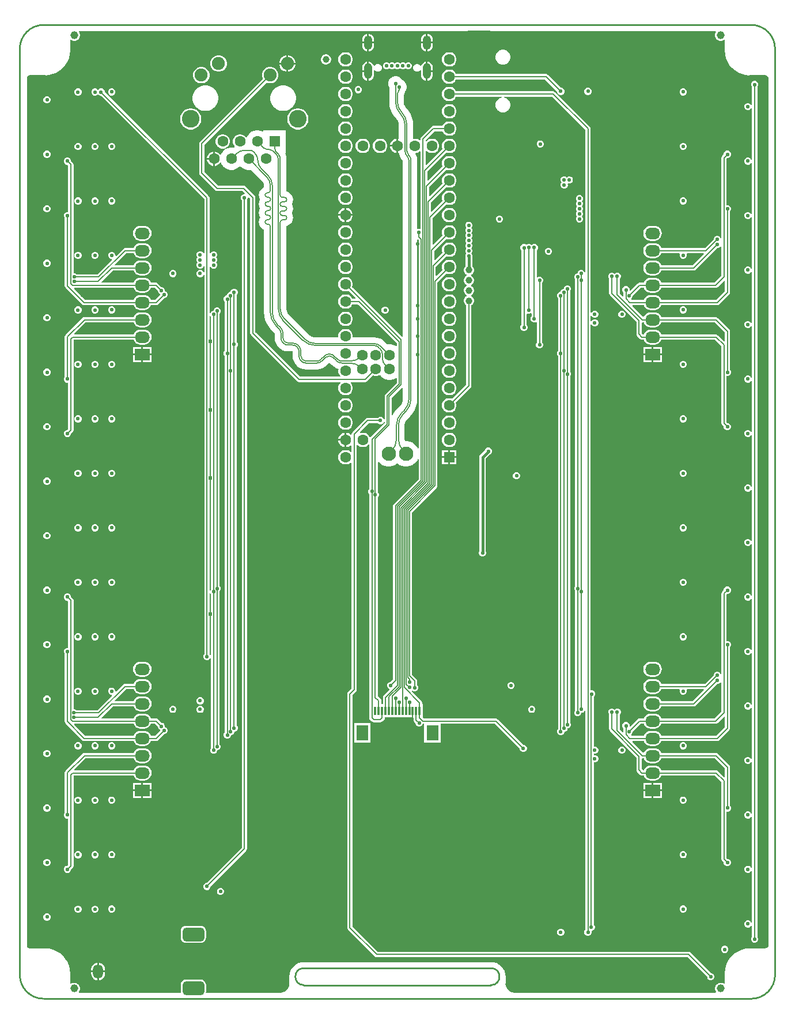
<source format=gbl>
G04*
G04 #@! TF.GenerationSoftware,Altium Limited,Altium Designer,22.2.1 (43)*
G04*
G04 Layer_Physical_Order=4*
G04 Layer_Color=16711680*
%FSLAX44Y44*%
%MOMM*%
G71*
G04*
G04 #@! TF.SameCoordinates,AFD451FC-D3FB-4623-B5BF-B3F6322B03FB*
G04*
G04*
G04 #@! TF.FilePolarity,Positive*
G04*
G01*
G75*
%ADD10C,0.2540*%
%ADD18C,0.1524*%
%ADD100C,0.3810*%
%ADD101C,1.0000*%
%ADD102O,2.2000X1.7000*%
%ADD103R,2.2000X1.7000*%
%ADD104C,1.1520*%
%ADD105C,2.1000*%
%ADD106C,1.6000*%
%ADD107R,1.6000X1.6000*%
%ADD108O,1.2000X2.1000*%
%ADD109O,1.2000X2.3000*%
%ADD110O,1.5000X2.1000*%
%ADD111C,2.6000*%
%ADD112C,1.9000*%
G04:AMPARAMS|DCode=113|XSize=2mm|YSize=3.2mm|CornerRadius=0.5mm|HoleSize=0mm|Usage=FLASHONLY|Rotation=270.000|XOffset=0mm|YOffset=0mm|HoleType=Round|Shape=RoundedRectangle|*
%AMROUNDEDRECTD113*
21,1,2.0000,2.2000,0,0,270.0*
21,1,1.0000,3.2000,0,0,270.0*
1,1,1.0000,-1.1000,-0.5000*
1,1,1.0000,-1.1000,0.5000*
1,1,1.0000,1.1000,0.5000*
1,1,1.0000,1.1000,-0.5000*
%
%ADD113ROUNDEDRECTD113*%
%ADD114C,0.5500*%
%ADD115C,0.6200*%
%ADD116R,0.3000X1.3000*%
%ADD117R,1.8000X2.2000*%
G36*
X136013Y706411D02*
X137500Y706115D01*
X467759Y706115D01*
X468214Y704845D01*
X467266Y703204D01*
X466700Y701093D01*
Y698907D01*
X467266Y696796D01*
X468358Y694904D01*
X469904Y693358D01*
X471796Y692266D01*
X473907Y691700D01*
X476093D01*
X478204Y692266D01*
X479845Y693214D01*
X481115Y692759D01*
Y677500D01*
X481115Y677500D01*
X481078D01*
X481526Y671802D01*
X482860Y666245D01*
X485047Y660965D01*
X488034Y656092D01*
X491745Y651746D01*
X496091Y648034D01*
X500965Y645048D01*
X506245Y642860D01*
X511802Y641526D01*
X517500Y641078D01*
Y641115D01*
X517500Y641115D01*
X540000D01*
X540167Y641149D01*
X542366Y640711D01*
X544371Y639371D01*
X545657Y637447D01*
X545657Y-637447D01*
X544371Y-639371D01*
X542366Y-640711D01*
X540167Y-641149D01*
X540000Y-641115D01*
X517500D01*
X517500Y-641115D01*
Y-641078D01*
X511802Y-641526D01*
X506245Y-642860D01*
X500965Y-645047D01*
X496091Y-648034D01*
X491745Y-651746D01*
X488034Y-656091D01*
X485047Y-660965D01*
X482860Y-666245D01*
X481526Y-671802D01*
X481078Y-677500D01*
X481115D01*
X481115Y-677500D01*
Y-692759D01*
X479845Y-693213D01*
X478204Y-692266D01*
X476093Y-691700D01*
X473907D01*
X471796Y-692266D01*
X469904Y-693358D01*
X468358Y-694904D01*
X467266Y-696796D01*
X466700Y-698907D01*
Y-701093D01*
X467266Y-703204D01*
X468214Y-704845D01*
X467759Y-706115D01*
X172500D01*
X172304Y-706154D01*
X168959Y-705714D01*
X165660Y-704347D01*
X162827Y-702173D01*
X160653Y-699340D01*
X159286Y-696041D01*
X158846Y-692696D01*
X158885Y-692500D01*
Y-682500D01*
X158913D01*
X158502Y-678323D01*
X157283Y-674305D01*
X155304Y-670603D01*
X152641Y-667359D01*
X149396Y-664696D01*
X145695Y-662717D01*
X141678Y-661498D01*
X137500Y-661087D01*
Y-661115D01*
X136250Y-661364D01*
X135000Y-661115D01*
X-137500D01*
Y-661087D01*
X-141678Y-661498D01*
X-145695Y-662717D01*
X-149396Y-664696D01*
X-152641Y-667359D01*
X-155304Y-670603D01*
X-157283Y-674306D01*
X-158502Y-678323D01*
X-158913Y-682500D01*
X-158885D01*
Y-692500D01*
X-158846Y-692696D01*
X-159286Y-696041D01*
X-160653Y-699340D01*
X-162827Y-702173D01*
X-165660Y-704347D01*
X-168959Y-705714D01*
X-171270Y-706018D01*
X-172500Y-706115D01*
X-173758Y-706115D01*
X-280644D01*
X-281482Y-705161D01*
X-281395Y-704500D01*
Y-694500D01*
X-281654Y-692532D01*
X-282414Y-690697D01*
X-283622Y-689122D01*
X-285198Y-687914D01*
X-287032Y-687154D01*
X-289000Y-686895D01*
X-311000D01*
X-312968Y-687154D01*
X-314802Y-687914D01*
X-316378Y-689122D01*
X-317586Y-690697D01*
X-318346Y-692532D01*
X-318605Y-694500D01*
Y-704500D01*
X-318518Y-705161D01*
X-319356Y-706115D01*
X-467759Y-706115D01*
X-468214Y-704845D01*
X-467266Y-703204D01*
X-466700Y-701093D01*
Y-698907D01*
X-467266Y-696796D01*
X-468358Y-694904D01*
X-469904Y-693358D01*
X-471796Y-692266D01*
X-473907Y-691700D01*
X-476093D01*
X-478204Y-692266D01*
X-479845Y-693213D01*
X-481115Y-692759D01*
Y-677500D01*
X-481115Y-677500D01*
X-481078D01*
X-481526Y-671802D01*
X-482860Y-666245D01*
X-485047Y-660965D01*
X-488034Y-656091D01*
X-491745Y-651746D01*
X-496091Y-648034D01*
X-500965Y-645047D01*
X-506245Y-642860D01*
X-511802Y-641526D01*
X-517500Y-641078D01*
Y-641115D01*
X-517500Y-641115D01*
X-540000D01*
X-540167Y-641149D01*
X-542366Y-640711D01*
X-544343Y-639390D01*
X-544343Y-639013D01*
Y639390D01*
X-542366Y640711D01*
X-540167Y641149D01*
X-540000Y641115D01*
X-517500D01*
X-517500Y641115D01*
Y641078D01*
X-511802Y641526D01*
X-506245Y642860D01*
X-500965Y645048D01*
X-496091Y648034D01*
X-491745Y651746D01*
X-488034Y656092D01*
X-485047Y660965D01*
X-482860Y666245D01*
X-481526Y671802D01*
X-481078Y677500D01*
X-481115D01*
X-481115Y677500D01*
Y692759D01*
X-479845Y693214D01*
X-478204Y692266D01*
X-476093Y691700D01*
X-473907D01*
X-471796Y692266D01*
X-469904Y693358D01*
X-468358Y694904D01*
X-467266Y696796D01*
X-466700Y698907D01*
Y701093D01*
X-467266Y703204D01*
X-468214Y704845D01*
X-467759Y706115D01*
X-0Y706115D01*
X0Y706115D01*
X102500D01*
X103987Y706411D01*
X104848Y706987D01*
X135152D01*
X136013Y706411D01*
D02*
G37*
%LPC*%
G36*
X44470Y701946D02*
Y690270D01*
X51814D01*
Y693500D01*
X51520Y695729D01*
X50660Y697807D01*
X49291Y699591D01*
X47507Y700960D01*
X45429Y701820D01*
X44470Y701946D01*
D02*
G37*
G36*
X41930Y701946D02*
X40971Y701820D01*
X38893Y700960D01*
X37109Y699591D01*
X35740Y697807D01*
X34880Y695729D01*
X34586Y693500D01*
Y690270D01*
X41930D01*
Y701946D01*
D02*
G37*
G36*
X-41930D02*
Y690270D01*
X-34586D01*
Y693500D01*
X-34880Y695729D01*
X-35740Y697807D01*
X-37109Y699591D01*
X-38893Y700960D01*
X-40971Y701820D01*
X-41930Y701946D01*
D02*
G37*
G36*
X-44470D02*
X-45429Y701820D01*
X-47507Y700960D01*
X-49291Y699591D01*
X-50660Y697807D01*
X-51520Y695729D01*
X-51814Y693500D01*
Y690270D01*
X-44470D01*
Y701946D01*
D02*
G37*
G36*
X51814Y687730D02*
X44470D01*
Y676053D01*
X45429Y676180D01*
X47507Y677040D01*
X49291Y678409D01*
X50660Y680193D01*
X51520Y682271D01*
X51814Y684500D01*
Y687730D01*
D02*
G37*
G36*
X-34586Y687730D02*
X-41930D01*
Y676053D01*
X-40971Y676180D01*
X-38893Y677040D01*
X-37109Y678409D01*
X-35740Y680193D01*
X-34880Y682271D01*
X-34586Y684500D01*
Y687730D01*
D02*
G37*
G36*
X-44470D02*
X-51814D01*
Y684500D01*
X-51520Y682271D01*
X-50660Y680193D01*
X-49291Y678409D01*
X-47507Y677040D01*
X-45429Y676180D01*
X-44470Y676053D01*
Y687730D01*
D02*
G37*
G36*
X41930Y687730D02*
X34586D01*
Y684500D01*
X34880Y682271D01*
X35740Y680193D01*
X37109Y678409D01*
X38893Y677040D01*
X40971Y676180D01*
X41930Y676053D01*
Y687730D01*
D02*
G37*
G36*
X-160165Y670340D02*
X-160480D01*
Y659570D01*
X-149710D01*
Y659885D01*
X-150531Y662947D01*
X-152116Y665693D01*
X-154357Y667934D01*
X-157103Y669520D01*
X-160165Y670340D01*
D02*
G37*
G36*
X-163020D02*
X-163335D01*
X-166397Y669520D01*
X-169143Y667934D01*
X-171384Y665693D01*
X-172969Y662947D01*
X-173790Y659885D01*
Y659570D01*
X-163020D01*
Y670340D01*
D02*
G37*
G36*
X17052Y660290D02*
X14948D01*
X13003Y659485D01*
X12000Y658481D01*
X10997Y659485D01*
X9052Y660290D01*
X6948D01*
X5003Y659485D01*
X4000Y658481D01*
X2997Y659485D01*
X1052Y660290D01*
X-1052D01*
X-2997Y659485D01*
X-4000Y658481D01*
X-5003Y659485D01*
X-6948Y660290D01*
X-9052D01*
X-10997Y659485D01*
X-12000Y658481D01*
X-13003Y659485D01*
X-14948Y660290D01*
X-17052D01*
X-18996Y659485D01*
X-20485Y657997D01*
X-21290Y656052D01*
Y653948D01*
X-20485Y652003D01*
X-18996Y650515D01*
X-17052Y649710D01*
X-14948D01*
X-13003Y650515D01*
X-12000Y651519D01*
X-10997Y650515D01*
X-9052Y649710D01*
X-6948D01*
X-5003Y650515D01*
X-4000Y651519D01*
X-2997Y650515D01*
X-1052Y649710D01*
X1052D01*
X2997Y650515D01*
X4000Y651519D01*
X5003Y650515D01*
X6948Y649710D01*
X9052D01*
X10997Y650515D01*
X12000Y651519D01*
X13003Y650515D01*
X14948Y649710D01*
X17052D01*
X18996Y650515D01*
X20485Y652003D01*
X21290Y653948D01*
Y656052D01*
X20485Y657997D01*
X18996Y659485D01*
X17052Y660290D01*
D02*
G37*
G36*
X-104007Y671790D02*
X-105993D01*
X-107910Y671276D01*
X-109630Y670284D01*
X-111034Y668880D01*
X-112026Y667160D01*
X-112540Y665243D01*
Y663257D01*
X-112026Y661340D01*
X-111034Y659620D01*
X-109630Y658216D01*
X-107910Y657224D01*
X-105993Y656710D01*
X-104007D01*
X-102090Y657224D01*
X-100370Y658216D01*
X-98967Y659620D01*
X-97974Y661340D01*
X-97460Y663257D01*
Y665243D01*
X-97974Y667160D01*
X-98967Y668880D01*
X-100370Y670284D01*
X-102090Y671276D01*
X-104007Y671790D01*
D02*
G37*
G36*
X156453Y678540D02*
X153547D01*
X150739Y677788D01*
X148221Y676334D01*
X146166Y674279D01*
X144712Y671761D01*
X143960Y668953D01*
Y666047D01*
X144712Y663239D01*
X146166Y660721D01*
X148221Y658666D01*
X150739Y657212D01*
X153547Y656460D01*
X156453D01*
X159261Y657212D01*
X161779Y658666D01*
X163834Y660721D01*
X165288Y663239D01*
X166040Y666047D01*
Y668953D01*
X165288Y671761D01*
X163834Y674279D01*
X161779Y676334D01*
X159261Y677788D01*
X156453Y678540D01*
D02*
G37*
G36*
X41930Y661146D02*
X40971Y661020D01*
X38893Y660160D01*
X37109Y658791D01*
X35740Y657007D01*
X35145Y655571D01*
X33809Y655480D01*
X32180Y657109D01*
X30052Y657990D01*
X27748D01*
X25620Y657109D01*
X23991Y655480D01*
X23110Y653352D01*
Y651048D01*
X23991Y648920D01*
X25620Y647291D01*
X27748Y646410D01*
X30052D01*
X32180Y647291D01*
X33316Y648428D01*
X34586Y647902D01*
Y641700D01*
X34880Y639471D01*
X35740Y637393D01*
X37109Y635609D01*
X38893Y634240D01*
X40971Y633380D01*
X41930Y633254D01*
Y647200D01*
Y661146D01*
D02*
G37*
G36*
X77588Y674940D02*
X74812D01*
X72132Y674222D01*
X69728Y672834D01*
X67766Y670872D01*
X66378Y668468D01*
X65660Y665788D01*
Y663012D01*
X66378Y660332D01*
X67766Y657928D01*
X69728Y655966D01*
X72132Y654578D01*
X74812Y653860D01*
X77588D01*
X80268Y654578D01*
X82672Y655966D01*
X84634Y657928D01*
X86022Y660332D01*
X86740Y663012D01*
Y665788D01*
X86022Y668468D01*
X84634Y670872D01*
X82672Y672834D01*
X80268Y674222D01*
X77588Y674940D01*
D02*
G37*
G36*
X-74812D02*
X-77588D01*
X-80268Y674222D01*
X-82672Y672834D01*
X-84634Y670872D01*
X-86022Y668468D01*
X-86740Y665788D01*
Y663012D01*
X-86022Y660332D01*
X-84634Y657928D01*
X-82672Y655966D01*
X-80268Y654578D01*
X-77588Y653860D01*
X-74812D01*
X-72132Y654578D01*
X-69728Y655966D01*
X-67766Y657928D01*
X-66378Y660332D01*
X-65660Y663012D01*
Y665788D01*
X-66378Y668468D01*
X-67766Y670872D01*
X-69728Y672834D01*
X-72132Y674222D01*
X-74812Y674940D01*
D02*
G37*
G36*
X44470Y661146D02*
Y648470D01*
X51814D01*
Y652700D01*
X51520Y654929D01*
X50660Y657007D01*
X49291Y658791D01*
X47507Y660160D01*
X45429Y661020D01*
X44470Y661146D01*
D02*
G37*
G36*
X-44470Y661146D02*
X-45429Y661020D01*
X-47507Y660160D01*
X-49291Y658791D01*
X-50660Y657007D01*
X-51520Y654929D01*
X-51814Y652700D01*
Y648470D01*
X-44470D01*
Y661146D01*
D02*
G37*
G36*
X-41930D02*
Y647200D01*
Y633254D01*
X-40971Y633380D01*
X-38893Y634240D01*
X-37109Y635609D01*
X-35740Y637393D01*
X-34880Y639471D01*
X-34586Y641700D01*
Y647902D01*
X-33316Y648428D01*
X-32180Y647291D01*
X-30052Y646410D01*
X-27748D01*
X-25620Y647291D01*
X-23991Y648920D01*
X-23110Y651048D01*
Y653352D01*
X-23991Y655480D01*
X-25620Y657109D01*
X-27748Y657990D01*
X-30052D01*
X-32180Y657109D01*
X-33809Y655480D01*
X-35145Y655571D01*
X-35740Y657007D01*
X-37109Y658791D01*
X-38893Y660160D01*
X-40971Y661020D01*
X-41930Y661146D01*
D02*
G37*
G36*
X-149710Y657030D02*
X-160480D01*
Y646260D01*
X-160165D01*
X-157103Y647081D01*
X-154357Y648666D01*
X-152116Y650907D01*
X-150531Y653653D01*
X-149710Y656715D01*
Y657030D01*
D02*
G37*
G36*
X-163020D02*
X-173790D01*
Y656715D01*
X-172969Y653653D01*
X-171384Y650907D01*
X-169143Y648666D01*
X-166397Y647081D01*
X-163335Y646260D01*
X-163020D01*
Y657030D01*
D02*
G37*
G36*
X-261265Y670340D02*
X-264435D01*
X-267497Y669520D01*
X-270243Y667934D01*
X-272484Y665693D01*
X-274069Y662947D01*
X-274890Y659885D01*
Y656715D01*
X-274069Y653653D01*
X-272484Y650907D01*
X-270243Y648666D01*
X-267497Y647081D01*
X-264435Y646260D01*
X-261265D01*
X-258203Y647081D01*
X-255457Y648666D01*
X-253216Y650907D01*
X-251630Y653653D01*
X-250810Y656715D01*
Y659885D01*
X-251630Y662947D01*
X-253216Y665693D01*
X-255457Y667934D01*
X-258203Y669520D01*
X-261265Y670340D01*
D02*
G37*
G36*
X51814Y645930D02*
X44470D01*
Y633254D01*
X45429Y633380D01*
X47507Y634240D01*
X49291Y635609D01*
X50660Y637393D01*
X51520Y639471D01*
X51814Y641700D01*
Y645930D01*
D02*
G37*
G36*
X-44470D02*
X-51814D01*
Y641700D01*
X-51520Y639471D01*
X-50660Y637393D01*
X-49291Y635609D01*
X-47507Y634240D01*
X-45429Y633380D01*
X-44470Y633254D01*
Y645930D01*
D02*
G37*
G36*
X-286665Y653340D02*
X-289835D01*
X-292897Y652520D01*
X-295643Y650934D01*
X-297884Y648693D01*
X-299470Y645947D01*
X-300290Y642885D01*
Y639715D01*
X-299470Y636653D01*
X-297884Y633907D01*
X-295643Y631666D01*
X-292897Y630081D01*
X-289835Y629260D01*
X-286665D01*
X-283603Y630081D01*
X-280857Y631666D01*
X-278616Y633907D01*
X-277031Y636653D01*
X-276210Y639715D01*
Y642885D01*
X-277031Y645947D01*
X-278616Y648693D01*
X-280857Y650934D01*
X-283603Y652520D01*
X-286665Y653340D01*
D02*
G37*
G36*
X-74812Y649540D02*
X-77588D01*
X-80268Y648822D01*
X-82672Y647434D01*
X-84634Y645472D01*
X-86022Y643068D01*
X-86740Y640388D01*
Y637612D01*
X-86022Y634932D01*
X-84634Y632528D01*
X-82672Y630566D01*
X-80268Y629178D01*
X-77588Y628460D01*
X-74812D01*
X-72132Y629178D01*
X-69728Y630566D01*
X-67766Y632528D01*
X-66378Y634932D01*
X-65660Y637612D01*
Y640388D01*
X-66378Y643068D01*
X-67766Y645472D01*
X-69728Y647434D01*
X-72132Y648822D01*
X-74812Y649540D01*
D02*
G37*
G36*
X-434448Y621790D02*
X-436552D01*
X-438497Y620985D01*
X-439170Y620311D01*
X-440000Y619511D01*
X-440830Y620311D01*
X-441503Y620985D01*
X-443448Y621790D01*
X-445552D01*
X-447496Y620985D01*
X-448985Y619497D01*
X-449790Y617552D01*
Y615448D01*
X-448985Y613503D01*
X-447496Y612015D01*
X-445552Y611210D01*
X-443448D01*
X-441503Y612015D01*
X-440830Y612689D01*
X-440000Y613489D01*
X-439170Y612689D01*
X-438497Y612015D01*
X-436552Y611210D01*
X-435704D01*
X-283885Y459391D01*
Y379879D01*
X-285155Y379626D01*
X-285515Y380497D01*
X-287003Y381985D01*
X-288948Y382790D01*
X-291052D01*
X-292997Y381985D01*
X-294485Y380497D01*
X-295290Y378553D01*
Y376448D01*
X-294485Y374504D01*
X-293731Y373750D01*
X-294485Y372997D01*
X-295290Y371053D01*
Y368948D01*
X-294485Y367004D01*
X-293731Y366250D01*
X-294485Y365497D01*
X-295290Y363553D01*
Y361448D01*
X-294485Y359504D01*
X-292997Y358016D01*
X-291052Y357210D01*
X-288948D01*
X-287003Y358016D01*
X-285515Y359504D01*
X-285155Y360375D01*
X-283885Y360122D01*
Y352378D01*
X-285155Y352126D01*
X-285515Y352997D01*
X-287003Y354485D01*
X-288948Y355290D01*
X-291052D01*
X-292997Y354485D01*
X-294485Y352997D01*
X-295290Y351052D01*
Y348948D01*
X-294485Y347004D01*
X-292997Y345515D01*
X-291052Y344710D01*
X-288948D01*
X-287003Y345515D01*
X-285515Y347004D01*
X-285155Y347874D01*
X-283885Y347622D01*
Y-208904D01*
X-284485Y-209503D01*
X-285290Y-211448D01*
Y-213552D01*
X-284485Y-215497D01*
X-282997Y-216985D01*
X-281052Y-217790D01*
X-278948D01*
X-277003Y-216985D01*
X-275515Y-215497D01*
X-275155Y-214626D01*
X-273885Y-214878D01*
Y-346404D01*
X-274485Y-347004D01*
X-275290Y-348948D01*
Y-351052D01*
X-274485Y-352997D01*
X-272997Y-354485D01*
X-271052Y-355290D01*
X-268948D01*
X-267003Y-354485D01*
X-265515Y-352997D01*
X-264710Y-351052D01*
Y-350290D01*
X-263948D01*
X-262003Y-349485D01*
X-260515Y-347996D01*
X-259710Y-346052D01*
Y-343948D01*
X-260515Y-342004D01*
X-261115Y-341404D01*
Y-116096D01*
X-260515Y-115497D01*
X-259710Y-113552D01*
Y-111448D01*
X-260515Y-109503D01*
X-261115Y-108904D01*
Y291404D01*
X-260515Y292003D01*
X-259710Y293948D01*
Y296052D01*
X-260515Y297997D01*
X-262003Y299485D01*
X-263948Y300290D01*
X-266052D01*
X-267997Y299485D01*
X-269485Y297997D01*
X-270290Y296052D01*
Y295290D01*
X-271052D01*
X-272997Y294485D01*
X-274485Y292997D01*
X-274845Y292126D01*
X-276115Y292378D01*
Y360122D01*
X-274845Y360375D01*
X-274485Y359504D01*
X-272997Y358016D01*
X-271052Y357210D01*
X-268948D01*
X-267003Y358016D01*
X-265515Y359504D01*
X-264710Y361448D01*
Y363553D01*
X-265515Y365497D01*
X-266269Y366250D01*
X-265515Y367004D01*
X-264710Y368948D01*
Y371053D01*
X-265515Y372997D01*
X-266269Y373750D01*
X-265515Y374504D01*
X-264710Y376448D01*
Y378553D01*
X-265515Y380497D01*
X-267003Y381985D01*
X-268948Y382790D01*
X-271052D01*
X-272997Y381985D01*
X-274485Y380497D01*
X-274845Y379626D01*
X-276115Y379879D01*
Y461000D01*
X-276411Y462487D01*
X-277253Y463747D01*
X-430210Y616704D01*
Y617552D01*
X-431015Y619497D01*
X-432504Y620985D01*
X-434448Y621790D01*
D02*
G37*
G36*
X-56448Y625290D02*
X-58552D01*
X-60497Y624485D01*
X-61985Y622996D01*
X-62790Y621052D01*
Y618948D01*
X-61985Y617004D01*
X-60497Y615515D01*
X-58552Y614710D01*
X-56448D01*
X-54503Y615515D01*
X-53015Y617004D01*
X-52210Y618948D01*
Y621052D01*
X-53015Y622996D01*
X-54503Y624485D01*
X-56448Y625290D01*
D02*
G37*
G36*
X281052Y622790D02*
X278948D01*
X277004Y621985D01*
X275516Y620497D01*
X274710Y618553D01*
Y616448D01*
X275516Y614504D01*
X277004Y613016D01*
X278948Y612210D01*
X281052D01*
X282997Y613016D01*
X284485Y614504D01*
X285290Y616448D01*
Y618553D01*
X284485Y620497D01*
X282997Y621985D01*
X281052Y622790D01*
D02*
G37*
G36*
X77588Y649540D02*
X74812D01*
X72132Y648822D01*
X69728Y647434D01*
X67766Y645472D01*
X66378Y643068D01*
X65660Y640388D01*
Y637612D01*
X66378Y634932D01*
X67766Y632528D01*
X69728Y630566D01*
X72132Y629178D01*
X74812Y628460D01*
X77588D01*
X80268Y629178D01*
X82672Y630566D01*
X84634Y632528D01*
X86022Y634932D01*
X86071Y635115D01*
X216891D01*
X234710Y617296D01*
Y616448D01*
X235515Y614504D01*
X237003Y613015D01*
X238948Y612210D01*
X241052D01*
X242997Y613015D01*
X244485Y614504D01*
X245290Y616448D01*
Y618552D01*
X244485Y620496D01*
X242997Y621985D01*
X241052Y622790D01*
X240204D01*
X221247Y641747D01*
X219987Y642589D01*
X218500Y642885D01*
X86071D01*
X86022Y643068D01*
X84634Y645472D01*
X82672Y647434D01*
X80268Y648822D01*
X77588Y649540D01*
D02*
G37*
G36*
X421052Y621910D02*
X418947D01*
X417003Y621105D01*
X415515Y619617D01*
X414710Y617672D01*
Y615568D01*
X415515Y613624D01*
X417003Y612136D01*
X418947Y611330D01*
X421052D01*
X422996Y612136D01*
X424484Y613624D01*
X425290Y615568D01*
Y617672D01*
X424484Y619617D01*
X422996Y621105D01*
X421052Y621910D01*
D02*
G37*
G36*
X-418948D02*
X-421053D01*
X-422997Y621105D01*
X-424485Y619617D01*
X-425290Y617672D01*
Y615568D01*
X-424485Y613624D01*
X-422997Y612136D01*
X-421053Y611330D01*
X-418948D01*
X-417004Y612136D01*
X-415516Y613624D01*
X-414710Y615568D01*
Y617672D01*
X-415516Y619617D01*
X-417004Y621105D01*
X-418948Y621910D01*
D02*
G37*
G36*
X-468448Y621790D02*
X-470552D01*
X-472496Y620985D01*
X-473985Y619497D01*
X-474790Y617552D01*
Y615448D01*
X-473985Y613503D01*
X-472496Y612015D01*
X-470552Y611210D01*
X-468448D01*
X-466503Y612015D01*
X-465015Y613503D01*
X-464210Y615448D01*
Y617552D01*
X-465015Y619497D01*
X-466503Y620985D01*
X-468448Y621790D01*
D02*
G37*
G36*
X-74812Y624140D02*
X-77588D01*
X-80268Y623422D01*
X-82672Y622034D01*
X-84634Y620072D01*
X-86022Y617668D01*
X-86740Y614988D01*
Y612212D01*
X-86022Y609532D01*
X-84634Y607128D01*
X-82672Y605166D01*
X-80268Y603778D01*
X-77588Y603060D01*
X-74812D01*
X-72132Y603778D01*
X-69728Y605166D01*
X-67766Y607128D01*
X-66378Y609532D01*
X-65660Y612212D01*
Y614988D01*
X-66378Y617668D01*
X-67766Y620072D01*
X-69728Y622034D01*
X-72132Y623422D01*
X-74812Y624140D01*
D02*
G37*
G36*
X-513948Y610290D02*
X-516052D01*
X-517997Y609485D01*
X-519485Y607996D01*
X-520290Y606052D01*
Y603948D01*
X-519485Y602004D01*
X-517997Y600515D01*
X-516052Y599710D01*
X-513948D01*
X-512004Y600515D01*
X-510515Y602004D01*
X-509710Y603948D01*
Y606052D01*
X-510515Y607996D01*
X-512004Y609485D01*
X-513948Y610290D01*
D02*
G37*
G36*
X526052Y632790D02*
X523948D01*
X522004Y631985D01*
X520515Y630496D01*
X519710Y628552D01*
Y626448D01*
X520515Y624503D01*
X521115Y623904D01*
Y597378D01*
X519845Y597126D01*
X519485Y597996D01*
X517997Y599485D01*
X516052Y600290D01*
X513948D01*
X512004Y599485D01*
X510515Y597996D01*
X509710Y596052D01*
Y593948D01*
X510515Y592004D01*
X512004Y590515D01*
X513948Y589710D01*
X516052D01*
X517997Y590515D01*
X519485Y592004D01*
X519845Y592874D01*
X521115Y592622D01*
Y517378D01*
X519845Y517126D01*
X519485Y517997D01*
X517997Y519485D01*
X516052Y520290D01*
X513948D01*
X512004Y519485D01*
X510515Y517997D01*
X509710Y516052D01*
Y513948D01*
X510515Y512004D01*
X512004Y510515D01*
X513948Y509710D01*
X516052D01*
X517997Y510515D01*
X519485Y512004D01*
X519845Y512874D01*
X521115Y512622D01*
Y437378D01*
X519845Y437126D01*
X519485Y437997D01*
X517997Y439485D01*
X516052Y440290D01*
X513948D01*
X512004Y439485D01*
X510515Y437997D01*
X509710Y436052D01*
Y433948D01*
X510515Y432004D01*
X512004Y430515D01*
X513948Y429710D01*
X516052D01*
X517997Y430515D01*
X519485Y432004D01*
X519845Y432874D01*
X521115Y432622D01*
Y357378D01*
X519845Y357126D01*
X519485Y357996D01*
X517997Y359485D01*
X516052Y360290D01*
X513948D01*
X512004Y359485D01*
X510515Y357996D01*
X509710Y356052D01*
Y353948D01*
X510515Y352004D01*
X512004Y350515D01*
X513948Y349710D01*
X516052D01*
X517997Y350515D01*
X519485Y352004D01*
X519845Y352874D01*
X521115Y352622D01*
X521115Y277378D01*
X519845Y277126D01*
X519485Y277997D01*
X517997Y279485D01*
X516052Y280290D01*
X513948D01*
X512004Y279485D01*
X510515Y277997D01*
X509710Y276052D01*
Y273948D01*
X510515Y272003D01*
X512004Y270515D01*
X513948Y269710D01*
X516052D01*
X517997Y270515D01*
X519485Y272003D01*
X519845Y272874D01*
X521115Y272622D01*
Y197378D01*
X519845Y197126D01*
X519485Y197997D01*
X517997Y199485D01*
X516052Y200290D01*
X513948D01*
X512004Y199485D01*
X510515Y197997D01*
X509710Y196052D01*
Y193948D01*
X510515Y192003D01*
X512004Y190515D01*
X513948Y189710D01*
X516052D01*
X517997Y190515D01*
X519485Y192003D01*
X519845Y192874D01*
X521115Y192622D01*
Y117378D01*
X519845Y117126D01*
X519485Y117997D01*
X517997Y119485D01*
X516052Y120290D01*
X513948D01*
X512004Y119485D01*
X510515Y117997D01*
X509710Y116052D01*
Y113948D01*
X510515Y112003D01*
X512004Y110515D01*
X513948Y109710D01*
X516052D01*
X517997Y110515D01*
X519485Y112003D01*
X519845Y112874D01*
X521115Y112622D01*
Y37378D01*
X519845Y37126D01*
X519485Y37996D01*
X517997Y39485D01*
X516052Y40290D01*
X513948D01*
X512004Y39485D01*
X510515Y37996D01*
X509710Y36052D01*
Y33948D01*
X510515Y32004D01*
X512004Y30515D01*
X513948Y29710D01*
X516052D01*
X517997Y30515D01*
X519485Y32004D01*
X519845Y32874D01*
X521115Y32622D01*
Y-42622D01*
X519845Y-42874D01*
X519485Y-42003D01*
X517997Y-40515D01*
X516052Y-39710D01*
X513948D01*
X512004Y-40515D01*
X510515Y-42003D01*
X509710Y-43948D01*
Y-46052D01*
X510515Y-47997D01*
X512004Y-49485D01*
X513948Y-50290D01*
X516052D01*
X517997Y-49485D01*
X519485Y-47997D01*
X519845Y-47126D01*
X521115Y-47378D01*
Y-122621D01*
X519845Y-122874D01*
X519485Y-122003D01*
X517997Y-120515D01*
X516052Y-119710D01*
X513948D01*
X512004Y-120515D01*
X510515Y-122003D01*
X509710Y-123948D01*
Y-126052D01*
X510515Y-127997D01*
X512004Y-129485D01*
X513948Y-130290D01*
X516052D01*
X517997Y-129485D01*
X519485Y-127997D01*
X519845Y-127126D01*
X521115Y-127378D01*
Y-202621D01*
X519845Y-202874D01*
X519485Y-202003D01*
X517997Y-200515D01*
X516052Y-199710D01*
X513948D01*
X512004Y-200515D01*
X510515Y-202003D01*
X509710Y-203948D01*
Y-206052D01*
X510515Y-207997D01*
X512004Y-209485D01*
X513948Y-210290D01*
X516052D01*
X517997Y-209485D01*
X519485Y-207997D01*
X519845Y-207126D01*
X521115Y-207378D01*
Y-282621D01*
X519845Y-282874D01*
X519485Y-282003D01*
X517997Y-280515D01*
X516052Y-279710D01*
X513948D01*
X512004Y-280515D01*
X510515Y-282003D01*
X509710Y-283948D01*
Y-286052D01*
X510515Y-287997D01*
X512004Y-289485D01*
X513948Y-290290D01*
X516052D01*
X517997Y-289485D01*
X519485Y-287997D01*
X519845Y-287126D01*
X521115Y-287378D01*
X521115Y-362622D01*
X519845Y-362874D01*
X519485Y-362004D01*
X517997Y-360515D01*
X516052Y-359710D01*
X513948D01*
X512004Y-360515D01*
X510515Y-362004D01*
X509710Y-363948D01*
Y-366052D01*
X510515Y-367996D01*
X512004Y-369485D01*
X513948Y-370290D01*
X516052D01*
X517997Y-369485D01*
X519485Y-367996D01*
X519845Y-367126D01*
X521115Y-367379D01*
Y-442621D01*
X519845Y-442874D01*
X519485Y-442003D01*
X517997Y-440515D01*
X516052Y-439710D01*
X513948D01*
X512004Y-440515D01*
X510515Y-442003D01*
X509710Y-443948D01*
Y-446052D01*
X510515Y-447996D01*
X512004Y-449485D01*
X513948Y-450290D01*
X516052D01*
X517997Y-449485D01*
X519485Y-447996D01*
X519845Y-447126D01*
X521115Y-447378D01*
Y-522621D01*
X519845Y-522874D01*
X519485Y-522003D01*
X517997Y-520515D01*
X516052Y-519710D01*
X513948D01*
X512004Y-520515D01*
X510515Y-522003D01*
X509710Y-523948D01*
Y-526052D01*
X510515Y-527996D01*
X512004Y-529485D01*
X513948Y-530290D01*
X516052D01*
X517997Y-529485D01*
X519485Y-527996D01*
X519845Y-527126D01*
X521115Y-527378D01*
Y-602621D01*
X519845Y-602874D01*
X519485Y-602003D01*
X517997Y-600515D01*
X516052Y-599710D01*
X513948D01*
X512004Y-600515D01*
X510515Y-602003D01*
X509710Y-603948D01*
Y-606052D01*
X510515Y-607996D01*
X512004Y-609485D01*
X513948Y-610290D01*
X516052D01*
X517997Y-609485D01*
X519485Y-607996D01*
X519845Y-607126D01*
X521115Y-607379D01*
Y-623904D01*
X520515Y-624503D01*
X519710Y-626448D01*
Y-628552D01*
X520515Y-630496D01*
X522004Y-631985D01*
X523948Y-632790D01*
X526052D01*
X527996Y-631985D01*
X529485Y-630496D01*
X530290Y-628552D01*
Y-626448D01*
X529485Y-624503D01*
X528885Y-623903D01*
X528885Y623904D01*
X529485Y624503D01*
X530290Y626448D01*
Y628552D01*
X529485Y630496D01*
X527996Y631985D01*
X526052Y632790D01*
D02*
G37*
G36*
X-165999Y626290D02*
X-169701D01*
X-173331Y625568D01*
X-176750Y624151D01*
X-179828Y622095D01*
X-182445Y619478D01*
X-184501Y616400D01*
X-185918Y612981D01*
X-186640Y609351D01*
Y605649D01*
X-185918Y602019D01*
X-184501Y598600D01*
X-182445Y595522D01*
X-179828Y592905D01*
X-176750Y590849D01*
X-173331Y589432D01*
X-169701Y588710D01*
X-165999D01*
X-162369Y589432D01*
X-158950Y590849D01*
X-155872Y592905D01*
X-153255Y595522D01*
X-151199Y598600D01*
X-149782Y602019D01*
X-149060Y605649D01*
Y609351D01*
X-149782Y612981D01*
X-151199Y616400D01*
X-153255Y619478D01*
X-155872Y622095D01*
X-158950Y624151D01*
X-162369Y625568D01*
X-165999Y626290D01*
D02*
G37*
G36*
X-280299D02*
X-284001D01*
X-287631Y625568D01*
X-291050Y624151D01*
X-294128Y622095D01*
X-296745Y619478D01*
X-298801Y616400D01*
X-300218Y612981D01*
X-300940Y609351D01*
Y605649D01*
X-300218Y602019D01*
X-298801Y598600D01*
X-296745Y595522D01*
X-294128Y592905D01*
X-291050Y590849D01*
X-287631Y589432D01*
X-284001Y588710D01*
X-280299D01*
X-276669Y589432D01*
X-273250Y590849D01*
X-270172Y592905D01*
X-267555Y595522D01*
X-265499Y598600D01*
X-264082Y602019D01*
X-263360Y605649D01*
Y609351D01*
X-264082Y612981D01*
X-265499Y616400D01*
X-267555Y619478D01*
X-270172Y622095D01*
X-273250Y624151D01*
X-276669Y625568D01*
X-280299Y626290D01*
D02*
G37*
G36*
X77588Y598740D02*
X74812D01*
X72132Y598022D01*
X69728Y596634D01*
X67766Y594672D01*
X66378Y592268D01*
X65660Y589588D01*
Y586812D01*
X66378Y584132D01*
X67766Y581728D01*
X69728Y579766D01*
X72132Y578378D01*
X74812Y577660D01*
X77588D01*
X80268Y578378D01*
X82672Y579766D01*
X84634Y581728D01*
X86022Y584132D01*
X86740Y586812D01*
Y589588D01*
X86022Y592268D01*
X84634Y594672D01*
X82672Y596634D01*
X80268Y598022D01*
X77588Y598740D01*
D02*
G37*
G36*
X-74812D02*
X-77588D01*
X-80268Y598022D01*
X-82672Y596634D01*
X-84634Y594672D01*
X-86022Y592268D01*
X-86740Y589588D01*
Y586812D01*
X-86022Y584132D01*
X-84634Y581728D01*
X-82672Y579766D01*
X-80268Y578378D01*
X-77588Y577660D01*
X-74812D01*
X-72132Y578378D01*
X-69728Y579766D01*
X-67766Y581728D01*
X-66378Y584132D01*
X-65660Y586812D01*
Y589588D01*
X-66378Y592268D01*
X-67766Y594672D01*
X-69728Y596634D01*
X-72132Y598022D01*
X-74812Y598740D01*
D02*
G37*
G36*
X-144719Y592540D02*
X-147781D01*
X-150783Y591943D01*
X-153611Y590771D01*
X-156156Y589071D01*
X-158321Y586906D01*
X-160021Y584361D01*
X-161193Y581533D01*
X-161790Y578531D01*
Y575470D01*
X-161193Y572467D01*
X-160021Y569639D01*
X-158321Y567094D01*
X-156156Y564929D01*
X-153611Y563229D01*
X-150783Y562057D01*
X-147781Y561460D01*
X-144719D01*
X-141717Y562057D01*
X-138889Y563229D01*
X-136344Y564929D01*
X-134179Y567094D01*
X-132479Y569639D01*
X-131307Y572467D01*
X-130710Y575470D01*
Y578531D01*
X-131307Y581533D01*
X-132479Y584361D01*
X-134179Y586906D01*
X-136344Y589071D01*
X-138889Y590771D01*
X-141717Y591943D01*
X-144719Y592540D01*
D02*
G37*
G36*
X-302220D02*
X-305281D01*
X-308283Y591943D01*
X-311111Y590771D01*
X-313656Y589071D01*
X-315821Y586906D01*
X-317521Y584361D01*
X-318693Y581533D01*
X-319290Y578531D01*
Y575470D01*
X-318693Y572467D01*
X-317521Y569639D01*
X-315821Y567094D01*
X-313656Y564929D01*
X-311111Y563229D01*
X-308283Y562057D01*
X-305281Y561460D01*
X-302220D01*
X-299217Y562057D01*
X-296389Y563229D01*
X-293844Y564929D01*
X-291679Y567094D01*
X-289979Y569639D01*
X-288807Y572467D01*
X-288210Y575470D01*
Y578531D01*
X-288807Y581533D01*
X-289979Y584361D01*
X-291679Y586906D01*
X-293844Y589071D01*
X-296389Y590771D01*
X-299217Y591943D01*
X-302220Y592540D01*
D02*
G37*
G36*
X-185565Y653340D02*
X-188735D01*
X-191797Y652520D01*
X-194543Y650934D01*
X-196784Y648693D01*
X-198370Y645947D01*
X-199190Y642885D01*
Y639715D01*
X-198370Y636653D01*
X-197975Y635969D01*
X-290247Y543697D01*
X-291089Y542437D01*
X-291385Y540950D01*
Y497500D01*
X-291089Y496013D01*
X-290247Y494753D01*
X-267747Y472253D01*
X-266487Y471411D01*
X-265000Y471115D01*
X-227609D01*
X-224254Y467760D01*
X-224780Y466490D01*
X-226052D01*
X-227997Y465685D01*
X-229485Y464197D01*
X-230290Y462252D01*
Y460148D01*
X-229485Y458203D01*
X-228885Y457603D01*
X-228885Y-493391D01*
X-280204Y-544710D01*
X-281052D01*
X-282997Y-545515D01*
X-284485Y-547003D01*
X-285290Y-548947D01*
Y-551052D01*
X-284485Y-552996D01*
X-282997Y-554484D01*
X-281052Y-555290D01*
X-278948D01*
X-277004Y-554484D01*
X-275516Y-552996D01*
X-274710Y-551052D01*
Y-550204D01*
X-222253Y-497746D01*
X-221411Y-496486D01*
X-221115Y-495000D01*
X-221115Y457603D01*
X-220515Y458203D01*
X-219710Y460148D01*
Y461420D01*
X-218440Y461946D01*
X-216385Y459891D01*
Y262500D01*
X-216089Y261013D01*
X-215247Y259753D01*
X-147247Y191753D01*
X-145987Y190911D01*
X-144500Y190615D01*
X-84087D01*
X-83560Y189345D01*
X-84634Y188272D01*
X-86022Y185868D01*
X-86740Y183188D01*
Y180412D01*
X-86022Y177732D01*
X-84634Y175328D01*
X-82672Y173366D01*
X-80268Y171978D01*
X-77588Y171260D01*
X-74812D01*
X-72132Y171978D01*
X-69728Y173366D01*
X-67766Y175328D01*
X-66378Y177732D01*
X-65660Y180412D01*
Y183188D01*
X-66378Y185868D01*
X-67766Y188272D01*
X-68840Y189345D01*
X-68313Y190615D01*
X-47100D01*
X-45613Y190911D01*
X-44353Y191753D01*
X-35933Y200173D01*
X-35768Y200078D01*
X-33088Y199360D01*
X-30312D01*
X-27632Y200078D01*
X-25617Y201241D01*
X-24425Y199457D01*
X-22143Y197175D01*
X-19460Y195382D01*
X-16479Y194147D01*
X-13313Y193518D01*
X-10086D01*
X-6922Y194147D01*
X-3940Y195382D01*
X-2155Y196576D01*
X-885Y195897D01*
Y189609D01*
X-17747Y172747D01*
X-18589Y171487D01*
X-18885Y170000D01*
Y136378D01*
X-20155Y136126D01*
X-20515Y136997D01*
X-22004Y138485D01*
X-23948Y139290D01*
X-26052D01*
X-27996Y138485D01*
X-28596Y137885D01*
X-43500D01*
X-44987Y137589D01*
X-46247Y136747D01*
X-66247Y116747D01*
X-67089Y115487D01*
X-67385Y114000D01*
Y113486D01*
X-68655Y112961D01*
X-69728Y114034D01*
X-72132Y115422D01*
X-74812Y116140D01*
X-74930D01*
Y105600D01*
Y95060D01*
X-74812D01*
X-72132Y95778D01*
X-69728Y97166D01*
X-68655Y98239D01*
X-67385Y97713D01*
Y88087D01*
X-68655Y87561D01*
X-69728Y88634D01*
X-72132Y90022D01*
X-74812Y90740D01*
X-77588D01*
X-80268Y90022D01*
X-82672Y88634D01*
X-84634Y86672D01*
X-86022Y84268D01*
X-86740Y81588D01*
Y78812D01*
X-86022Y76132D01*
X-84634Y73728D01*
X-82672Y71766D01*
X-80268Y70378D01*
X-77588Y69660D01*
X-74812D01*
X-72132Y70378D01*
X-69728Y71766D01*
X-68655Y72839D01*
X-67385Y72313D01*
Y-259391D01*
X-72747Y-264753D01*
X-73589Y-266013D01*
X-73885Y-267500D01*
Y-610467D01*
X-73589Y-611953D01*
X-72747Y-613214D01*
X-33214Y-652747D01*
X-31953Y-653589D01*
X-30467Y-653885D01*
X426391D01*
X455210Y-682704D01*
Y-683552D01*
X456015Y-685497D01*
X457504Y-686985D01*
X459448Y-687790D01*
X461552D01*
X463497Y-686985D01*
X464985Y-685497D01*
X465790Y-683552D01*
Y-681448D01*
X464985Y-679503D01*
X463497Y-678015D01*
X461552Y-677210D01*
X460704D01*
X430747Y-647253D01*
X429487Y-646411D01*
X428000Y-646115D01*
X-28858D01*
X-66115Y-608858D01*
Y-269109D01*
X-60753Y-263747D01*
X-59911Y-262487D01*
X-59615Y-261000D01*
Y97713D01*
X-58345Y98239D01*
X-57272Y97166D01*
X-54868Y95778D01*
X-52188Y95060D01*
X-49412D01*
X-46732Y95778D01*
X-44328Y97166D01*
X-42655Y98840D01*
X-41385Y98431D01*
Y33596D01*
X-41985Y32996D01*
X-42790Y31052D01*
Y28948D01*
X-41985Y27003D01*
X-41385Y26404D01*
X-41385Y-187500D01*
Y-302500D01*
X-41089Y-303987D01*
X-40247Y-305247D01*
X-37747Y-307747D01*
X-36487Y-308589D01*
X-35000Y-308885D01*
X-25000D01*
X-23513Y-308589D01*
X-22253Y-307747D01*
X-19753Y-305247D01*
X-18911Y-303987D01*
X-18615Y-302500D01*
Y-301548D01*
X22048D01*
Y-301548D01*
X22345D01*
X23615Y-302543D01*
Y-305500D01*
X23911Y-306987D01*
X24753Y-308247D01*
X26710Y-310204D01*
Y-311052D01*
X27515Y-312997D01*
X29004Y-314485D01*
X30948Y-315290D01*
X33052D01*
X34997Y-314485D01*
X36485Y-312997D01*
X37179Y-311321D01*
X37500Y-311385D01*
X39452D01*
Y-338548D01*
X63548D01*
Y-311385D01*
X143391D01*
X179710Y-347704D01*
Y-348552D01*
X180515Y-350496D01*
X182003Y-351985D01*
X183948Y-352790D01*
X186052D01*
X187997Y-351985D01*
X189485Y-350496D01*
X190290Y-348552D01*
Y-346448D01*
X189485Y-344504D01*
X187997Y-343015D01*
X186052Y-342210D01*
X185204D01*
X147747Y-304753D01*
X146487Y-303911D01*
X145000Y-303615D01*
X39109D01*
X37888Y-302395D01*
X37048Y-301548D01*
X37048D01*
X37048Y-301548D01*
Y-282452D01*
X36385D01*
Y-280500D01*
X36089Y-279013D01*
X35247Y-277753D01*
X21103Y-263610D01*
X21276Y-262006D01*
X21560Y-261815D01*
X22293Y-262549D01*
X24238Y-263354D01*
X26342D01*
X28286Y-262549D01*
X29774Y-261061D01*
X30580Y-259116D01*
Y-257012D01*
X29774Y-255067D01*
X29174Y-254467D01*
Y-248290D01*
X28879Y-246803D01*
X28037Y-245543D01*
X21385Y-238891D01*
X21385Y-751D01*
X57747Y35611D01*
X58589Y36871D01*
X58885Y38358D01*
X58885Y336791D01*
X71967Y349873D01*
X72132Y349778D01*
X74812Y349060D01*
X77588D01*
X80268Y349778D01*
X82672Y351166D01*
X84634Y353128D01*
X86022Y355532D01*
X86740Y358212D01*
Y360988D01*
X86022Y363668D01*
X84634Y366072D01*
X82672Y368034D01*
X80268Y369422D01*
X77588Y370140D01*
X74812D01*
X72132Y369422D01*
X69728Y368034D01*
X67766Y366072D01*
X66378Y363668D01*
X65660Y360988D01*
Y358212D01*
X66378Y355532D01*
X66473Y355367D01*
X57558Y346452D01*
X56385Y346938D01*
Y359691D01*
X71967Y375273D01*
X72132Y375178D01*
X74812Y374460D01*
X77588D01*
X80268Y375178D01*
X82672Y376566D01*
X84634Y378528D01*
X86022Y380932D01*
X86740Y383612D01*
Y386388D01*
X86022Y389068D01*
X84634Y391472D01*
X82672Y393434D01*
X80268Y394822D01*
X77588Y395540D01*
X74812D01*
X72132Y394822D01*
X69728Y393434D01*
X67766Y391472D01*
X66378Y389068D01*
X65660Y386388D01*
Y383612D01*
X66378Y380932D01*
X66473Y380767D01*
X55058Y369352D01*
X53885Y369838D01*
Y382591D01*
X71967Y400673D01*
X72132Y400578D01*
X74812Y399860D01*
X77588D01*
X80268Y400578D01*
X82672Y401966D01*
X84634Y403928D01*
X86022Y406332D01*
X86740Y409012D01*
Y411788D01*
X86022Y414468D01*
X84634Y416872D01*
X82672Y418834D01*
X80268Y420222D01*
X77588Y420940D01*
X74812D01*
X72132Y420222D01*
X69728Y418834D01*
X67766Y416872D01*
X66378Y414468D01*
X65660Y411788D01*
Y409012D01*
X66378Y406332D01*
X66473Y406167D01*
X52558Y392252D01*
X51385Y392738D01*
X51385Y430891D01*
X71967Y451473D01*
X72132Y451378D01*
X74812Y450660D01*
X77588D01*
X80268Y451378D01*
X82672Y452766D01*
X84634Y454728D01*
X86022Y457132D01*
X86740Y459812D01*
Y462588D01*
X86022Y465268D01*
X84634Y467672D01*
X82672Y469634D01*
X80268Y471022D01*
X77588Y471740D01*
X74812D01*
X72132Y471022D01*
X69728Y469634D01*
X67766Y467672D01*
X66378Y465268D01*
X65660Y462588D01*
Y459812D01*
X66378Y457132D01*
X66473Y456967D01*
X50058Y440552D01*
X48885Y441038D01*
Y453791D01*
X71967Y476873D01*
X72132Y476778D01*
X74812Y476060D01*
X77588D01*
X80268Y476778D01*
X82672Y478166D01*
X84634Y480128D01*
X86022Y482532D01*
X86740Y485212D01*
Y487988D01*
X86022Y490668D01*
X84634Y493072D01*
X82672Y495034D01*
X80268Y496422D01*
X77588Y497140D01*
X74812D01*
X72132Y496422D01*
X69728Y495034D01*
X67766Y493072D01*
X66378Y490668D01*
X65660Y487988D01*
Y485212D01*
X66378Y482532D01*
X66473Y482367D01*
X47558Y463452D01*
X46385Y463938D01*
Y476691D01*
X71967Y502273D01*
X72132Y502178D01*
X74812Y501460D01*
X77588D01*
X80268Y502178D01*
X82672Y503566D01*
X84634Y505528D01*
X86022Y507932D01*
X86740Y510612D01*
Y513388D01*
X86022Y516068D01*
X84634Y518472D01*
X82672Y520434D01*
X80268Y521822D01*
X77588Y522540D01*
X74812D01*
X72132Y521822D01*
X69728Y520434D01*
X67766Y518472D01*
X66378Y516068D01*
X65660Y513388D01*
Y510612D01*
X66378Y507932D01*
X66473Y507767D01*
X45058Y486352D01*
X43885Y486838D01*
Y499591D01*
X71967Y527673D01*
X72132Y527578D01*
X74812Y526860D01*
X77588D01*
X80268Y527578D01*
X82672Y528966D01*
X84634Y530928D01*
X86022Y533332D01*
X86740Y536012D01*
Y538788D01*
X86022Y541468D01*
X84634Y543872D01*
X82672Y545834D01*
X80268Y547222D01*
X77588Y547940D01*
X74812D01*
X72132Y547222D01*
X69728Y545834D01*
X67766Y543872D01*
X66378Y541468D01*
X65660Y538788D01*
Y536012D01*
X66378Y533332D01*
X66473Y533167D01*
X42558Y509252D01*
X41385Y509738D01*
X41385Y530231D01*
X42655Y530639D01*
X44328Y528966D01*
X46732Y527578D01*
X49412Y526860D01*
X52188D01*
X54868Y527578D01*
X57272Y528966D01*
X59234Y530928D01*
X60622Y533332D01*
X61340Y536012D01*
Y538788D01*
X60622Y541468D01*
X59234Y543872D01*
X57272Y545834D01*
X54868Y547222D01*
X52188Y547940D01*
X49412D01*
X46732Y547222D01*
X44328Y545834D01*
X42655Y544160D01*
X41385Y544569D01*
Y545891D01*
X54409Y558915D01*
X66329D01*
X66378Y558732D01*
X67766Y556328D01*
X69728Y554366D01*
X72132Y552978D01*
X74812Y552260D01*
X77588D01*
X80268Y552978D01*
X82672Y554366D01*
X84634Y556328D01*
X86022Y558732D01*
X86740Y561412D01*
Y564188D01*
X86022Y566868D01*
X84634Y569272D01*
X82672Y571234D01*
X80268Y572622D01*
X77588Y573340D01*
X74812D01*
X72132Y572622D01*
X69728Y571234D01*
X67766Y569272D01*
X66378Y566868D01*
X66329Y566685D01*
X52800D01*
X51313Y566389D01*
X50053Y565547D01*
X34753Y550247D01*
X33911Y548987D01*
X33615Y547500D01*
Y545750D01*
X32442Y545264D01*
X31872Y545834D01*
X29468Y547222D01*
X26788Y547940D01*
X24012D01*
X23223Y548546D01*
Y562183D01*
X23267Y562517D01*
Y567580D01*
X23301D01*
X22849Y573325D01*
X21504Y578927D01*
X19299Y584251D01*
X16288Y589164D01*
X12546Y593546D01*
X12546Y593546D01*
X11735Y594480D01*
X10832Y595657D01*
X9788Y598177D01*
X9452Y600725D01*
X9473Y600882D01*
Y612822D01*
X10055Y613581D01*
X11321Y616636D01*
X11350Y616857D01*
X11408Y616915D01*
X12873Y619453D01*
X13632Y622285D01*
Y625216D01*
X12873Y628047D01*
X11408Y630585D01*
X9335Y632658D01*
X7479Y633729D01*
X6408Y635585D01*
X4335Y637658D01*
X1797Y639123D01*
X-1034Y639882D01*
X-3965D01*
X-6797Y639123D01*
X-9335Y637658D01*
X-11408Y635585D01*
X-12873Y633047D01*
X-13632Y630216D01*
Y627284D01*
X-12873Y624453D01*
X-11767Y622537D01*
Y600882D01*
X-11786D01*
X-11396Y595928D01*
X-10236Y591096D01*
X-8334Y586505D01*
X-5738Y582268D01*
X-2510Y578490D01*
X-2510Y578489D01*
X-1689Y577560D01*
X-554Y576177D01*
X876Y573502D01*
X1756Y570599D01*
X2042Y567695D01*
X2027Y567580D01*
Y564290D01*
X1983Y563956D01*
Y548397D01*
X1388Y547940D01*
X1270D01*
Y537400D01*
Y526860D01*
X1388D01*
X2305Y526225D01*
X2347Y525801D01*
X3472Y522091D01*
X5300Y518671D01*
X7760Y515674D01*
X7777Y514411D01*
X7777Y257376D01*
X6604Y256890D01*
X-66473Y329967D01*
X-66378Y330132D01*
X-65660Y332812D01*
Y335588D01*
X-66378Y338268D01*
X-67766Y340672D01*
X-69728Y342634D01*
X-72132Y344022D01*
X-74812Y344740D01*
X-77588D01*
X-80268Y344022D01*
X-82672Y342634D01*
X-84634Y340672D01*
X-86022Y338268D01*
X-86740Y335588D01*
Y332812D01*
X-86022Y330132D01*
X-84634Y327728D01*
X-82672Y325766D01*
X-80268Y324378D01*
X-77588Y323660D01*
X-74812D01*
X-72132Y324378D01*
X-71967Y324473D01*
X-61352Y313858D01*
X-61838Y312685D01*
X-66329D01*
X-66378Y312868D01*
X-67766Y315272D01*
X-69728Y317234D01*
X-72132Y318622D01*
X-74812Y319340D01*
X-77588D01*
X-80268Y318622D01*
X-82672Y317234D01*
X-84634Y315272D01*
X-86022Y312868D01*
X-86740Y310188D01*
Y307412D01*
X-86022Y304732D01*
X-84634Y302328D01*
X-82672Y300366D01*
X-80268Y298978D01*
X-77588Y298260D01*
X-74812D01*
X-72132Y298978D01*
X-69728Y300366D01*
X-67766Y302328D01*
X-66378Y304732D01*
X-66329Y304915D01*
X-57909D01*
X-885Y247891D01*
Y243903D01*
X-2155Y243224D01*
X-3940Y244417D01*
X-6922Y245652D01*
X-10086Y246282D01*
X-13313D01*
X-14753Y245996D01*
X-18492Y249736D01*
X-18473Y249755D01*
X-21833Y252513D01*
X-25668Y254563D01*
X-29828Y255825D01*
X-34154Y256251D01*
Y256223D01*
X-65361D01*
X-65660Y256612D01*
Y259388D01*
X-66378Y262068D01*
X-67766Y264472D01*
X-69728Y266434D01*
X-72132Y267822D01*
X-74812Y268540D01*
X-77588D01*
X-80268Y267822D01*
X-82672Y266434D01*
X-84634Y264472D01*
X-86022Y262068D01*
X-86740Y259388D01*
Y256612D01*
X-87039Y256223D01*
X-119479D01*
X-119609Y256206D01*
X-122641Y256504D01*
X-125681Y257427D01*
X-128483Y258924D01*
X-129982Y260154D01*
X-130918Y260961D01*
X-131794Y261837D01*
X-159466Y289509D01*
X-159634Y289638D01*
X-161422Y291969D01*
X-162627Y294878D01*
X-163011Y297791D01*
X-162983Y298000D01*
X-162983Y418026D01*
Y419840D01*
X-162751Y419871D01*
X-159723Y421125D01*
X-157123Y423120D01*
X-155128Y425720D01*
X-153874Y428747D01*
X-153447Y431997D01*
X-153874Y435246D01*
X-155128Y438273D01*
X-155380Y438601D01*
X-155128Y438928D01*
X-153874Y441955D01*
X-153447Y445205D01*
X-153874Y448454D01*
X-155128Y451481D01*
X-155380Y451809D01*
X-155128Y452136D01*
X-153874Y455163D01*
X-153447Y458413D01*
X-153874Y461662D01*
X-155128Y464689D01*
X-157123Y467289D01*
X-159723Y469284D01*
X-162751Y470538D01*
X-162983Y470569D01*
Y517050D01*
X-162983Y517050D01*
X-162946D01*
X-163408Y521733D01*
X-164097Y524004D01*
X-164138Y524141D01*
X-164180Y524463D01*
X-164301Y524783D01*
X-164461Y525205D01*
X-164774Y526236D01*
X-164930Y526529D01*
X-164277Y527618D01*
X-164168D01*
Y560382D01*
X-196932D01*
Y559024D01*
X-198052Y558425D01*
X-198190Y558517D01*
X-201172Y559752D01*
X-204336Y560382D01*
X-207563D01*
X-210728Y559752D01*
X-213710Y558517D01*
X-216393Y556725D01*
X-218675Y554443D01*
X-220467Y551760D01*
X-221188Y550020D01*
X-222601Y549927D01*
X-222916Y550472D01*
X-224878Y552434D01*
X-227282Y553822D01*
X-229962Y554540D01*
X-232738D01*
X-235418Y553822D01*
X-237822Y552434D01*
X-239784Y550472D01*
X-241172Y548068D01*
X-241890Y545388D01*
Y542612D01*
X-241172Y539932D01*
X-239784Y537528D01*
X-239135Y536879D01*
X-239284Y535617D01*
X-240135Y535096D01*
X-240678Y534632D01*
X-242437Y534982D01*
X-245664D01*
X-248829Y534352D01*
X-251810Y533117D01*
X-254493Y531325D01*
X-256775Y529043D01*
X-258568Y526360D01*
X-259288Y524620D01*
X-260701Y524527D01*
X-261016Y525072D01*
X-262978Y527034D01*
X-265382Y528422D01*
X-268062Y529140D01*
X-268180D01*
Y518600D01*
Y508060D01*
X-268062D01*
X-265382Y508778D01*
X-262978Y510166D01*
X-261016Y512128D01*
X-260701Y512673D01*
X-259288Y512580D01*
X-258568Y510840D01*
X-256775Y508157D01*
X-254493Y505875D01*
X-251810Y504082D01*
X-248829Y502848D01*
X-245664Y502218D01*
X-242437D01*
X-239272Y502848D01*
X-236290Y504082D01*
X-233607Y505875D01*
X-231350Y508132D01*
X-229093Y505875D01*
X-226410Y504082D01*
X-223428Y502848D01*
X-220264Y502218D01*
X-217036D01*
X-215597Y502504D01*
X-198598Y485505D01*
X-198515Y485441D01*
X-197174Y483694D01*
X-196291Y481561D01*
X-196003Y479378D01*
X-196017Y479273D01*
Y476743D01*
X-197389Y476174D01*
X-199989Y474179D01*
X-201984Y471580D01*
X-203238Y468552D01*
X-203665Y465303D01*
X-203238Y462054D01*
X-201984Y459026D01*
X-201732Y458699D01*
X-201984Y458372D01*
X-203238Y455344D01*
X-203665Y452095D01*
X-203238Y448846D01*
X-201984Y445818D01*
X-201732Y445491D01*
X-201984Y445164D01*
X-203238Y442136D01*
X-203665Y438887D01*
X-203238Y435638D01*
X-201984Y432610D01*
X-201732Y432283D01*
X-201984Y431956D01*
X-203238Y428928D01*
X-203665Y425679D01*
X-203238Y422430D01*
X-201984Y419402D01*
X-199989Y416802D01*
X-197389Y414807D01*
X-196017Y414239D01*
Y293242D01*
X-196054D01*
X-195592Y287383D01*
X-194220Y281669D01*
X-191971Y276239D01*
X-188901Y271228D01*
X-185084Y266759D01*
X-185058Y266785D01*
X-185058Y266785D01*
X-181217Y262944D01*
X-181166Y262889D01*
X-180357Y262012D01*
X-180308Y260819D01*
X-180306Y260744D01*
Y255431D01*
X-180323D01*
X-179940Y251544D01*
X-178806Y247805D01*
X-176965Y244360D01*
X-175268Y242293D01*
X-174668Y241561D01*
X-174631Y241513D01*
X-174643Y241500D01*
X-174486Y241340D01*
X-174474Y241352D01*
X-174284Y241206D01*
X-173690Y240718D01*
X-173689Y240718D01*
X-171623Y239022D01*
X-168177Y237181D01*
X-164439Y236046D01*
X-160551Y235664D01*
Y235681D01*
X-155265D01*
X-155234Y235680D01*
X-153996Y235643D01*
X-153948Y234464D01*
X-153946Y234393D01*
X-153946Y234361D01*
Y229076D01*
X-153963D01*
X-153580Y225188D01*
X-152446Y221449D01*
X-150605Y218004D01*
X-148126Y214984D01*
X-148125Y214985D01*
X-145164Y212555D01*
X-141785Y210749D01*
X-138120Y209637D01*
X-134307Y209262D01*
Y209277D01*
X-118750D01*
Y209254D01*
X-114601Y209662D01*
X-110611Y210873D01*
X-106933Y212838D01*
X-103710Y215483D01*
X-103727Y215500D01*
X-100111Y219116D01*
X-96497Y215503D01*
X-96514Y215486D01*
X-93291Y212841D01*
X-89614Y210876D01*
X-86389Y209897D01*
X-86740Y208588D01*
Y205812D01*
X-86022Y203132D01*
X-84634Y200728D01*
X-83560Y199655D01*
X-84087Y198385D01*
X-142891D01*
X-208615Y264109D01*
Y461500D01*
X-208911Y462987D01*
X-209753Y464247D01*
X-223253Y477747D01*
X-224513Y478589D01*
X-226000Y478885D01*
X-263391D01*
X-283615Y499109D01*
Y539341D01*
X-192481Y630475D01*
X-191797Y630081D01*
X-188735Y629260D01*
X-185565D01*
X-182503Y630081D01*
X-179757Y631666D01*
X-177516Y633907D01*
X-175931Y636653D01*
X-175110Y639715D01*
Y642885D01*
X-175931Y645947D01*
X-177516Y648693D01*
X-179757Y650934D01*
X-182503Y652520D01*
X-185565Y653340D01*
D02*
G37*
G36*
X-74812Y573340D02*
X-77588D01*
X-80268Y572622D01*
X-82672Y571234D01*
X-84634Y569272D01*
X-86022Y566868D01*
X-86740Y564188D01*
Y561412D01*
X-86022Y558732D01*
X-84634Y556328D01*
X-82672Y554366D01*
X-80268Y552978D01*
X-77588Y552260D01*
X-74812D01*
X-72132Y552978D01*
X-69728Y554366D01*
X-67766Y556328D01*
X-66378Y558732D01*
X-65660Y561412D01*
Y564188D01*
X-66378Y566868D01*
X-67766Y569272D01*
X-69728Y571234D01*
X-72132Y572622D01*
X-74812Y573340D01*
D02*
G37*
G36*
X-1270Y547940D02*
X-1388D01*
X-4068Y547222D01*
X-6472Y545834D01*
X-8434Y543872D01*
X-9822Y541468D01*
X-10540Y538788D01*
Y538670D01*
X-1270D01*
Y547940D01*
D02*
G37*
G36*
X211052Y545410D02*
X208948D01*
X207003Y544605D01*
X205515Y543117D01*
X204710Y541172D01*
Y539068D01*
X205515Y537124D01*
X207003Y535635D01*
X208948Y534830D01*
X211052D01*
X212997Y535635D01*
X214485Y537124D01*
X215290Y539068D01*
Y541172D01*
X214485Y543117D01*
X212997Y544605D01*
X211052Y545410D01*
D02*
G37*
G36*
X-255362Y554540D02*
X-258138D01*
X-260818Y553822D01*
X-263222Y552434D01*
X-265184Y550472D01*
X-266572Y548068D01*
X-267290Y545388D01*
Y542612D01*
X-266572Y539932D01*
X-265184Y537528D01*
X-263222Y535566D01*
X-260818Y534178D01*
X-258138Y533460D01*
X-255362D01*
X-252682Y534178D01*
X-250278Y535566D01*
X-248316Y537528D01*
X-246928Y539932D01*
X-246210Y542612D01*
Y545388D01*
X-246928Y548068D01*
X-248316Y550472D01*
X-250278Y552434D01*
X-252682Y553822D01*
X-255362Y554540D01*
D02*
G37*
G36*
X421052Y541910D02*
X418947D01*
X417003Y541105D01*
X415515Y539617D01*
X414710Y537672D01*
Y535568D01*
X415515Y533624D01*
X417003Y532136D01*
X418947Y531330D01*
X421052D01*
X422996Y532136D01*
X424484Y533624D01*
X425290Y535568D01*
Y537672D01*
X424484Y539617D01*
X422996Y541105D01*
X421052Y541910D01*
D02*
G37*
G36*
X-418948D02*
X-421053D01*
X-422997Y541105D01*
X-424485Y539617D01*
X-425290Y537672D01*
Y535568D01*
X-424485Y533624D01*
X-422997Y532136D01*
X-421053Y531330D01*
X-418948D01*
X-417004Y532136D01*
X-415516Y533624D01*
X-414710Y535568D01*
Y537672D01*
X-415516Y539617D01*
X-417004Y541105D01*
X-418948Y541910D01*
D02*
G37*
G36*
X-443448Y541790D02*
X-445552D01*
X-447496Y540985D01*
X-448985Y539497D01*
X-449790Y537552D01*
Y535448D01*
X-448985Y533503D01*
X-447496Y532015D01*
X-445552Y531210D01*
X-443448D01*
X-441503Y532015D01*
X-440015Y533503D01*
X-439210Y535448D01*
Y537552D01*
X-440015Y539497D01*
X-441503Y540985D01*
X-443448Y541790D01*
D02*
G37*
G36*
X-468448D02*
X-470552D01*
X-472496Y540985D01*
X-473985Y539497D01*
X-474790Y537552D01*
Y535448D01*
X-473985Y533503D01*
X-472496Y532015D01*
X-470552Y531210D01*
X-468448D01*
X-466503Y532015D01*
X-465015Y533503D01*
X-464210Y535448D01*
Y537552D01*
X-465015Y539497D01*
X-466503Y540985D01*
X-468448Y541790D01*
D02*
G37*
G36*
X-1270Y536130D02*
X-10540D01*
Y536012D01*
X-9822Y533332D01*
X-8434Y530928D01*
X-6472Y528966D01*
X-4068Y527578D01*
X-1388Y526860D01*
X-1270D01*
Y536130D01*
D02*
G37*
G36*
X-24012Y547940D02*
X-26788D01*
X-29468Y547222D01*
X-31872Y545834D01*
X-33834Y543872D01*
X-35222Y541468D01*
X-35940Y538788D01*
Y536012D01*
X-35222Y533332D01*
X-33834Y530928D01*
X-31872Y528966D01*
X-29468Y527578D01*
X-26788Y526860D01*
X-24012D01*
X-21332Y527578D01*
X-18928Y528966D01*
X-16966Y530928D01*
X-15578Y533332D01*
X-14860Y536012D01*
Y538788D01*
X-15578Y541468D01*
X-16966Y543872D01*
X-18928Y545834D01*
X-21332Y547222D01*
X-24012Y547940D01*
D02*
G37*
G36*
X-49412D02*
X-52188D01*
X-54868Y547222D01*
X-57272Y545834D01*
X-59234Y543872D01*
X-60622Y541468D01*
X-61340Y538788D01*
Y536012D01*
X-60622Y533332D01*
X-59234Y530928D01*
X-57272Y528966D01*
X-54868Y527578D01*
X-52188Y526860D01*
X-49412D01*
X-46732Y527578D01*
X-44328Y528966D01*
X-42366Y530928D01*
X-40978Y533332D01*
X-40260Y536012D01*
Y538788D01*
X-40978Y541468D01*
X-42366Y543872D01*
X-44328Y545834D01*
X-46732Y547222D01*
X-49412Y547940D01*
D02*
G37*
G36*
X-74812D02*
X-77588D01*
X-80268Y547222D01*
X-82672Y545834D01*
X-84634Y543872D01*
X-86022Y541468D01*
X-86740Y538788D01*
Y536012D01*
X-86022Y533332D01*
X-84634Y530928D01*
X-82672Y528966D01*
X-80268Y527578D01*
X-77588Y526860D01*
X-74812D01*
X-72132Y527578D01*
X-69728Y528966D01*
X-67766Y530928D01*
X-66378Y533332D01*
X-65660Y536012D01*
Y538788D01*
X-66378Y541468D01*
X-67766Y543872D01*
X-69728Y545834D01*
X-72132Y547222D01*
X-74812Y547940D01*
D02*
G37*
G36*
X-270720Y529140D02*
X-270838D01*
X-273518Y528422D01*
X-275922Y527034D01*
X-277884Y525072D01*
X-279272Y522668D01*
X-279990Y519988D01*
Y519870D01*
X-270720D01*
Y529140D01*
D02*
G37*
G36*
X-513948Y530290D02*
X-516052D01*
X-517997Y529485D01*
X-519485Y527997D01*
X-520290Y526052D01*
Y523948D01*
X-519485Y522004D01*
X-517997Y520515D01*
X-516052Y519710D01*
X-513948D01*
X-512004Y520515D01*
X-510515Y522004D01*
X-509710Y523948D01*
Y526052D01*
X-510515Y527997D01*
X-512004Y529485D01*
X-513948Y530290D01*
D02*
G37*
G36*
X-270720Y517330D02*
X-279990D01*
Y517212D01*
X-279272Y514532D01*
X-277884Y512128D01*
X-275922Y510166D01*
X-273518Y508778D01*
X-270838Y508060D01*
X-270720D01*
Y517330D01*
D02*
G37*
G36*
X-74812Y522540D02*
X-77588D01*
X-80268Y521822D01*
X-82672Y520434D01*
X-84634Y518472D01*
X-86022Y516068D01*
X-86740Y513388D01*
Y510612D01*
X-86022Y507932D01*
X-84634Y505528D01*
X-82672Y503566D01*
X-80268Y502178D01*
X-77588Y501460D01*
X-74812D01*
X-72132Y502178D01*
X-69728Y503566D01*
X-67766Y505528D01*
X-66378Y507932D01*
X-65660Y510612D01*
Y513388D01*
X-66378Y516068D01*
X-67766Y518472D01*
X-69728Y520434D01*
X-72132Y521822D01*
X-74812Y522540D01*
D02*
G37*
G36*
X253672Y492790D02*
X251567D01*
X249623Y491985D01*
X248870Y491231D01*
X248116Y491985D01*
X246172Y492790D01*
X244068D01*
X242123Y491985D01*
X240635Y490497D01*
X239830Y488552D01*
Y486448D01*
X240635Y484504D01*
X241389Y483750D01*
X240636Y482997D01*
X239830Y481053D01*
Y478948D01*
X240636Y477004D01*
X242124Y475516D01*
X244068Y474710D01*
X246172D01*
X248117Y475516D01*
X249605Y477004D01*
X250410Y478948D01*
Y481053D01*
X250279Y481369D01*
X251251Y482341D01*
X251567Y482210D01*
X253672D01*
X255616Y483016D01*
X257104Y484504D01*
X257910Y486448D01*
Y488553D01*
X257104Y490497D01*
X255616Y491985D01*
X253672Y492790D01*
D02*
G37*
G36*
X-74812Y497140D02*
X-77588D01*
X-80268Y496422D01*
X-82672Y495034D01*
X-84634Y493072D01*
X-86022Y490668D01*
X-86740Y487988D01*
Y485212D01*
X-86022Y482532D01*
X-84634Y480128D01*
X-82672Y478166D01*
X-80268Y476778D01*
X-77588Y476060D01*
X-74812D01*
X-72132Y476778D01*
X-69728Y478166D01*
X-67766Y480128D01*
X-66378Y482532D01*
X-65660Y485212D01*
Y487988D01*
X-66378Y490668D01*
X-67766Y493072D01*
X-69728Y495034D01*
X-72132Y496422D01*
X-74812Y497140D01*
D02*
G37*
G36*
X-418948Y461910D02*
X-421053D01*
X-422997Y461105D01*
X-424485Y459617D01*
X-425290Y457672D01*
Y455568D01*
X-424485Y453624D01*
X-422997Y452136D01*
X-421053Y451330D01*
X-418948D01*
X-417004Y452136D01*
X-415516Y453624D01*
X-414710Y455568D01*
Y457672D01*
X-415516Y459617D01*
X-417004Y461105D01*
X-418948Y461910D01*
D02*
G37*
G36*
X421052Y461910D02*
X418947D01*
X417003Y461105D01*
X415515Y459617D01*
X414710Y457672D01*
Y455568D01*
X415515Y453624D01*
X417003Y452136D01*
X418947Y451330D01*
X421052D01*
X422996Y452136D01*
X424484Y453624D01*
X425290Y455568D01*
Y457672D01*
X424484Y459617D01*
X422996Y461105D01*
X421052Y461910D01*
D02*
G37*
G36*
X-443448Y461790D02*
X-445552D01*
X-447496Y460985D01*
X-448985Y459497D01*
X-449790Y457552D01*
Y455448D01*
X-448985Y453503D01*
X-447496Y452015D01*
X-445552Y451210D01*
X-443448D01*
X-441503Y452015D01*
X-440015Y453503D01*
X-439210Y455448D01*
Y457552D01*
X-440015Y459497D01*
X-441503Y460985D01*
X-443448Y461790D01*
D02*
G37*
G36*
X-468448D02*
X-470552D01*
X-472496Y460985D01*
X-473985Y459497D01*
X-474790Y457552D01*
Y455448D01*
X-473985Y453503D01*
X-472496Y452015D01*
X-470552Y451210D01*
X-468448D01*
X-466503Y452015D01*
X-465015Y453503D01*
X-464210Y455448D01*
Y457552D01*
X-465015Y459497D01*
X-466503Y460985D01*
X-468448Y461790D01*
D02*
G37*
G36*
X-74812Y471740D02*
X-77588D01*
X-80268Y471022D01*
X-82672Y469634D01*
X-84634Y467672D01*
X-86022Y465268D01*
X-86740Y462588D01*
Y459812D01*
X-86022Y457132D01*
X-84634Y454728D01*
X-82672Y452766D01*
X-80268Y451378D01*
X-77588Y450660D01*
X-74812D01*
X-72132Y451378D01*
X-69728Y452766D01*
X-67766Y454728D01*
X-66378Y457132D01*
X-65660Y459812D01*
Y462588D01*
X-66378Y465268D01*
X-67766Y467672D01*
X-69728Y469634D01*
X-72132Y471022D01*
X-74812Y471740D01*
D02*
G37*
G36*
X-513948Y450290D02*
X-516052D01*
X-517997Y449485D01*
X-519485Y447996D01*
X-520290Y446052D01*
Y443948D01*
X-519485Y442004D01*
X-517997Y440515D01*
X-516052Y439710D01*
X-513948D01*
X-512004Y440515D01*
X-510515Y442004D01*
X-509710Y443948D01*
Y446052D01*
X-510515Y447996D01*
X-512004Y449485D01*
X-513948Y450290D01*
D02*
G37*
G36*
X-74812Y446340D02*
X-74930D01*
Y437070D01*
X-65660D01*
Y437188D01*
X-66378Y439868D01*
X-67766Y442272D01*
X-69728Y444234D01*
X-72132Y445622D01*
X-74812Y446340D01*
D02*
G37*
G36*
X-77470D02*
X-77588D01*
X-80268Y445622D01*
X-82672Y444234D01*
X-84634Y442272D01*
X-86022Y439868D01*
X-86740Y437188D01*
Y437070D01*
X-77470D01*
Y446340D01*
D02*
G37*
G36*
X77588D02*
X74812D01*
X72132Y445622D01*
X69728Y444234D01*
X67766Y442272D01*
X66378Y439868D01*
X65660Y437188D01*
Y434412D01*
X66378Y431732D01*
X67766Y429328D01*
X69728Y427366D01*
X72132Y425978D01*
X74812Y425260D01*
X77588D01*
X80268Y425978D01*
X82672Y427366D01*
X84634Y429328D01*
X86022Y431732D01*
X86740Y434412D01*
Y437188D01*
X86022Y439868D01*
X84634Y442272D01*
X82672Y444234D01*
X80268Y445622D01*
X77588Y446340D01*
D02*
G37*
G36*
X-65660Y434530D02*
X-74930D01*
Y425260D01*
X-74812D01*
X-72132Y425978D01*
X-69728Y427366D01*
X-67766Y429328D01*
X-66378Y431732D01*
X-65660Y434412D01*
Y434530D01*
D02*
G37*
G36*
X-77470D02*
X-86740D01*
Y434412D01*
X-86022Y431732D01*
X-84634Y429328D01*
X-82672Y427366D01*
X-80268Y425978D01*
X-77588Y425260D01*
X-77470D01*
Y434530D01*
D02*
G37*
G36*
X268552Y465289D02*
X266447D01*
X264503Y464484D01*
X263015Y462996D01*
X262210Y461052D01*
Y458947D01*
X263015Y457003D01*
X263768Y456250D01*
X263015Y455496D01*
X262210Y453552D01*
Y451447D01*
X263015Y449503D01*
X263769Y448750D01*
X263015Y447996D01*
X262210Y446052D01*
Y443948D01*
X263015Y442004D01*
X263769Y441250D01*
X263016Y440497D01*
X262210Y438553D01*
Y436448D01*
X263016Y434504D01*
X263769Y433750D01*
X263016Y432997D01*
X262211Y431053D01*
Y428948D01*
X263016Y427004D01*
X264504Y425516D01*
X266448Y424711D01*
X268553D01*
X270497Y425516D01*
X271985Y427004D01*
X272790Y428948D01*
Y431053D01*
X271985Y432997D01*
X271232Y433750D01*
X271985Y434504D01*
X272790Y436448D01*
Y438553D01*
X271985Y440497D01*
X271231Y441250D01*
X271985Y442004D01*
X272790Y443948D01*
Y446052D01*
X271985Y447996D01*
X271231Y448750D01*
X271984Y449503D01*
X272790Y451447D01*
Y453552D01*
X271984Y455496D01*
X271231Y456250D01*
X271984Y457003D01*
X272789Y458947D01*
Y461052D01*
X271984Y462996D01*
X270496Y464484D01*
X268552Y465289D01*
D02*
G37*
G36*
X151053Y435290D02*
X148948D01*
X147004Y434485D01*
X145516Y432997D01*
X144710Y431053D01*
Y428948D01*
X145516Y427004D01*
X147004Y425516D01*
X148948Y424710D01*
X151053D01*
X152997Y425516D01*
X154485Y427004D01*
X155290Y428948D01*
Y431053D01*
X154485Y432997D01*
X152997Y434485D01*
X151053Y435290D01*
D02*
G37*
G36*
X486052Y530290D02*
X483948D01*
X482004Y529485D01*
X480515Y527996D01*
X479710Y526052D01*
Y525204D01*
X477253Y522747D01*
X476411Y521487D01*
X476115Y520000D01*
Y402378D01*
X474845Y402126D01*
X474485Y402996D01*
X472996Y404485D01*
X471052Y405290D01*
X468948D01*
X467004Y404485D01*
X465515Y402996D01*
X464710Y401052D01*
Y400204D01*
X451891Y387385D01*
X387841D01*
X387143Y389068D01*
X385374Y391374D01*
X383068Y393143D01*
X380382Y394256D01*
X377500Y394635D01*
X372500D01*
X369618Y394256D01*
X366932Y393143D01*
X364626Y391374D01*
X362857Y389068D01*
X361744Y386382D01*
X361365Y383500D01*
X361744Y380618D01*
X362857Y377932D01*
X364626Y375626D01*
X366932Y373857D01*
X369618Y372744D01*
X372500Y372365D01*
X377500D01*
X380382Y372744D01*
X383068Y373857D01*
X385374Y375626D01*
X387143Y377932D01*
X387841Y379615D01*
X414372D01*
X415077Y378559D01*
X414710Y377672D01*
Y375568D01*
X415515Y373624D01*
X417003Y372136D01*
X418947Y371330D01*
X421052D01*
X422996Y372136D01*
X424484Y373624D01*
X425290Y375568D01*
Y377672D01*
X424922Y378559D01*
X425628Y379615D01*
X449962D01*
X450448Y378442D01*
X433991Y361985D01*
X387841D01*
X387143Y363668D01*
X385374Y365974D01*
X383068Y367743D01*
X380382Y368856D01*
X377500Y369235D01*
X372500D01*
X369618Y368856D01*
X366932Y367743D01*
X364626Y365974D01*
X362857Y363668D01*
X361744Y360982D01*
X361365Y358100D01*
X361744Y355218D01*
X362857Y352532D01*
X364626Y350226D01*
X366932Y348457D01*
X369618Y347344D01*
X372500Y346965D01*
X377500D01*
X380382Y347344D01*
X383068Y348457D01*
X385374Y350226D01*
X387143Y352532D01*
X387841Y354215D01*
X435600D01*
X437087Y354511D01*
X438347Y355353D01*
X470204Y387210D01*
X471052D01*
X472996Y388015D01*
X474485Y389504D01*
X474845Y390374D01*
X476115Y390122D01*
Y346609D01*
X466091Y336585D01*
X387841D01*
X387143Y338268D01*
X385374Y340574D01*
X383068Y342343D01*
X380382Y343456D01*
X377500Y343835D01*
X372500D01*
X369618Y343456D01*
X366932Y342343D01*
X364626Y340574D01*
X362857Y338268D01*
X362160Y336585D01*
X355700D01*
X354213Y336289D01*
X352953Y335447D01*
X342560Y325054D01*
X341290Y325580D01*
Y327052D01*
X340485Y328997D01*
X338997Y330485D01*
X337052Y331290D01*
X334948D01*
X333003Y330485D01*
X331515Y328997D01*
X330710Y327052D01*
Y324948D01*
X331515Y323004D01*
X332115Y322403D01*
Y317038D01*
X330942Y316552D01*
X326885Y320609D01*
Y342403D01*
X327485Y343004D01*
X328290Y344948D01*
Y347052D01*
X327485Y348997D01*
X325997Y350485D01*
X324052Y351290D01*
X321948D01*
X320003Y350485D01*
X319000Y349481D01*
X317997Y350485D01*
X316052Y351290D01*
X313948D01*
X312003Y350485D01*
X310515Y348997D01*
X309710Y347052D01*
Y344948D01*
X310515Y343004D01*
X311115Y342403D01*
Y321000D01*
X311411Y319513D01*
X312253Y318253D01*
X351115Y279391D01*
Y261000D01*
X351411Y259513D01*
X352253Y258253D01*
X356753Y253753D01*
X358013Y252911D01*
X359500Y252615D01*
X362160D01*
X362857Y250932D01*
X364626Y248626D01*
X366932Y246857D01*
X369618Y245744D01*
X372500Y245365D01*
X377500D01*
X380382Y245744D01*
X383068Y246857D01*
X385374Y248626D01*
X387143Y250932D01*
X387841Y252615D01*
X466891D01*
X476115Y243391D01*
Y130000D01*
X476411Y128513D01*
X477253Y127253D01*
X479710Y124796D01*
Y123948D01*
X480515Y122003D01*
X482004Y120515D01*
X483948Y119710D01*
X486052D01*
X487997Y120515D01*
X489485Y122003D01*
X490290Y123948D01*
Y126052D01*
X489485Y127997D01*
X487997Y129485D01*
X486052Y130290D01*
X485204D01*
X483885Y131609D01*
Y199668D01*
X483948Y199710D01*
X486052D01*
X487997Y200515D01*
X489485Y202003D01*
X490290Y203948D01*
Y206052D01*
X489485Y207997D01*
X488885Y208596D01*
Y265000D01*
X488589Y266487D01*
X487747Y267747D01*
X470847Y284647D01*
X469587Y285489D01*
X468100Y285785D01*
X387841D01*
X387143Y287468D01*
X385374Y289774D01*
X383068Y291543D01*
X380382Y292656D01*
X377500Y293035D01*
X372500D01*
X369618Y292656D01*
X366932Y291543D01*
X364626Y289774D01*
X362857Y287468D01*
X362554Y286736D01*
X361055Y286438D01*
X345252Y302242D01*
X345738Y303415D01*
X362160D01*
X362857Y301732D01*
X364626Y299426D01*
X366932Y297657D01*
X369618Y296544D01*
X372500Y296165D01*
X377500D01*
X380382Y296544D01*
X383068Y297657D01*
X385374Y299426D01*
X387143Y301732D01*
X387841Y303415D01*
X469800D01*
X471287Y303711D01*
X472547Y304553D01*
X487747Y319753D01*
X488589Y321013D01*
X488885Y322500D01*
Y441404D01*
X489485Y442004D01*
X490290Y443948D01*
Y446052D01*
X489485Y447996D01*
X487997Y449485D01*
X486052Y450290D01*
X483948D01*
X483885Y450332D01*
Y518391D01*
X485204Y519710D01*
X486052D01*
X487997Y520515D01*
X489485Y522004D01*
X490290Y523948D01*
Y526052D01*
X489485Y527996D01*
X487997Y529485D01*
X486052Y530290D01*
D02*
G37*
G36*
X-74812Y420940D02*
X-77588D01*
X-80268Y420222D01*
X-82672Y418834D01*
X-84634Y416872D01*
X-86022Y414468D01*
X-86740Y411788D01*
Y409012D01*
X-86022Y406332D01*
X-84634Y403928D01*
X-82672Y401966D01*
X-80268Y400578D01*
X-77588Y399860D01*
X-74812D01*
X-72132Y400578D01*
X-69728Y401966D01*
X-67766Y403928D01*
X-66378Y406332D01*
X-65660Y409012D01*
Y411788D01*
X-66378Y414468D01*
X-67766Y416872D01*
X-69728Y418834D01*
X-72132Y420222D01*
X-74812Y420940D01*
D02*
G37*
G36*
X377500Y420035D02*
X372500D01*
X369618Y419656D01*
X366932Y418543D01*
X364626Y416774D01*
X362857Y414468D01*
X361744Y411782D01*
X361365Y408900D01*
X361744Y406018D01*
X362857Y403332D01*
X364626Y401026D01*
X366932Y399257D01*
X369618Y398144D01*
X372500Y397765D01*
X377500D01*
X380382Y398144D01*
X383068Y399257D01*
X385374Y401026D01*
X387143Y403332D01*
X388256Y406018D01*
X388635Y408900D01*
X388256Y411782D01*
X387143Y414468D01*
X385374Y416774D01*
X383068Y418543D01*
X380382Y419656D01*
X377500Y420035D01*
D02*
G37*
G36*
X-372500D02*
X-377500D01*
X-380382Y419656D01*
X-383068Y418543D01*
X-385374Y416774D01*
X-387143Y414468D01*
X-388256Y411782D01*
X-388635Y408900D01*
X-388256Y406018D01*
X-387143Y403332D01*
X-385374Y401026D01*
X-383068Y399257D01*
X-380382Y398144D01*
X-377500Y397765D01*
X-372500D01*
X-369618Y398144D01*
X-366932Y399257D01*
X-364626Y401026D01*
X-362857Y403332D01*
X-361744Y406018D01*
X-361365Y408900D01*
X-361744Y411782D01*
X-362857Y414468D01*
X-364626Y416774D01*
X-366932Y418543D01*
X-369618Y419656D01*
X-372500Y420035D01*
D02*
G37*
G36*
X202052Y393290D02*
X199948D01*
X198004Y392485D01*
X197000Y391481D01*
X195996Y392485D01*
X194052Y393290D01*
X191948D01*
X190004Y392485D01*
X189500Y391981D01*
X189107Y392374D01*
X187163Y393180D01*
X185058D01*
X183114Y392374D01*
X181626Y390886D01*
X180820Y388942D01*
Y386837D01*
X181626Y384893D01*
X182226Y384293D01*
Y274347D01*
X181626Y273746D01*
X180820Y271802D01*
Y269698D01*
X181626Y267754D01*
X183114Y266265D01*
X185058Y265460D01*
X187163D01*
X189107Y266265D01*
X190595Y267754D01*
X191400Y269698D01*
Y271802D01*
X190595Y273746D01*
X189995Y274347D01*
Y290144D01*
X191265Y290993D01*
X191948Y290710D01*
X194052D01*
X195845Y291453D01*
X197115Y290975D01*
Y286996D01*
X196515Y286397D01*
X195710Y284452D01*
Y282348D01*
X196515Y280403D01*
X198004Y278915D01*
X199948Y278110D01*
X202052D01*
X203845Y278853D01*
X205115Y278375D01*
Y248846D01*
X204515Y248246D01*
X203710Y246302D01*
Y244198D01*
X204515Y242253D01*
X206003Y240765D01*
X207948Y239960D01*
X210052D01*
X211996Y240765D01*
X213485Y242253D01*
X214290Y244198D01*
Y246302D01*
X213485Y248246D01*
X212885Y248846D01*
Y336404D01*
X213485Y337004D01*
X214290Y338948D01*
Y341052D01*
X213485Y342996D01*
X211997Y344485D01*
X210052Y345290D01*
X207948D01*
X206155Y344547D01*
X204885Y345025D01*
Y384403D01*
X205485Y385004D01*
X206290Y386948D01*
Y389052D01*
X205485Y390997D01*
X203997Y392485D01*
X202052Y393290D01*
D02*
G37*
G36*
X223053Y387790D02*
X220948D01*
X219004Y386985D01*
X217516Y385496D01*
X216710Y383552D01*
Y381448D01*
X217516Y379504D01*
X219004Y378015D01*
X220948Y377210D01*
X223053D01*
X224997Y378015D01*
X226485Y379504D01*
X227290Y381448D01*
Y383552D01*
X226485Y385496D01*
X224997Y386985D01*
X223053Y387790D01*
D02*
G37*
G36*
X-74812Y395540D02*
X-77588D01*
X-80268Y394822D01*
X-82672Y393434D01*
X-84634Y391472D01*
X-86022Y389068D01*
X-86740Y386388D01*
Y383612D01*
X-86022Y380932D01*
X-84634Y378528D01*
X-82672Y376566D01*
X-80268Y375178D01*
X-77588Y374460D01*
X-74812D01*
X-72132Y375178D01*
X-69728Y376566D01*
X-67766Y378528D01*
X-66378Y380932D01*
X-65660Y383612D01*
Y386388D01*
X-66378Y389068D01*
X-67766Y391472D01*
X-69728Y393434D01*
X-72132Y394822D01*
X-74812Y395540D01*
D02*
G37*
G36*
X-483948Y520290D02*
X-486052D01*
X-487997Y519485D01*
X-489485Y517997D01*
X-490290Y516052D01*
Y513948D01*
X-489485Y512004D01*
X-487997Y510515D01*
X-486052Y509710D01*
X-485204D01*
X-483885Y508391D01*
Y440332D01*
X-483948Y440290D01*
X-486052D01*
X-487997Y439485D01*
X-489485Y437997D01*
X-490290Y436052D01*
Y433948D01*
X-489485Y432004D01*
X-488885Y431404D01*
Y332000D01*
X-488589Y330513D01*
X-487747Y329253D01*
X-463047Y304553D01*
X-461787Y303711D01*
X-460300Y303415D01*
X-387841D01*
X-387143Y301732D01*
X-385374Y299426D01*
X-383068Y297657D01*
X-380382Y296544D01*
X-377500Y296165D01*
X-372500D01*
X-369618Y296544D01*
X-366932Y297657D01*
X-364626Y299426D01*
X-362857Y301732D01*
X-362160Y303415D01*
X-354700D01*
X-353213Y303711D01*
X-351953Y304553D01*
X-342796Y313710D01*
X-341948D01*
X-340004Y314515D01*
X-338515Y316003D01*
X-337710Y317948D01*
Y320052D01*
X-338515Y321996D01*
X-340004Y323485D01*
X-341710Y324192D01*
Y326052D01*
X-342515Y327997D01*
X-344003Y329485D01*
X-345948Y330290D01*
X-346796D01*
X-351953Y335447D01*
X-353213Y336289D01*
X-354700Y336585D01*
X-362160D01*
X-362857Y338268D01*
X-364626Y340574D01*
X-366932Y342343D01*
X-369618Y343456D01*
X-372500Y343835D01*
X-377500D01*
X-380382Y343456D01*
X-383068Y342343D01*
X-385374Y340574D01*
X-387143Y338268D01*
X-387841Y336585D01*
X-434262D01*
X-434748Y337758D01*
X-418291Y354215D01*
X-387841D01*
X-387143Y352532D01*
X-385374Y350226D01*
X-383068Y348457D01*
X-380382Y347344D01*
X-377500Y346965D01*
X-372500D01*
X-369618Y347344D01*
X-366932Y348457D01*
X-364626Y350226D01*
X-362857Y352532D01*
X-361744Y355218D01*
X-361365Y358100D01*
X-361744Y360982D01*
X-362857Y363668D01*
X-364626Y365974D01*
X-366932Y367743D01*
X-369618Y368856D01*
X-372500Y369235D01*
X-377500D01*
X-380382Y368856D01*
X-383068Y367743D01*
X-385374Y365974D01*
X-387143Y363668D01*
X-387841Y361985D01*
X-414862D01*
X-415348Y363158D01*
X-398891Y379615D01*
X-387841D01*
X-387143Y377932D01*
X-385374Y375626D01*
X-383068Y373857D01*
X-380382Y372744D01*
X-377500Y372365D01*
X-372500D01*
X-369618Y372744D01*
X-366932Y373857D01*
X-364626Y375626D01*
X-362857Y377932D01*
X-361744Y380618D01*
X-361365Y383500D01*
X-361744Y386382D01*
X-362857Y389068D01*
X-364626Y391374D01*
X-366932Y393143D01*
X-369618Y394256D01*
X-372500Y394635D01*
X-377500D01*
X-380382Y394256D01*
X-383068Y393143D01*
X-385374Y391374D01*
X-387143Y389068D01*
X-387841Y387385D01*
X-400500D01*
X-401987Y387089D01*
X-403247Y386247D01*
X-413440Y376054D01*
X-414710Y376580D01*
Y377672D01*
X-415516Y379617D01*
X-417004Y381105D01*
X-418948Y381910D01*
X-421053D01*
X-422997Y381105D01*
X-424485Y379617D01*
X-425290Y377672D01*
Y375568D01*
X-424485Y373624D01*
X-422997Y372136D01*
X-421053Y371330D01*
X-419960D01*
X-419434Y370060D01*
X-440609Y348885D01*
X-471447D01*
X-472048Y349485D01*
X-473992Y350290D01*
X-476096D01*
X-476115Y350303D01*
Y510000D01*
X-476411Y511487D01*
X-477253Y512747D01*
X-479710Y515204D01*
Y516052D01*
X-480515Y517997D01*
X-482004Y519485D01*
X-483948Y520290D01*
D02*
G37*
G36*
X-443448Y381790D02*
X-445552D01*
X-447496Y380985D01*
X-448985Y379497D01*
X-449790Y377552D01*
Y375448D01*
X-448985Y373503D01*
X-447496Y372015D01*
X-445552Y371210D01*
X-443448D01*
X-441503Y372015D01*
X-440015Y373503D01*
X-439210Y375448D01*
Y377552D01*
X-440015Y379497D01*
X-441503Y380985D01*
X-443448Y381790D01*
D02*
G37*
G36*
X-468448D02*
X-470552D01*
X-472496Y380985D01*
X-473985Y379497D01*
X-474790Y377552D01*
Y375448D01*
X-473985Y373503D01*
X-472496Y372015D01*
X-470552Y371210D01*
X-468448D01*
X-466503Y372015D01*
X-465015Y373503D01*
X-464210Y375448D01*
Y377552D01*
X-465015Y379497D01*
X-466503Y380985D01*
X-468448Y381790D01*
D02*
G37*
G36*
X-513948Y370290D02*
X-516052D01*
X-517997Y369485D01*
X-519485Y367996D01*
X-520290Y366052D01*
Y363948D01*
X-519485Y362004D01*
X-517997Y360515D01*
X-516052Y359710D01*
X-513948D01*
X-512004Y360515D01*
X-510515Y362004D01*
X-509710Y363948D01*
Y366052D01*
X-510515Y367996D01*
X-512004Y369485D01*
X-513948Y370290D01*
D02*
G37*
G36*
X77588Y624140D02*
X74812D01*
X72132Y623422D01*
X69728Y622034D01*
X67766Y620072D01*
X66378Y617668D01*
X65660Y614988D01*
Y612212D01*
X66378Y609532D01*
X67766Y607128D01*
X69728Y605166D01*
X72132Y603778D01*
X74812Y603060D01*
X77588D01*
X80268Y603778D01*
X82672Y605166D01*
X84634Y607128D01*
X86022Y609532D01*
X86071Y609715D01*
X153026D01*
X153193Y608445D01*
X150739Y607788D01*
X148221Y606334D01*
X146166Y604279D01*
X144712Y601761D01*
X143960Y598953D01*
Y596047D01*
X144712Y593239D01*
X146166Y590721D01*
X148221Y588666D01*
X150739Y587212D01*
X153547Y586460D01*
X156453D01*
X159261Y587212D01*
X161779Y588666D01*
X163834Y590721D01*
X165288Y593239D01*
X166040Y596047D01*
Y598953D01*
X165288Y601761D01*
X163834Y604279D01*
X161779Y606334D01*
X159261Y607788D01*
X156807Y608445D01*
X156974Y609715D01*
X227291D01*
X276115Y560891D01*
Y352378D01*
X274845Y352126D01*
X274485Y352997D01*
X272997Y354485D01*
X271052Y355290D01*
X268948D01*
X267003Y354485D01*
X265515Y352997D01*
X264710Y351052D01*
Y350290D01*
X263948D01*
X262003Y349485D01*
X260515Y347997D01*
X259710Y346052D01*
Y343948D01*
X260515Y342004D01*
X261115Y341404D01*
Y-108904D01*
X260515Y-109503D01*
X259710Y-111448D01*
Y-113552D01*
X260515Y-115497D01*
X261115Y-116096D01*
Y-291404D01*
X260515Y-292003D01*
X259710Y-293948D01*
Y-296052D01*
X260515Y-297997D01*
X262003Y-299485D01*
X263948Y-300290D01*
X266052D01*
X267997Y-299485D01*
X269485Y-297997D01*
X270290Y-296052D01*
Y-295290D01*
X271052D01*
X272997Y-294485D01*
X274485Y-292997D01*
X274845Y-292126D01*
X276115Y-292378D01*
Y-613904D01*
X275515Y-614504D01*
X274710Y-616448D01*
Y-618552D01*
X275515Y-620496D01*
X277003Y-621985D01*
X278948Y-622790D01*
X281052D01*
X282997Y-621985D01*
X284485Y-620496D01*
X285290Y-618552D01*
Y-616448D01*
X285248Y-616346D01*
X285819Y-615492D01*
X286166Y-615243D01*
X287997Y-614485D01*
X289485Y-612996D01*
X290290Y-611052D01*
Y-608948D01*
X289485Y-607004D01*
X288885Y-606404D01*
Y-367832D01*
X288948Y-367790D01*
X291052D01*
X292997Y-366985D01*
X294485Y-365497D01*
X295290Y-363553D01*
Y-361448D01*
X294485Y-359504D01*
X292997Y-358016D01*
X291052Y-357210D01*
X288948D01*
X288885Y-357168D01*
Y-355332D01*
X288948Y-355290D01*
X291052D01*
X292997Y-354485D01*
X294485Y-352997D01*
X295290Y-351052D01*
Y-348948D01*
X294485Y-347004D01*
X292997Y-345515D01*
X291052Y-344710D01*
X288948D01*
X288885Y-344668D01*
Y-271641D01*
X290029Y-270497D01*
X290834Y-268552D01*
Y-266448D01*
X290029Y-264503D01*
X288540Y-263015D01*
X286596Y-262210D01*
X284492D01*
X283885Y-261804D01*
Y275121D01*
X285155Y275374D01*
X285515Y274503D01*
X287003Y273015D01*
X288948Y272210D01*
X291052D01*
X292997Y273015D01*
X294485Y274503D01*
X295290Y276448D01*
Y278552D01*
X294485Y280496D01*
X292997Y281984D01*
X291052Y282790D01*
X288948D01*
X287003Y281984D01*
X285515Y280496D01*
X285155Y279625D01*
X283885Y279878D01*
Y287622D01*
X285155Y287874D01*
X285515Y287003D01*
X287003Y285515D01*
X288948Y284710D01*
X291052D01*
X292997Y285515D01*
X294485Y287003D01*
X295290Y288948D01*
Y291052D01*
X294485Y292997D01*
X292997Y294485D01*
X291052Y295290D01*
X288948D01*
X287003Y294485D01*
X285515Y292997D01*
X285155Y292126D01*
X283885Y292378D01*
Y562500D01*
X283589Y563987D01*
X282747Y565247D01*
X231647Y616347D01*
X230387Y617189D01*
X228900Y617485D01*
X86071D01*
X86022Y617668D01*
X84634Y620072D01*
X82672Y622034D01*
X80268Y623422D01*
X77588Y624140D01*
D02*
G37*
G36*
X-74812Y370140D02*
X-77588D01*
X-80268Y369422D01*
X-82672Y368034D01*
X-84634Y366072D01*
X-86022Y363668D01*
X-86740Y360988D01*
Y358212D01*
X-86022Y355532D01*
X-84634Y353128D01*
X-82672Y351166D01*
X-80268Y349778D01*
X-77588Y349060D01*
X-74812D01*
X-72132Y349778D01*
X-69728Y351166D01*
X-67766Y353128D01*
X-66378Y355532D01*
X-65660Y358212D01*
Y360988D01*
X-66378Y363668D01*
X-67766Y366072D01*
X-69728Y368034D01*
X-72132Y369422D01*
X-74812Y370140D01*
D02*
G37*
G36*
X-328948Y355290D02*
X-331052D01*
X-332996Y354485D01*
X-334485Y352997D01*
X-335290Y351052D01*
Y348948D01*
X-334485Y347004D01*
X-332996Y345515D01*
X-331052Y344710D01*
X-328948D01*
X-327004Y345515D01*
X-325515Y347004D01*
X-324710Y348948D01*
Y351052D01*
X-325515Y352997D01*
X-327004Y354485D01*
X-328948Y355290D01*
D02*
G37*
G36*
X77588Y344740D02*
X74812D01*
X72132Y344022D01*
X69728Y342634D01*
X67766Y340672D01*
X66378Y338268D01*
X65660Y335588D01*
Y332812D01*
X66378Y330132D01*
X67766Y327728D01*
X69728Y325766D01*
X72132Y324378D01*
X74812Y323660D01*
X77588D01*
X80268Y324378D01*
X82672Y325766D01*
X84634Y327728D01*
X86022Y330132D01*
X86740Y332812D01*
Y335588D01*
X86022Y338268D01*
X84634Y340672D01*
X82672Y342634D01*
X80268Y344022D01*
X77588Y344740D01*
D02*
G37*
G36*
Y319340D02*
X74812D01*
X72132Y318622D01*
X69728Y317234D01*
X67766Y315272D01*
X66378Y312868D01*
X65660Y310188D01*
Y307412D01*
X66378Y304732D01*
X67766Y302328D01*
X69728Y300366D01*
X72132Y298978D01*
X74812Y298260D01*
X77588D01*
X80268Y298978D01*
X82672Y300366D01*
X84634Y302328D01*
X86022Y304732D01*
X86740Y307412D01*
Y310188D01*
X86022Y312868D01*
X84634Y315272D01*
X82672Y317234D01*
X80268Y318622D01*
X77588Y319340D01*
D02*
G37*
G36*
X-418948Y301910D02*
X-421053D01*
X-422997Y301105D01*
X-424485Y299617D01*
X-425290Y297672D01*
Y295568D01*
X-424485Y293624D01*
X-422997Y292136D01*
X-421053Y291330D01*
X-418948D01*
X-417004Y292136D01*
X-415516Y293624D01*
X-414710Y295568D01*
Y297672D01*
X-415516Y299617D01*
X-417004Y301105D01*
X-418948Y301910D01*
D02*
G37*
G36*
X421052Y301910D02*
X418947D01*
X417003Y301105D01*
X415515Y299617D01*
X414710Y297672D01*
Y295568D01*
X415515Y293624D01*
X417003Y292136D01*
X418947Y291330D01*
X421052D01*
X422996Y292136D01*
X424484Y293624D01*
X425290Y295568D01*
Y297672D01*
X424484Y299617D01*
X422996Y301105D01*
X421052Y301910D01*
D02*
G37*
G36*
X-443448Y301790D02*
X-445552D01*
X-447496Y300985D01*
X-448985Y299497D01*
X-449790Y297552D01*
Y295448D01*
X-448985Y293503D01*
X-447496Y292015D01*
X-445552Y291210D01*
X-443448D01*
X-441503Y292015D01*
X-440015Y293503D01*
X-439210Y295448D01*
Y297552D01*
X-440015Y299497D01*
X-441503Y300985D01*
X-443448Y301790D01*
D02*
G37*
G36*
X-468448D02*
X-470552D01*
X-472496Y300985D01*
X-473985Y299497D01*
X-474790Y297552D01*
Y295448D01*
X-473985Y293503D01*
X-472496Y292015D01*
X-470552Y291210D01*
X-468448D01*
X-466503Y292015D01*
X-465015Y293503D01*
X-464210Y295448D01*
Y297552D01*
X-465015Y299497D01*
X-466503Y300985D01*
X-468448Y301790D01*
D02*
G37*
G36*
X-16948Y301390D02*
X-19052D01*
X-20996Y300585D01*
X-22485Y299097D01*
X-23290Y297152D01*
Y295048D01*
X-22485Y293103D01*
X-20996Y291615D01*
X-19052Y290810D01*
X-16948D01*
X-15003Y291615D01*
X-13515Y293103D01*
X-12710Y295048D01*
Y297152D01*
X-13515Y299097D01*
X-15003Y300585D01*
X-16948Y301390D01*
D02*
G37*
G36*
X331052Y295290D02*
X328948D01*
X327004Y294485D01*
X325515Y292997D01*
X324710Y291052D01*
Y288948D01*
X325515Y287003D01*
X327004Y285515D01*
X328948Y284710D01*
X331052D01*
X332996Y285515D01*
X334485Y287003D01*
X335290Y288948D01*
Y291052D01*
X334485Y292997D01*
X332996Y294485D01*
X331052Y295290D01*
D02*
G37*
G36*
X-513948Y290290D02*
X-516052D01*
X-517997Y289485D01*
X-519485Y287997D01*
X-520290Y286052D01*
Y283948D01*
X-519485Y282003D01*
X-517997Y280515D01*
X-516052Y279710D01*
X-513948D01*
X-512004Y280515D01*
X-510515Y282003D01*
X-509710Y283948D01*
Y286052D01*
X-510515Y287997D01*
X-512004Y289485D01*
X-513948Y290290D01*
D02*
G37*
G36*
X77588Y293940D02*
X74812D01*
X72132Y293222D01*
X69728Y291834D01*
X67766Y289872D01*
X66378Y287468D01*
X65660Y284788D01*
Y282012D01*
X66378Y279332D01*
X67766Y276928D01*
X69728Y274966D01*
X72132Y273578D01*
X74812Y272860D01*
X77588D01*
X80268Y273578D01*
X82672Y274966D01*
X84634Y276928D01*
X86022Y279332D01*
X86740Y282012D01*
Y284788D01*
X86022Y287468D01*
X84634Y289872D01*
X82672Y291834D01*
X80268Y293222D01*
X77588Y293940D01*
D02*
G37*
G36*
X-74812D02*
X-77588D01*
X-80268Y293222D01*
X-82672Y291834D01*
X-84634Y289872D01*
X-86022Y287468D01*
X-86740Y284788D01*
Y282012D01*
X-86022Y279332D01*
X-84634Y276928D01*
X-82672Y274966D01*
X-80268Y273578D01*
X-77588Y272860D01*
X-74812D01*
X-72132Y273578D01*
X-69728Y274966D01*
X-67766Y276928D01*
X-66378Y279332D01*
X-65660Y282012D01*
Y284788D01*
X-66378Y287468D01*
X-67766Y289872D01*
X-69728Y291834D01*
X-72132Y293222D01*
X-74812Y293940D01*
D02*
G37*
G36*
X-372500Y293035D02*
X-377500D01*
X-380382Y292656D01*
X-383068Y291543D01*
X-385374Y289774D01*
X-387143Y287468D01*
X-387799Y285885D01*
X-460000D01*
X-461487Y285589D01*
X-462747Y284747D01*
X-487747Y259747D01*
X-488589Y258487D01*
X-488885Y257000D01*
Y198597D01*
X-489485Y197997D01*
X-490290Y196052D01*
Y193948D01*
X-489485Y192003D01*
X-487997Y190515D01*
X-486052Y189710D01*
X-483948D01*
X-483885Y189668D01*
Y121609D01*
X-485204Y120290D01*
X-486052D01*
X-487997Y119485D01*
X-489485Y117997D01*
X-490290Y116052D01*
Y113948D01*
X-489485Y112003D01*
X-487997Y110515D01*
X-486052Y109710D01*
X-483948D01*
X-482004Y110515D01*
X-480515Y112003D01*
X-479710Y113948D01*
Y114796D01*
X-477253Y117253D01*
X-476411Y118513D01*
X-476115Y120000D01*
Y252391D01*
X-475891Y252615D01*
X-387841D01*
X-387143Y250932D01*
X-385374Y248626D01*
X-383068Y246857D01*
X-380382Y245744D01*
X-377500Y245365D01*
X-372500D01*
X-369618Y245744D01*
X-366932Y246857D01*
X-364626Y248626D01*
X-362857Y250932D01*
X-361744Y253618D01*
X-361365Y256500D01*
X-361744Y259382D01*
X-362857Y262068D01*
X-364626Y264374D01*
X-366932Y266143D01*
X-369618Y267256D01*
X-372500Y267635D01*
X-377500D01*
X-380382Y267256D01*
X-383068Y266143D01*
X-385374Y264374D01*
X-387143Y262068D01*
X-387841Y260385D01*
X-474462D01*
X-474948Y261558D01*
X-458391Y278115D01*
X-387882D01*
X-387143Y276332D01*
X-385374Y274026D01*
X-383068Y272257D01*
X-380382Y271144D01*
X-377500Y270765D01*
X-372500D01*
X-369618Y271144D01*
X-366932Y272257D01*
X-364626Y274026D01*
X-362857Y276332D01*
X-361744Y279018D01*
X-361365Y281900D01*
X-361744Y284782D01*
X-362857Y287468D01*
X-364626Y289774D01*
X-366932Y291543D01*
X-369618Y292656D01*
X-372500Y293035D01*
D02*
G37*
G36*
X77588Y268540D02*
X74812D01*
X72132Y267822D01*
X69728Y266434D01*
X67766Y264472D01*
X66378Y262068D01*
X65660Y259388D01*
Y256612D01*
X66378Y253932D01*
X67766Y251528D01*
X69728Y249566D01*
X72132Y248178D01*
X74812Y247460D01*
X77588D01*
X80268Y248178D01*
X82672Y249566D01*
X84634Y251528D01*
X86022Y253932D01*
X86740Y256612D01*
Y259388D01*
X86022Y262068D01*
X84634Y264472D01*
X82672Y266434D01*
X80268Y267822D01*
X77588Y268540D01*
D02*
G37*
G36*
X388540Y242140D02*
X376270D01*
Y232370D01*
X388540D01*
Y242140D01*
D02*
G37*
G36*
X373730D02*
X361460D01*
Y232370D01*
X373730D01*
Y242140D01*
D02*
G37*
G36*
X-361460D02*
X-373730D01*
Y232370D01*
X-361460D01*
Y242140D01*
D02*
G37*
G36*
X-376270D02*
X-388540D01*
Y232370D01*
X-376270D01*
Y242140D01*
D02*
G37*
G36*
X77588Y243140D02*
X74812D01*
X72132Y242422D01*
X69728Y241034D01*
X67766Y239072D01*
X66378Y236668D01*
X65660Y233988D01*
Y231212D01*
X66378Y228532D01*
X67766Y226128D01*
X69728Y224166D01*
X72132Y222778D01*
X74812Y222060D01*
X77588D01*
X80268Y222778D01*
X82672Y224166D01*
X84634Y226128D01*
X86022Y228532D01*
X86740Y231212D01*
Y233988D01*
X86022Y236668D01*
X84634Y239072D01*
X82672Y241034D01*
X80268Y242422D01*
X77588Y243140D01*
D02*
G37*
G36*
X388540Y229830D02*
X376270D01*
Y220060D01*
X388540D01*
Y229830D01*
D02*
G37*
G36*
X373730D02*
X361460D01*
Y220060D01*
X373730D01*
Y229830D01*
D02*
G37*
G36*
X-361460Y229830D02*
X-373730D01*
Y220060D01*
X-361460D01*
Y229830D01*
D02*
G37*
G36*
X-376270D02*
X-388540D01*
Y220060D01*
X-376270D01*
Y229830D01*
D02*
G37*
G36*
X-418948Y221910D02*
X-421053D01*
X-422997Y221105D01*
X-424485Y219617D01*
X-425290Y217672D01*
Y215568D01*
X-424485Y213624D01*
X-422997Y212136D01*
X-421053Y211330D01*
X-418948D01*
X-417004Y212136D01*
X-415516Y213624D01*
X-414710Y215568D01*
Y217672D01*
X-415516Y219617D01*
X-417004Y221105D01*
X-418948Y221910D01*
D02*
G37*
G36*
X421052Y221910D02*
X418947D01*
X417003Y221105D01*
X415515Y219617D01*
X414710Y217672D01*
Y215568D01*
X415515Y213624D01*
X417003Y212136D01*
X418947Y211330D01*
X421052D01*
X422996Y212136D01*
X424484Y213624D01*
X425290Y215568D01*
Y217672D01*
X424484Y219617D01*
X422996Y221105D01*
X421052Y221910D01*
D02*
G37*
G36*
X-443448Y221790D02*
X-445552D01*
X-447496Y220985D01*
X-448985Y219497D01*
X-449790Y217552D01*
Y215448D01*
X-448985Y213503D01*
X-447496Y212015D01*
X-445552Y211210D01*
X-443448D01*
X-441503Y212015D01*
X-440015Y213503D01*
X-439210Y215448D01*
Y217552D01*
X-440015Y219497D01*
X-441503Y220985D01*
X-443448Y221790D01*
D02*
G37*
G36*
X-468448D02*
X-470552D01*
X-472496Y220985D01*
X-473985Y219497D01*
X-474790Y217552D01*
Y215448D01*
X-473985Y213503D01*
X-472496Y212015D01*
X-470552Y211210D01*
X-468448D01*
X-466503Y212015D01*
X-465015Y213503D01*
X-464210Y215448D01*
Y217552D01*
X-465015Y219497D01*
X-466503Y220985D01*
X-468448Y221790D01*
D02*
G37*
G36*
X-513948Y210290D02*
X-516052D01*
X-517997Y209485D01*
X-519485Y207997D01*
X-520290Y206052D01*
Y203948D01*
X-519485Y202003D01*
X-517997Y200515D01*
X-516052Y199710D01*
X-513948D01*
X-512004Y200515D01*
X-510515Y202003D01*
X-509710Y203948D01*
Y206052D01*
X-510515Y207997D01*
X-512004Y209485D01*
X-513948Y210290D01*
D02*
G37*
G36*
X77588Y217740D02*
X74812D01*
X72132Y217022D01*
X69728Y215634D01*
X67766Y213672D01*
X66378Y211268D01*
X65660Y208588D01*
Y205812D01*
X66378Y203132D01*
X67766Y200728D01*
X69728Y198766D01*
X72132Y197378D01*
X74812Y196660D01*
X77588D01*
X80268Y197378D01*
X82672Y198766D01*
X84634Y200728D01*
X86022Y203132D01*
X86740Y205812D01*
Y208588D01*
X86022Y211268D01*
X84634Y213672D01*
X82672Y215634D01*
X80268Y217022D01*
X77588Y217740D01*
D02*
G37*
G36*
Y192340D02*
X74812D01*
X72132Y191622D01*
X69728Y190234D01*
X67766Y188272D01*
X66378Y185868D01*
X65660Y183188D01*
Y180412D01*
X66378Y177732D01*
X67766Y175328D01*
X69728Y173366D01*
X72132Y171978D01*
X74812Y171260D01*
X77588D01*
X80268Y171978D01*
X82672Y173366D01*
X84634Y175328D01*
X86022Y177732D01*
X86740Y180412D01*
Y183188D01*
X86022Y185868D01*
X84634Y188272D01*
X82672Y190234D01*
X80268Y191622D01*
X77588Y192340D01*
D02*
G37*
G36*
X106053Y426040D02*
X103948D01*
X102004Y425235D01*
X100516Y423747D01*
X99710Y421802D01*
Y419698D01*
X100516Y417754D01*
X101269Y417000D01*
X100516Y416247D01*
X99710Y414302D01*
Y412198D01*
X100516Y410254D01*
X101269Y409500D01*
X100516Y408747D01*
X99710Y406802D01*
Y404698D01*
X100516Y402754D01*
X101269Y402000D01*
X100516Y401247D01*
X99710Y399302D01*
Y397198D01*
X100516Y395254D01*
X101269Y394500D01*
X100516Y393747D01*
X99710Y391802D01*
Y389698D01*
X100516Y387754D01*
X101269Y387000D01*
X100516Y386247D01*
X99710Y384303D01*
Y382198D01*
X100516Y380254D01*
X101269Y379500D01*
X100516Y378747D01*
X99710Y376803D01*
Y374698D01*
X99950Y374119D01*
Y360613D01*
X98967Y359630D01*
X97974Y357910D01*
X97460Y355993D01*
Y354007D01*
X97974Y352090D01*
X98967Y350370D01*
X100370Y348966D01*
X101694Y348202D01*
X101757Y348016D01*
Y346984D01*
X101694Y346798D01*
X100370Y346034D01*
X98967Y344630D01*
X97974Y342910D01*
X97460Y340993D01*
Y339007D01*
X97974Y337090D01*
X98967Y335370D01*
X100370Y333966D01*
X101694Y333202D01*
X101757Y333016D01*
Y331984D01*
X101694Y331798D01*
X100370Y331034D01*
X98967Y329630D01*
X97974Y327910D01*
X97460Y325993D01*
Y324007D01*
X97974Y322090D01*
X98967Y320370D01*
X100370Y318967D01*
X101694Y318202D01*
X101757Y318016D01*
Y316984D01*
X101694Y316798D01*
X100370Y316033D01*
X98967Y314630D01*
X97974Y312910D01*
X97460Y310993D01*
Y309007D01*
X97974Y307090D01*
X98967Y305370D01*
X100370Y303967D01*
X101115Y303536D01*
Y186809D01*
X80433Y166127D01*
X80268Y166222D01*
X77588Y166940D01*
X74812D01*
X72132Y166222D01*
X69728Y164834D01*
X67766Y162872D01*
X66378Y160468D01*
X65660Y157788D01*
Y155012D01*
X66378Y152332D01*
X67766Y149928D01*
X69728Y147966D01*
X72132Y146578D01*
X74812Y145860D01*
X77588D01*
X80268Y146578D01*
X82672Y147966D01*
X84634Y149928D01*
X86022Y152332D01*
X86740Y155012D01*
Y157788D01*
X86022Y160468D01*
X85927Y160633D01*
X107747Y182453D01*
X108589Y183713D01*
X108885Y185200D01*
Y303536D01*
X109630Y303967D01*
X111033Y305370D01*
X112026Y307090D01*
X112540Y309007D01*
Y310993D01*
X112026Y312910D01*
X111033Y314630D01*
X109630Y316033D01*
X108305Y316798D01*
X108243Y316984D01*
Y318016D01*
X108305Y318202D01*
X109630Y318967D01*
X111033Y320370D01*
X112026Y322090D01*
X112540Y324007D01*
Y325993D01*
X112026Y327910D01*
X111033Y329630D01*
X109630Y331034D01*
X108305Y331798D01*
X108243Y331984D01*
Y333016D01*
X108305Y333202D01*
X109630Y333966D01*
X111033Y335370D01*
X112026Y337090D01*
X112540Y339007D01*
Y340993D01*
X112026Y342910D01*
X111033Y344630D01*
X109630Y346034D01*
X108305Y346798D01*
X108243Y346984D01*
Y348016D01*
X108305Y348202D01*
X109630Y348966D01*
X111033Y350370D01*
X112026Y352090D01*
X112540Y354007D01*
Y355993D01*
X112026Y357910D01*
X111033Y359630D01*
X110050Y360613D01*
Y374118D01*
X110290Y374698D01*
Y376803D01*
X109485Y378747D01*
X108731Y379500D01*
X109485Y380254D01*
X110290Y382198D01*
Y384303D01*
X109485Y386247D01*
X108731Y387000D01*
X109485Y387754D01*
X110290Y389698D01*
Y391802D01*
X109485Y393747D01*
X108731Y394500D01*
X109485Y395254D01*
X110290Y397198D01*
Y399302D01*
X109485Y401247D01*
X108731Y402000D01*
X109485Y402754D01*
X110290Y404698D01*
Y406802D01*
X109485Y408747D01*
X108731Y409500D01*
X109485Y410254D01*
X110290Y412198D01*
Y414302D01*
X109485Y416247D01*
X108731Y417000D01*
X109485Y417754D01*
X110290Y419698D01*
Y421802D01*
X109485Y423747D01*
X107997Y425235D01*
X106053Y426040D01*
D02*
G37*
G36*
X-74812Y166940D02*
X-77588D01*
X-80268Y166222D01*
X-82672Y164834D01*
X-84634Y162872D01*
X-86022Y160468D01*
X-86740Y157788D01*
Y155012D01*
X-86022Y152332D01*
X-84634Y149928D01*
X-82672Y147966D01*
X-80268Y146578D01*
X-77588Y145860D01*
X-74812D01*
X-72132Y146578D01*
X-69728Y147966D01*
X-67766Y149928D01*
X-66378Y152332D01*
X-65660Y155012D01*
Y157788D01*
X-66378Y160468D01*
X-67766Y162872D01*
X-69728Y164834D01*
X-72132Y166222D01*
X-74812Y166940D01*
D02*
G37*
G36*
X-418948Y141910D02*
X-421053D01*
X-422997Y141105D01*
X-424485Y139617D01*
X-425290Y137672D01*
Y135568D01*
X-424485Y133624D01*
X-422997Y132135D01*
X-421053Y131330D01*
X-418948D01*
X-417004Y132135D01*
X-415516Y133624D01*
X-414710Y135568D01*
Y137672D01*
X-415516Y139617D01*
X-417004Y141105D01*
X-418948Y141910D01*
D02*
G37*
G36*
X421052Y141910D02*
X418947D01*
X417003Y141105D01*
X415515Y139617D01*
X414710Y137672D01*
Y135568D01*
X415515Y133624D01*
X417003Y132135D01*
X418947Y131330D01*
X421052D01*
X422996Y132135D01*
X424484Y133624D01*
X425290Y135568D01*
Y137672D01*
X424484Y139617D01*
X422996Y141105D01*
X421052Y141910D01*
D02*
G37*
G36*
X-443448Y141790D02*
X-445552D01*
X-447496Y140985D01*
X-448985Y139497D01*
X-449790Y137552D01*
Y135448D01*
X-448985Y133504D01*
X-447496Y132015D01*
X-445552Y131210D01*
X-443448D01*
X-441503Y132015D01*
X-440015Y133504D01*
X-439210Y135448D01*
Y137552D01*
X-440015Y139497D01*
X-441503Y140985D01*
X-443448Y141790D01*
D02*
G37*
G36*
X-468448D02*
X-470552D01*
X-472496Y140985D01*
X-473985Y139497D01*
X-474790Y137552D01*
Y135448D01*
X-473985Y133504D01*
X-472496Y132015D01*
X-470552Y131210D01*
X-468448D01*
X-466503Y132015D01*
X-465015Y133504D01*
X-464210Y135448D01*
Y137552D01*
X-465015Y139497D01*
X-466503Y140985D01*
X-468448Y141790D01*
D02*
G37*
G36*
X77588Y141540D02*
X74812D01*
X72132Y140822D01*
X69728Y139434D01*
X67766Y137472D01*
X66378Y135068D01*
X65660Y132388D01*
Y129612D01*
X66378Y126932D01*
X67766Y124528D01*
X69728Y122566D01*
X72132Y121178D01*
X74812Y120460D01*
X77588D01*
X80268Y121178D01*
X82672Y122566D01*
X84634Y124528D01*
X86022Y126932D01*
X86740Y129612D01*
Y132388D01*
X86022Y135068D01*
X84634Y137472D01*
X82672Y139434D01*
X80268Y140822D01*
X77588Y141540D01*
D02*
G37*
G36*
X-74812D02*
X-77588D01*
X-80268Y140822D01*
X-82672Y139434D01*
X-84634Y137472D01*
X-86022Y135068D01*
X-86740Y132388D01*
Y129612D01*
X-86022Y126932D01*
X-84634Y124528D01*
X-82672Y122566D01*
X-80268Y121178D01*
X-77588Y120460D01*
X-74812D01*
X-72132Y121178D01*
X-69728Y122566D01*
X-67766Y124528D01*
X-66378Y126932D01*
X-65660Y129612D01*
Y132388D01*
X-66378Y135068D01*
X-67766Y137472D01*
X-69728Y139434D01*
X-72132Y140822D01*
X-74812Y141540D01*
D02*
G37*
G36*
X-513948Y130290D02*
X-516052D01*
X-517997Y129485D01*
X-519485Y127997D01*
X-520290Y126052D01*
Y123948D01*
X-519485Y122003D01*
X-517997Y120515D01*
X-516052Y119710D01*
X-513948D01*
X-512004Y120515D01*
X-510515Y122003D01*
X-509710Y123948D01*
Y126052D01*
X-510515Y127997D01*
X-512004Y129485D01*
X-513948Y130290D01*
D02*
G37*
G36*
X-77470Y116140D02*
X-77588D01*
X-80268Y115422D01*
X-82672Y114034D01*
X-84634Y112072D01*
X-86022Y109668D01*
X-86740Y106988D01*
Y106870D01*
X-77470D01*
Y116140D01*
D02*
G37*
G36*
X77588D02*
X74812D01*
X72132Y115422D01*
X69728Y114034D01*
X67766Y112072D01*
X66378Y109668D01*
X65660Y106988D01*
Y104212D01*
X66378Y101532D01*
X67766Y99128D01*
X69728Y97166D01*
X72132Y95778D01*
X74812Y95060D01*
X77588D01*
X80268Y95778D01*
X82672Y97166D01*
X84634Y99128D01*
X86022Y101532D01*
X86740Y104212D01*
Y106988D01*
X86022Y109668D01*
X84634Y112072D01*
X82672Y114034D01*
X80268Y115422D01*
X77588Y116140D01*
D02*
G37*
G36*
X-77470Y104330D02*
X-86740D01*
Y104212D01*
X-86022Y101532D01*
X-84634Y99128D01*
X-82672Y97166D01*
X-80268Y95778D01*
X-77588Y95060D01*
X-77470D01*
Y104330D01*
D02*
G37*
G36*
X86740Y90740D02*
X77470D01*
Y81470D01*
X86740D01*
Y90740D01*
D02*
G37*
G36*
X74930D02*
X65660D01*
Y81470D01*
X74930D01*
Y90740D01*
D02*
G37*
G36*
X86740Y78930D02*
X77470D01*
Y69660D01*
X86740D01*
Y78930D01*
D02*
G37*
G36*
X74930D02*
X65660D01*
Y69660D01*
X74930D01*
Y78930D01*
D02*
G37*
G36*
X-418948Y61910D02*
X-421053D01*
X-422997Y61105D01*
X-424485Y59617D01*
X-425290Y57672D01*
Y55568D01*
X-424485Y53624D01*
X-422997Y52136D01*
X-421053Y51330D01*
X-418948D01*
X-417004Y52136D01*
X-415516Y53624D01*
X-414710Y55568D01*
Y57672D01*
X-415516Y59617D01*
X-417004Y61105D01*
X-418948Y61910D01*
D02*
G37*
G36*
X421052Y61910D02*
X418947D01*
X417003Y61105D01*
X415515Y59617D01*
X414710Y57672D01*
Y55568D01*
X415515Y53624D01*
X417003Y52136D01*
X418947Y51330D01*
X421052D01*
X422996Y52136D01*
X424484Y53624D01*
X425290Y55568D01*
Y57672D01*
X424484Y59617D01*
X422996Y61105D01*
X421052Y61910D01*
D02*
G37*
G36*
X-443448Y61790D02*
X-445552D01*
X-447496Y60985D01*
X-448985Y59497D01*
X-449790Y57552D01*
Y55448D01*
X-448985Y53503D01*
X-447496Y52015D01*
X-445552Y51210D01*
X-443448D01*
X-441503Y52015D01*
X-440015Y53503D01*
X-439210Y55448D01*
Y57552D01*
X-440015Y59497D01*
X-441503Y60985D01*
X-443448Y61790D01*
D02*
G37*
G36*
X-468448D02*
X-470552D01*
X-472496Y60985D01*
X-473985Y59497D01*
X-474790Y57552D01*
Y55448D01*
X-473985Y53503D01*
X-472496Y52015D01*
X-470552Y51210D01*
X-468448D01*
X-466503Y52015D01*
X-465015Y53503D01*
X-464210Y55448D01*
Y57552D01*
X-465015Y59497D01*
X-466503Y60985D01*
X-468448Y61790D01*
D02*
G37*
G36*
X176052Y58290D02*
X173948D01*
X172003Y57485D01*
X170515Y55997D01*
X169710Y54052D01*
Y51948D01*
X170515Y50003D01*
X172003Y48515D01*
X173948Y47710D01*
X176052D01*
X177997Y48515D01*
X179485Y50003D01*
X180290Y51948D01*
Y54052D01*
X179485Y55997D01*
X177997Y57485D01*
X176052Y58290D01*
D02*
G37*
G36*
X-513948Y50290D02*
X-516052D01*
X-517997Y49485D01*
X-519485Y47997D01*
X-520290Y46052D01*
Y43948D01*
X-519485Y42003D01*
X-517997Y40515D01*
X-516052Y39710D01*
X-513948D01*
X-512004Y40515D01*
X-510515Y42003D01*
X-509710Y43948D01*
Y46052D01*
X-510515Y47997D01*
X-512004Y49485D01*
X-513948Y50290D01*
D02*
G37*
G36*
X421052Y-18090D02*
X418947D01*
X417003Y-18895D01*
X415515Y-20383D01*
X414710Y-22328D01*
Y-24432D01*
X415515Y-26376D01*
X417003Y-27864D01*
X418947Y-28670D01*
X421052D01*
X422996Y-27864D01*
X424484Y-26376D01*
X425290Y-24432D01*
Y-22328D01*
X424484Y-20383D01*
X422996Y-18895D01*
X421052Y-18090D01*
D02*
G37*
G36*
X-418948D02*
X-421053D01*
X-422997Y-18895D01*
X-424485Y-20383D01*
X-425290Y-22328D01*
Y-24432D01*
X-424485Y-26376D01*
X-422997Y-27864D01*
X-421053Y-28670D01*
X-418948D01*
X-417004Y-27864D01*
X-415516Y-26376D01*
X-414710Y-24432D01*
Y-22328D01*
X-415516Y-20383D01*
X-417004Y-18895D01*
X-418948Y-18090D01*
D02*
G37*
G36*
X-443448Y-18210D02*
X-445552D01*
X-447496Y-19015D01*
X-448985Y-20503D01*
X-449790Y-22448D01*
Y-24552D01*
X-448985Y-26497D01*
X-447496Y-27985D01*
X-445552Y-28790D01*
X-443448D01*
X-441503Y-27985D01*
X-440015Y-26497D01*
X-439210Y-24552D01*
Y-22448D01*
X-440015Y-20503D01*
X-441503Y-19015D01*
X-443448Y-18210D01*
D02*
G37*
G36*
X-468448D02*
X-470552D01*
X-472496Y-19015D01*
X-473985Y-20503D01*
X-474790Y-22448D01*
Y-24552D01*
X-473985Y-26497D01*
X-472496Y-27985D01*
X-470552Y-28790D01*
X-468448D01*
X-466503Y-27985D01*
X-465015Y-26497D01*
X-464210Y-24552D01*
Y-22448D01*
X-465015Y-20503D01*
X-466503Y-19015D01*
X-468448Y-18210D01*
D02*
G37*
G36*
X-513948Y-29710D02*
X-516052D01*
X-517997Y-30515D01*
X-519485Y-32003D01*
X-520290Y-33948D01*
Y-36052D01*
X-519485Y-37996D01*
X-517997Y-39485D01*
X-516052Y-40290D01*
X-513948D01*
X-512004Y-39485D01*
X-510515Y-37996D01*
X-509710Y-36052D01*
Y-33948D01*
X-510515Y-32003D01*
X-512004Y-30515D01*
X-513948Y-29710D01*
D02*
G37*
G36*
X134702Y94290D02*
X132598D01*
X130654Y93484D01*
X129165Y91996D01*
X128926Y91417D01*
X121429Y83921D01*
X120334Y82282D01*
X119950Y80350D01*
Y-58369D01*
X119710Y-58948D01*
Y-61052D01*
X120515Y-62997D01*
X122003Y-64485D01*
X123948Y-65290D01*
X126052D01*
X127997Y-64485D01*
X129485Y-62997D01*
X130290Y-61052D01*
Y-58948D01*
X130050Y-58369D01*
Y78258D01*
X136067Y84275D01*
X136647Y84515D01*
X138135Y86003D01*
X138940Y87948D01*
Y90052D01*
X138135Y91996D01*
X136647Y93484D01*
X134702Y94290D01*
D02*
G37*
G36*
X421052Y-98090D02*
X418947D01*
X417003Y-98895D01*
X415515Y-100383D01*
X414710Y-102328D01*
Y-104432D01*
X415515Y-106376D01*
X417003Y-107865D01*
X418947Y-108670D01*
X421052D01*
X422996Y-107865D01*
X424484Y-106376D01*
X425290Y-104432D01*
Y-102328D01*
X424484Y-100383D01*
X422996Y-98895D01*
X421052Y-98090D01*
D02*
G37*
G36*
X-418948D02*
X-421053D01*
X-422997Y-98895D01*
X-424485Y-100383D01*
X-425290Y-102328D01*
Y-104432D01*
X-424485Y-106376D01*
X-422997Y-107865D01*
X-421053Y-108670D01*
X-418948D01*
X-417004Y-107865D01*
X-415516Y-106376D01*
X-414710Y-104432D01*
Y-102328D01*
X-415516Y-100383D01*
X-417004Y-98895D01*
X-418948Y-98090D01*
D02*
G37*
G36*
X-443448Y-98210D02*
X-445552D01*
X-447496Y-99015D01*
X-448985Y-100503D01*
X-449790Y-102448D01*
Y-104552D01*
X-448985Y-106496D01*
X-447496Y-107985D01*
X-445552Y-108790D01*
X-443448D01*
X-441503Y-107985D01*
X-440015Y-106496D01*
X-439210Y-104552D01*
Y-102448D01*
X-440015Y-100503D01*
X-441503Y-99015D01*
X-443448Y-98210D01*
D02*
G37*
G36*
X-468448D02*
X-470552D01*
X-472496Y-99015D01*
X-473985Y-100503D01*
X-474790Y-102448D01*
Y-104552D01*
X-473985Y-106496D01*
X-472496Y-107985D01*
X-470552Y-108790D01*
X-468448D01*
X-466503Y-107985D01*
X-465015Y-106496D01*
X-464210Y-104552D01*
Y-102448D01*
X-465015Y-100503D01*
X-466503Y-99015D01*
X-468448Y-98210D01*
D02*
G37*
G36*
X-513948Y-109710D02*
X-516052D01*
X-517997Y-110515D01*
X-519485Y-112003D01*
X-520290Y-113948D01*
Y-116052D01*
X-519485Y-117997D01*
X-517997Y-119485D01*
X-516052Y-120290D01*
X-513948D01*
X-512004Y-119485D01*
X-510515Y-117997D01*
X-509710Y-116052D01*
Y-113948D01*
X-510515Y-112003D01*
X-512004Y-110515D01*
X-513948Y-109710D01*
D02*
G37*
G36*
X-418948Y-178090D02*
X-421053D01*
X-422997Y-178895D01*
X-424485Y-180383D01*
X-425290Y-182328D01*
Y-184432D01*
X-424485Y-186376D01*
X-422997Y-187864D01*
X-421053Y-188670D01*
X-418948D01*
X-417004Y-187864D01*
X-415516Y-186376D01*
X-414710Y-184432D01*
Y-182328D01*
X-415516Y-180383D01*
X-417004Y-178895D01*
X-418948Y-178090D01*
D02*
G37*
G36*
X421052Y-178090D02*
X418947D01*
X417003Y-178895D01*
X415515Y-180383D01*
X414710Y-182328D01*
Y-184432D01*
X415515Y-186376D01*
X417003Y-187864D01*
X418947Y-188670D01*
X421052D01*
X422996Y-187864D01*
X424484Y-186376D01*
X425290Y-184432D01*
Y-182328D01*
X424484Y-180383D01*
X422996Y-178895D01*
X421052Y-178090D01*
D02*
G37*
G36*
X-443448Y-178210D02*
X-445552D01*
X-447496Y-179015D01*
X-448985Y-180503D01*
X-449790Y-182448D01*
Y-184552D01*
X-448985Y-186497D01*
X-447496Y-187985D01*
X-445552Y-188790D01*
X-443448D01*
X-441503Y-187985D01*
X-440015Y-186497D01*
X-439210Y-184552D01*
Y-182448D01*
X-440015Y-180503D01*
X-441503Y-179015D01*
X-443448Y-178210D01*
D02*
G37*
G36*
X-468448D02*
X-470552D01*
X-472496Y-179015D01*
X-473985Y-180503D01*
X-474790Y-182448D01*
Y-184552D01*
X-473985Y-186497D01*
X-472496Y-187985D01*
X-470552Y-188790D01*
X-468448D01*
X-466503Y-187985D01*
X-465015Y-186497D01*
X-464210Y-184552D01*
Y-182448D01*
X-465015Y-180503D01*
X-466503Y-179015D01*
X-468448Y-178210D01*
D02*
G37*
G36*
X-513948Y-189710D02*
X-516052D01*
X-517997Y-190515D01*
X-519485Y-192003D01*
X-520290Y-193948D01*
Y-196052D01*
X-519485Y-197997D01*
X-517997Y-199485D01*
X-516052Y-200290D01*
X-513948D01*
X-512004Y-199485D01*
X-510515Y-197997D01*
X-509710Y-196052D01*
Y-193948D01*
X-510515Y-192003D01*
X-512004Y-190515D01*
X-513948Y-189710D01*
D02*
G37*
G36*
X486052Y-109710D02*
X483948D01*
X482004Y-110515D01*
X480515Y-112003D01*
X479710Y-113948D01*
Y-114796D01*
X477253Y-117253D01*
X476411Y-118513D01*
X476115Y-120000D01*
Y-237622D01*
X474845Y-237874D01*
X474485Y-237003D01*
X472996Y-235515D01*
X471052Y-234710D01*
X468948D01*
X467004Y-235515D01*
X465515Y-237003D01*
X464710Y-238948D01*
Y-239796D01*
X451891Y-252615D01*
X387841D01*
X387143Y-250932D01*
X385374Y-248626D01*
X383068Y-246857D01*
X380382Y-245744D01*
X377500Y-245365D01*
X372500D01*
X369618Y-245744D01*
X366932Y-246857D01*
X364626Y-248626D01*
X362857Y-250932D01*
X361744Y-253618D01*
X361365Y-256500D01*
X361744Y-259382D01*
X362857Y-262068D01*
X364626Y-264374D01*
X366932Y-266143D01*
X369618Y-267256D01*
X372500Y-267635D01*
X377500D01*
X380382Y-267256D01*
X383068Y-266143D01*
X385374Y-264374D01*
X387143Y-262068D01*
X387841Y-260385D01*
X414372D01*
X415077Y-261441D01*
X414710Y-262328D01*
Y-264432D01*
X415515Y-266376D01*
X417003Y-267864D01*
X418947Y-268670D01*
X421052D01*
X422996Y-267864D01*
X424484Y-266376D01*
X425290Y-264432D01*
Y-262328D01*
X424922Y-261441D01*
X425628Y-260385D01*
X449962D01*
X450448Y-261558D01*
X433991Y-278015D01*
X387841D01*
X387143Y-276332D01*
X385374Y-274026D01*
X383068Y-272257D01*
X380382Y-271144D01*
X377500Y-270765D01*
X372500D01*
X369618Y-271144D01*
X366932Y-272257D01*
X364626Y-274026D01*
X362857Y-276332D01*
X361744Y-279018D01*
X361365Y-281900D01*
X361744Y-284782D01*
X362857Y-287468D01*
X364626Y-289774D01*
X366932Y-291543D01*
X369618Y-292656D01*
X372500Y-293035D01*
X377500D01*
X380382Y-292656D01*
X383068Y-291543D01*
X385374Y-289774D01*
X387143Y-287468D01*
X387841Y-285785D01*
X435600D01*
X437087Y-285489D01*
X438347Y-284647D01*
X470204Y-252790D01*
X471052D01*
X472996Y-251985D01*
X474485Y-250497D01*
X474845Y-249626D01*
X476115Y-249878D01*
Y-293391D01*
X466091Y-303415D01*
X387841D01*
X387143Y-301732D01*
X385374Y-299426D01*
X383068Y-297657D01*
X380382Y-296544D01*
X377500Y-296165D01*
X372500D01*
X369618Y-296544D01*
X366932Y-297657D01*
X364626Y-299426D01*
X362857Y-301732D01*
X362160Y-303415D01*
X355700D01*
X354213Y-303711D01*
X352953Y-304553D01*
X342560Y-314946D01*
X341290Y-314420D01*
Y-312948D01*
X340485Y-311003D01*
X338997Y-309515D01*
X337052Y-308710D01*
X334948D01*
X333003Y-309515D01*
X331515Y-311003D01*
X330710Y-312948D01*
Y-315052D01*
X331515Y-316996D01*
X332115Y-317596D01*
Y-322962D01*
X330942Y-323448D01*
X326885Y-319391D01*
Y-297596D01*
X327485Y-296996D01*
X328290Y-295052D01*
Y-292948D01*
X327485Y-291003D01*
X325997Y-289515D01*
X324052Y-288710D01*
X321948D01*
X320003Y-289515D01*
X319000Y-290519D01*
X317997Y-289515D01*
X316052Y-288710D01*
X313948D01*
X312003Y-289515D01*
X310515Y-291003D01*
X309710Y-292948D01*
Y-295052D01*
X310515Y-296996D01*
X311115Y-297596D01*
Y-319000D01*
X311411Y-320487D01*
X312253Y-321747D01*
X351115Y-360609D01*
Y-379000D01*
X351411Y-380487D01*
X352253Y-381747D01*
X356753Y-386247D01*
X358013Y-387089D01*
X359500Y-387385D01*
X362160D01*
X362857Y-389068D01*
X364626Y-391374D01*
X366932Y-393143D01*
X369618Y-394256D01*
X372500Y-394635D01*
X377500D01*
X380382Y-394256D01*
X383068Y-393143D01*
X385374Y-391374D01*
X387143Y-389068D01*
X387841Y-387385D01*
X466891D01*
X476115Y-396609D01*
Y-510000D01*
X476411Y-511487D01*
X477253Y-512747D01*
X479710Y-515204D01*
Y-516052D01*
X480515Y-517996D01*
X482004Y-519485D01*
X483948Y-520290D01*
X486052D01*
X487997Y-519485D01*
X489485Y-517996D01*
X490290Y-516052D01*
Y-513948D01*
X489485Y-512003D01*
X487997Y-510515D01*
X486052Y-509710D01*
X485204D01*
X483885Y-508391D01*
Y-440332D01*
X483948Y-440290D01*
X486052D01*
X487997Y-439485D01*
X489485Y-437996D01*
X490290Y-436052D01*
Y-433948D01*
X489485Y-432004D01*
X488885Y-431404D01*
Y-375000D01*
X488589Y-373513D01*
X487747Y-372253D01*
X470847Y-355353D01*
X469587Y-354511D01*
X468100Y-354215D01*
X387841D01*
X387143Y-352532D01*
X385374Y-350226D01*
X383068Y-348457D01*
X380382Y-347344D01*
X377500Y-346965D01*
X372500D01*
X369618Y-347344D01*
X366932Y-348457D01*
X364626Y-350226D01*
X362857Y-352532D01*
X362554Y-353264D01*
X361055Y-353562D01*
X345252Y-337758D01*
X345738Y-336585D01*
X362160D01*
X362857Y-338268D01*
X364626Y-340574D01*
X366932Y-342343D01*
X369618Y-343456D01*
X372500Y-343835D01*
X377500D01*
X380382Y-343456D01*
X383068Y-342343D01*
X385374Y-340574D01*
X387143Y-338268D01*
X387841Y-336585D01*
X469800D01*
X471287Y-336289D01*
X472547Y-335447D01*
X487747Y-320247D01*
X488589Y-318986D01*
X488885Y-317500D01*
Y-198596D01*
X489485Y-197997D01*
X490290Y-196052D01*
Y-193948D01*
X489485Y-192003D01*
X487997Y-190515D01*
X486052Y-189710D01*
X483948D01*
X483885Y-189668D01*
Y-121609D01*
X485204Y-120290D01*
X486052D01*
X487997Y-119485D01*
X489485Y-117997D01*
X490290Y-116052D01*
Y-113948D01*
X489485Y-112003D01*
X487997Y-110515D01*
X486052Y-109710D01*
D02*
G37*
G36*
X377500Y-219965D02*
X372500D01*
X369618Y-220344D01*
X366932Y-221457D01*
X364626Y-223226D01*
X362857Y-225532D01*
X361744Y-228218D01*
X361365Y-231100D01*
X361744Y-233982D01*
X362857Y-236668D01*
X364626Y-238974D01*
X366932Y-240743D01*
X369618Y-241856D01*
X372500Y-242235D01*
X377500D01*
X380382Y-241856D01*
X383068Y-240743D01*
X385374Y-238974D01*
X387143Y-236668D01*
X388256Y-233982D01*
X388635Y-231100D01*
X388256Y-228218D01*
X387143Y-225532D01*
X385374Y-223226D01*
X383068Y-221457D01*
X380382Y-220344D01*
X377500Y-219965D01*
D02*
G37*
G36*
X-372500D02*
X-377500D01*
X-380382Y-220344D01*
X-383068Y-221457D01*
X-385374Y-223226D01*
X-387143Y-225532D01*
X-388256Y-228218D01*
X-388635Y-231100D01*
X-388256Y-233982D01*
X-387143Y-236668D01*
X-385374Y-238974D01*
X-383068Y-240743D01*
X-380382Y-241856D01*
X-377500Y-242235D01*
X-372500D01*
X-369618Y-241856D01*
X-366932Y-240743D01*
X-364626Y-238974D01*
X-362857Y-236668D01*
X-361744Y-233982D01*
X-361365Y-231100D01*
X-361744Y-228218D01*
X-362857Y-225532D01*
X-364626Y-223226D01*
X-366932Y-221457D01*
X-369618Y-220344D01*
X-372500Y-219965D01*
D02*
G37*
G36*
X168052Y-249710D02*
X165947D01*
X164003Y-250515D01*
X162515Y-252003D01*
X161710Y-253948D01*
Y-256052D01*
X162515Y-257996D01*
X164003Y-259484D01*
X165947Y-260290D01*
X168052D01*
X169996Y-259484D01*
X171484Y-257996D01*
X172290Y-256052D01*
Y-253948D01*
X171484Y-252003D01*
X169996Y-250515D01*
X168052Y-249710D01*
D02*
G37*
G36*
X-483948Y-119710D02*
X-486052D01*
X-487997Y-120515D01*
X-489485Y-122003D01*
X-490290Y-123948D01*
Y-126052D01*
X-489485Y-127997D01*
X-487997Y-129485D01*
X-486052Y-130290D01*
X-485204D01*
X-483885Y-131609D01*
Y-199668D01*
X-483948Y-199710D01*
X-486052D01*
X-487997Y-200515D01*
X-489485Y-202003D01*
X-490290Y-203948D01*
Y-206052D01*
X-489485Y-207997D01*
X-488885Y-208596D01*
Y-308000D01*
X-488589Y-309487D01*
X-487747Y-310747D01*
X-463047Y-335447D01*
X-461787Y-336289D01*
X-460300Y-336585D01*
X-387841D01*
X-387143Y-338268D01*
X-385374Y-340574D01*
X-383068Y-342343D01*
X-380382Y-343456D01*
X-377500Y-343835D01*
X-372500D01*
X-369618Y-343456D01*
X-366932Y-342343D01*
X-364626Y-340574D01*
X-362857Y-338268D01*
X-362160Y-336585D01*
X-354700D01*
X-353213Y-336289D01*
X-351953Y-335447D01*
X-342796Y-326290D01*
X-341948D01*
X-340004Y-325485D01*
X-338515Y-323997D01*
X-337710Y-322052D01*
Y-319948D01*
X-338515Y-318004D01*
X-340004Y-316515D01*
X-341710Y-315809D01*
Y-313948D01*
X-342515Y-312003D01*
X-344003Y-310515D01*
X-345948Y-309710D01*
X-346796D01*
X-351953Y-304553D01*
X-353213Y-303711D01*
X-354700Y-303415D01*
X-362160D01*
X-362857Y-301732D01*
X-364626Y-299426D01*
X-366932Y-297657D01*
X-369618Y-296544D01*
X-372500Y-296165D01*
X-377500D01*
X-380382Y-296544D01*
X-383068Y-297657D01*
X-385374Y-299426D01*
X-387143Y-301732D01*
X-387841Y-303415D01*
X-434262D01*
X-434748Y-302242D01*
X-418291Y-285785D01*
X-387841D01*
X-387143Y-287468D01*
X-385374Y-289774D01*
X-383068Y-291543D01*
X-380382Y-292656D01*
X-377500Y-293035D01*
X-372500D01*
X-369618Y-292656D01*
X-366932Y-291543D01*
X-364626Y-289774D01*
X-362857Y-287468D01*
X-361744Y-284782D01*
X-361365Y-281900D01*
X-361744Y-279018D01*
X-362857Y-276332D01*
X-364626Y-274026D01*
X-366932Y-272257D01*
X-369618Y-271144D01*
X-372500Y-270765D01*
X-377500D01*
X-380382Y-271144D01*
X-383068Y-272257D01*
X-385374Y-274026D01*
X-387143Y-276332D01*
X-387841Y-278015D01*
X-414862D01*
X-415348Y-276842D01*
X-398891Y-260385D01*
X-387841D01*
X-387143Y-262068D01*
X-385374Y-264374D01*
X-383068Y-266143D01*
X-380382Y-267256D01*
X-377500Y-267635D01*
X-372500D01*
X-369618Y-267256D01*
X-366932Y-266143D01*
X-364626Y-264374D01*
X-362857Y-262068D01*
X-361744Y-259382D01*
X-361365Y-256500D01*
X-361744Y-253618D01*
X-362857Y-250932D01*
X-364626Y-248626D01*
X-366932Y-246857D01*
X-369618Y-245744D01*
X-372500Y-245365D01*
X-377500D01*
X-380382Y-245744D01*
X-383068Y-246857D01*
X-385374Y-248626D01*
X-387143Y-250932D01*
X-387841Y-252615D01*
X-400500D01*
X-401987Y-252911D01*
X-403247Y-253753D01*
X-413440Y-263946D01*
X-414710Y-263420D01*
Y-262328D01*
X-415516Y-260383D01*
X-417004Y-258895D01*
X-418948Y-258090D01*
X-421053D01*
X-422997Y-258895D01*
X-424485Y-260383D01*
X-425290Y-262328D01*
Y-264432D01*
X-424485Y-266376D01*
X-422997Y-267864D01*
X-421053Y-268670D01*
X-419960D01*
X-419434Y-269940D01*
X-440609Y-291115D01*
X-471903D01*
X-472503Y-290515D01*
X-474448Y-289710D01*
X-476115D01*
Y-130000D01*
X-476411Y-128513D01*
X-477253Y-127253D01*
X-479710Y-124796D01*
Y-123948D01*
X-480515Y-122003D01*
X-482004Y-120515D01*
X-483948Y-119710D01*
D02*
G37*
G36*
X-443448Y-258210D02*
X-445552D01*
X-447496Y-259015D01*
X-448985Y-260503D01*
X-449790Y-262448D01*
Y-264552D01*
X-448985Y-266497D01*
X-447496Y-267985D01*
X-445552Y-268790D01*
X-443448D01*
X-441503Y-267985D01*
X-440015Y-266497D01*
X-439210Y-264552D01*
Y-262448D01*
X-440015Y-260503D01*
X-441503Y-259015D01*
X-443448Y-258210D01*
D02*
G37*
G36*
X-468448D02*
X-470552D01*
X-472496Y-259015D01*
X-473985Y-260503D01*
X-474790Y-262448D01*
Y-264552D01*
X-473985Y-266497D01*
X-472496Y-267985D01*
X-470552Y-268790D01*
X-468448D01*
X-466503Y-267985D01*
X-465015Y-266497D01*
X-464210Y-264552D01*
Y-262448D01*
X-465015Y-260503D01*
X-466503Y-259015D01*
X-468448Y-258210D01*
D02*
G37*
G36*
X-513948Y-269710D02*
X-516052D01*
X-517997Y-270515D01*
X-519485Y-272003D01*
X-520290Y-273948D01*
Y-276052D01*
X-519485Y-277997D01*
X-517997Y-279485D01*
X-516052Y-280290D01*
X-513948D01*
X-512004Y-279485D01*
X-510515Y-277997D01*
X-509710Y-276052D01*
Y-273948D01*
X-510515Y-272003D01*
X-512004Y-270515D01*
X-513948Y-269710D01*
D02*
G37*
G36*
X-288948Y-272210D02*
X-291052D01*
X-292997Y-273015D01*
X-294485Y-274503D01*
X-295290Y-276448D01*
Y-278552D01*
X-294485Y-280496D01*
X-292997Y-281984D01*
X-291052Y-282790D01*
X-288948D01*
X-287003Y-281984D01*
X-285515Y-280496D01*
X-284710Y-278552D01*
Y-276448D01*
X-285515Y-274503D01*
X-287003Y-273015D01*
X-288948Y-272210D01*
D02*
G37*
G36*
X198552Y-284710D02*
X196448D01*
X194503Y-285515D01*
X193015Y-287003D01*
X192210Y-288948D01*
Y-291052D01*
X193015Y-292997D01*
X194503Y-294485D01*
X196448Y-295290D01*
X198552D01*
X200497Y-294485D01*
X201985Y-292997D01*
X202790Y-291052D01*
Y-288948D01*
X201985Y-287003D01*
X200497Y-285515D01*
X198552Y-284710D01*
D02*
G37*
G36*
X-288948D02*
X-291052D01*
X-292997Y-285515D01*
X-294485Y-287003D01*
X-295290Y-288948D01*
Y-291052D01*
X-294485Y-292997D01*
X-292997Y-294485D01*
X-291052Y-295290D01*
X-288948D01*
X-287003Y-294485D01*
X-285515Y-292997D01*
X-284710Y-291052D01*
Y-288948D01*
X-285515Y-287003D01*
X-287003Y-285515D01*
X-288948Y-284710D01*
D02*
G37*
G36*
X-328948D02*
X-331052D01*
X-332996Y-285515D01*
X-334485Y-287003D01*
X-335290Y-288948D01*
Y-291052D01*
X-334485Y-292997D01*
X-332996Y-294485D01*
X-331052Y-295290D01*
X-328948D01*
X-327004Y-294485D01*
X-325515Y-292997D01*
X-324710Y-291052D01*
Y-288948D01*
X-325515Y-287003D01*
X-327004Y-285515D01*
X-328948Y-284710D01*
D02*
G37*
G36*
X251052Y332790D02*
X248948D01*
X247003Y331985D01*
X245515Y330496D01*
X244710Y328552D01*
Y327790D01*
X243948D01*
X242003Y326985D01*
X240515Y325496D01*
X239710Y323552D01*
Y322790D01*
X238948D01*
X237003Y321985D01*
X235515Y320496D01*
X234710Y318552D01*
Y316448D01*
X235515Y314503D01*
X236115Y313904D01*
Y236196D01*
X235515Y235597D01*
X234710Y233652D01*
Y231548D01*
X235515Y229604D01*
X236115Y229004D01*
Y-318904D01*
X235515Y-319503D01*
X234710Y-321448D01*
Y-323552D01*
X235515Y-325497D01*
X237003Y-326985D01*
X238948Y-327790D01*
X241052D01*
X242997Y-326985D01*
X244485Y-325497D01*
X245290Y-323552D01*
Y-322790D01*
X246052D01*
X247997Y-321985D01*
X249485Y-320497D01*
X250290Y-318552D01*
Y-317790D01*
X251052D01*
X252997Y-316985D01*
X254485Y-315497D01*
X255290Y-313552D01*
Y-311448D01*
X254485Y-309503D01*
X253885Y-308904D01*
Y198904D01*
X254485Y199503D01*
X255290Y201448D01*
Y203552D01*
X254485Y205497D01*
X253885Y206096D01*
Y323904D01*
X254485Y324503D01*
X255290Y326448D01*
Y328552D01*
X254485Y330496D01*
X252997Y331985D01*
X251052Y332790D01*
D02*
G37*
G36*
X-238948Y327790D02*
X-241052D01*
X-242997Y326985D01*
X-244485Y325497D01*
X-245290Y323552D01*
Y322790D01*
X-246052D01*
X-247997Y321985D01*
X-249485Y320497D01*
X-250290Y318552D01*
Y317790D01*
X-251052D01*
X-252997Y316985D01*
X-254485Y315497D01*
X-255290Y313552D01*
Y311448D01*
X-254485Y309503D01*
X-253885Y308904D01*
Y236196D01*
X-254485Y235597D01*
X-255290Y233652D01*
Y231548D01*
X-254485Y229603D01*
X-253885Y229004D01*
Y-323904D01*
X-254485Y-324504D01*
X-255290Y-326448D01*
Y-328552D01*
X-254485Y-330496D01*
X-252997Y-331985D01*
X-251052Y-332790D01*
X-248948D01*
X-247003Y-331985D01*
X-245515Y-330496D01*
X-244710Y-328552D01*
Y-327790D01*
X-243948D01*
X-242003Y-326985D01*
X-240515Y-325496D01*
X-239710Y-323552D01*
Y-322790D01*
X-238948D01*
X-237003Y-321985D01*
X-235515Y-320496D01*
X-234710Y-318552D01*
Y-316448D01*
X-235515Y-314503D01*
X-236115Y-313904D01*
Y242153D01*
X-235515Y242754D01*
X-234710Y244698D01*
Y246802D01*
X-235515Y248746D01*
X-236115Y249347D01*
Y318904D01*
X-235515Y319503D01*
X-234710Y321448D01*
Y323552D01*
X-235515Y325497D01*
X-237003Y326985D01*
X-238948Y327790D01*
D02*
G37*
G36*
X-39452Y-310452D02*
X-63548D01*
Y-338548D01*
X-39452D01*
Y-310452D01*
D02*
G37*
G36*
X-418948Y-338090D02*
X-421053D01*
X-422997Y-338895D01*
X-424485Y-340383D01*
X-425290Y-342328D01*
Y-344432D01*
X-424485Y-346376D01*
X-422997Y-347864D01*
X-421053Y-348670D01*
X-418948D01*
X-417004Y-347864D01*
X-415516Y-346376D01*
X-414710Y-344432D01*
Y-342328D01*
X-415516Y-340383D01*
X-417004Y-338895D01*
X-418948Y-338090D01*
D02*
G37*
G36*
X421052Y-338090D02*
X418947D01*
X417003Y-338895D01*
X415515Y-340383D01*
X414710Y-342328D01*
Y-344432D01*
X415515Y-346376D01*
X417003Y-347864D01*
X418947Y-348670D01*
X421052D01*
X422996Y-347864D01*
X424484Y-346376D01*
X425290Y-344432D01*
Y-342328D01*
X424484Y-340383D01*
X422996Y-338895D01*
X421052Y-338090D01*
D02*
G37*
G36*
X-443448Y-338210D02*
X-445552D01*
X-447496Y-339015D01*
X-448985Y-340503D01*
X-449790Y-342448D01*
Y-344552D01*
X-448985Y-346497D01*
X-447496Y-347985D01*
X-445552Y-348790D01*
X-443448D01*
X-441503Y-347985D01*
X-440015Y-346497D01*
X-439210Y-344552D01*
Y-342448D01*
X-440015Y-340503D01*
X-441503Y-339015D01*
X-443448Y-338210D01*
D02*
G37*
G36*
X-468448D02*
X-470552D01*
X-472496Y-339015D01*
X-473985Y-340503D01*
X-474790Y-342448D01*
Y-344552D01*
X-473985Y-346497D01*
X-472496Y-347985D01*
X-470552Y-348790D01*
X-468448D01*
X-466503Y-347985D01*
X-465015Y-346497D01*
X-464210Y-344552D01*
Y-342448D01*
X-465015Y-340503D01*
X-466503Y-339015D01*
X-468448Y-338210D01*
D02*
G37*
G36*
X331052Y-344710D02*
X328948D01*
X327004Y-345515D01*
X325515Y-347004D01*
X324710Y-348948D01*
Y-351052D01*
X325515Y-352997D01*
X327004Y-354485D01*
X328948Y-355290D01*
X331052D01*
X332996Y-354485D01*
X334485Y-352997D01*
X335290Y-351052D01*
Y-348948D01*
X334485Y-347004D01*
X332996Y-345515D01*
X331052Y-344710D01*
D02*
G37*
G36*
X-513948Y-349710D02*
X-516052D01*
X-517997Y-350515D01*
X-519485Y-352003D01*
X-520290Y-353948D01*
Y-356052D01*
X-519485Y-357996D01*
X-517997Y-359485D01*
X-516052Y-360290D01*
X-513948D01*
X-512004Y-359485D01*
X-510515Y-357996D01*
X-509710Y-356052D01*
Y-353948D01*
X-510515Y-352003D01*
X-512004Y-350515D01*
X-513948Y-349710D01*
D02*
G37*
G36*
X-372500Y-346965D02*
X-377500D01*
X-380382Y-347344D01*
X-383068Y-348457D01*
X-385374Y-350226D01*
X-387143Y-352532D01*
X-387799Y-354115D01*
X-460000D01*
X-461487Y-354411D01*
X-462747Y-355253D01*
X-487747Y-380253D01*
X-488589Y-381513D01*
X-488885Y-383000D01*
Y-441403D01*
X-489485Y-442003D01*
X-490290Y-443948D01*
Y-446052D01*
X-489485Y-447996D01*
X-487997Y-449485D01*
X-486052Y-450290D01*
X-483948D01*
X-483885Y-450332D01*
Y-518391D01*
X-485204Y-519710D01*
X-486052D01*
X-487997Y-520515D01*
X-489485Y-522003D01*
X-490290Y-523948D01*
Y-526052D01*
X-489485Y-527996D01*
X-487997Y-529485D01*
X-486052Y-530290D01*
X-483948D01*
X-482004Y-529485D01*
X-480515Y-527996D01*
X-479710Y-526052D01*
Y-525204D01*
X-477253Y-522747D01*
X-476411Y-521487D01*
X-476115Y-520000D01*
Y-387609D01*
X-475891Y-387385D01*
X-387841D01*
X-387143Y-389068D01*
X-385374Y-391374D01*
X-383068Y-393143D01*
X-380382Y-394256D01*
X-377500Y-394635D01*
X-372500D01*
X-369618Y-394256D01*
X-366932Y-393143D01*
X-364626Y-391374D01*
X-362857Y-389068D01*
X-361744Y-386382D01*
X-361365Y-383500D01*
X-361744Y-380618D01*
X-362857Y-377932D01*
X-364626Y-375626D01*
X-366932Y-373857D01*
X-369618Y-372744D01*
X-372500Y-372365D01*
X-377500D01*
X-380382Y-372744D01*
X-383068Y-373857D01*
X-385374Y-375626D01*
X-387143Y-377932D01*
X-387841Y-379615D01*
X-474462D01*
X-474948Y-378442D01*
X-458391Y-361885D01*
X-387882D01*
X-387143Y-363668D01*
X-385374Y-365974D01*
X-383068Y-367743D01*
X-380382Y-368856D01*
X-377500Y-369235D01*
X-372500D01*
X-369618Y-368856D01*
X-366932Y-367743D01*
X-364626Y-365974D01*
X-362857Y-363668D01*
X-361744Y-360982D01*
X-361365Y-358100D01*
X-361744Y-355218D01*
X-362857Y-352532D01*
X-364626Y-350226D01*
X-366932Y-348457D01*
X-369618Y-347344D01*
X-372500Y-346965D01*
D02*
G37*
G36*
X388540Y-397860D02*
X376270D01*
Y-407630D01*
X388540D01*
Y-397860D01*
D02*
G37*
G36*
X373730D02*
X361460D01*
Y-407630D01*
X373730D01*
Y-397860D01*
D02*
G37*
G36*
X-361460D02*
X-373730D01*
Y-407630D01*
X-361460D01*
Y-397860D01*
D02*
G37*
G36*
X-376270D02*
X-388540D01*
Y-407630D01*
X-376270D01*
Y-397860D01*
D02*
G37*
G36*
X388540Y-410170D02*
X376270D01*
Y-419940D01*
X388540D01*
Y-410170D01*
D02*
G37*
G36*
X373730D02*
X361460D01*
Y-419940D01*
X373730D01*
Y-410170D01*
D02*
G37*
G36*
X-361460Y-410170D02*
X-373730D01*
Y-419940D01*
X-361460D01*
Y-410170D01*
D02*
G37*
G36*
X-376270D02*
X-388540D01*
Y-419940D01*
X-376270D01*
Y-410170D01*
D02*
G37*
G36*
X-418948Y-418090D02*
X-421053D01*
X-422997Y-418895D01*
X-424485Y-420383D01*
X-425290Y-422328D01*
Y-424432D01*
X-424485Y-426376D01*
X-422997Y-427864D01*
X-421053Y-428670D01*
X-418948D01*
X-417004Y-427864D01*
X-415516Y-426376D01*
X-414710Y-424432D01*
Y-422328D01*
X-415516Y-420383D01*
X-417004Y-418895D01*
X-418948Y-418090D01*
D02*
G37*
G36*
X421052Y-418090D02*
X418947D01*
X417003Y-418895D01*
X415515Y-420383D01*
X414710Y-422328D01*
Y-424432D01*
X415515Y-426376D01*
X417003Y-427864D01*
X418947Y-428670D01*
X421052D01*
X422996Y-427864D01*
X424484Y-426376D01*
X425290Y-424432D01*
Y-422328D01*
X424484Y-420383D01*
X422996Y-418895D01*
X421052Y-418090D01*
D02*
G37*
G36*
X-443448Y-418210D02*
X-445552D01*
X-447496Y-419015D01*
X-448985Y-420503D01*
X-449790Y-422448D01*
Y-424552D01*
X-448985Y-426497D01*
X-447496Y-427985D01*
X-445552Y-428790D01*
X-443448D01*
X-441503Y-427985D01*
X-440015Y-426497D01*
X-439210Y-424552D01*
Y-422448D01*
X-440015Y-420503D01*
X-441503Y-419015D01*
X-443448Y-418210D01*
D02*
G37*
G36*
X-468448D02*
X-470552D01*
X-472496Y-419015D01*
X-473985Y-420503D01*
X-474790Y-422448D01*
Y-424552D01*
X-473985Y-426497D01*
X-472496Y-427985D01*
X-470552Y-428790D01*
X-468448D01*
X-466503Y-427985D01*
X-465015Y-426497D01*
X-464210Y-424552D01*
Y-422448D01*
X-465015Y-420503D01*
X-466503Y-419015D01*
X-468448Y-418210D01*
D02*
G37*
G36*
X-513948Y-429710D02*
X-516052D01*
X-517997Y-430515D01*
X-519485Y-432003D01*
X-520290Y-433948D01*
Y-436052D01*
X-519485Y-437996D01*
X-517997Y-439485D01*
X-516052Y-440290D01*
X-513948D01*
X-512004Y-439485D01*
X-510515Y-437996D01*
X-509710Y-436052D01*
Y-433948D01*
X-510515Y-432003D01*
X-512004Y-430515D01*
X-513948Y-429710D01*
D02*
G37*
G36*
X-418948Y-498090D02*
X-421053D01*
X-422997Y-498895D01*
X-424485Y-500383D01*
X-425290Y-502328D01*
Y-504432D01*
X-424485Y-506376D01*
X-422997Y-507864D01*
X-421053Y-508670D01*
X-418948D01*
X-417004Y-507864D01*
X-415516Y-506376D01*
X-414710Y-504432D01*
Y-502328D01*
X-415516Y-500383D01*
X-417004Y-498895D01*
X-418948Y-498090D01*
D02*
G37*
G36*
X421052Y-498090D02*
X418947D01*
X417003Y-498895D01*
X415515Y-500383D01*
X414710Y-502328D01*
Y-504432D01*
X415515Y-506376D01*
X417003Y-507864D01*
X418947Y-508670D01*
X421052D01*
X422996Y-507864D01*
X424484Y-506376D01*
X425290Y-504432D01*
Y-502328D01*
X424484Y-500383D01*
X422996Y-498895D01*
X421052Y-498090D01*
D02*
G37*
G36*
X-443448Y-498210D02*
X-445552D01*
X-447496Y-499015D01*
X-448985Y-500503D01*
X-449790Y-502448D01*
Y-504552D01*
X-448985Y-506497D01*
X-447496Y-507985D01*
X-445552Y-508790D01*
X-443448D01*
X-441503Y-507985D01*
X-440015Y-506497D01*
X-439210Y-504552D01*
Y-502448D01*
X-440015Y-500503D01*
X-441503Y-499015D01*
X-443448Y-498210D01*
D02*
G37*
G36*
X-468448D02*
X-470552D01*
X-472496Y-499015D01*
X-473985Y-500503D01*
X-474790Y-502448D01*
Y-504552D01*
X-473985Y-506497D01*
X-472496Y-507985D01*
X-470552Y-508790D01*
X-468448D01*
X-466503Y-507985D01*
X-465015Y-506497D01*
X-464210Y-504552D01*
Y-502448D01*
X-465015Y-500503D01*
X-466503Y-499015D01*
X-468448Y-498210D01*
D02*
G37*
G36*
X-513948Y-509710D02*
X-516052D01*
X-517997Y-510515D01*
X-519485Y-512003D01*
X-520290Y-513948D01*
Y-516052D01*
X-519485Y-517996D01*
X-517997Y-519485D01*
X-516052Y-520290D01*
X-513948D01*
X-512004Y-519485D01*
X-510515Y-517996D01*
X-509710Y-516052D01*
Y-513948D01*
X-510515Y-512003D01*
X-512004Y-510515D01*
X-513948Y-509710D01*
D02*
G37*
G36*
X-258948Y-552210D02*
X-261052D01*
X-262997Y-553015D01*
X-264485Y-554504D01*
X-265290Y-556448D01*
Y-558552D01*
X-264485Y-560496D01*
X-262997Y-561985D01*
X-261052Y-562790D01*
X-258948D01*
X-257003Y-561985D01*
X-255515Y-560496D01*
X-254710Y-558552D01*
Y-556448D01*
X-255515Y-554504D01*
X-257003Y-553015D01*
X-258948Y-552210D01*
D02*
G37*
G36*
X-418948Y-578090D02*
X-421053D01*
X-422997Y-578895D01*
X-424485Y-580383D01*
X-425290Y-582328D01*
Y-584432D01*
X-424485Y-586376D01*
X-422997Y-587864D01*
X-421053Y-588670D01*
X-418948D01*
X-417004Y-587864D01*
X-415516Y-586376D01*
X-414710Y-584432D01*
Y-582328D01*
X-415516Y-580383D01*
X-417004Y-578895D01*
X-418948Y-578090D01*
D02*
G37*
G36*
X421052Y-578090D02*
X418947D01*
X417003Y-578895D01*
X415515Y-580383D01*
X414710Y-582328D01*
Y-584432D01*
X415515Y-586376D01*
X417003Y-587864D01*
X418947Y-588670D01*
X421052D01*
X422996Y-587864D01*
X424484Y-586376D01*
X425290Y-584432D01*
Y-582328D01*
X424484Y-580383D01*
X422996Y-578895D01*
X421052Y-578090D01*
D02*
G37*
G36*
X-443448Y-578210D02*
X-445552D01*
X-447496Y-579015D01*
X-448985Y-580503D01*
X-449790Y-582448D01*
Y-584552D01*
X-448985Y-586497D01*
X-447496Y-587985D01*
X-445552Y-588790D01*
X-443448D01*
X-441503Y-587985D01*
X-440015Y-586497D01*
X-439210Y-584552D01*
Y-582448D01*
X-440015Y-580503D01*
X-441503Y-579015D01*
X-443448Y-578210D01*
D02*
G37*
G36*
X-468448D02*
X-470552D01*
X-472496Y-579015D01*
X-473985Y-580503D01*
X-474790Y-582448D01*
Y-584552D01*
X-473985Y-586497D01*
X-472496Y-587985D01*
X-470552Y-588790D01*
X-468448D01*
X-466503Y-587985D01*
X-465015Y-586497D01*
X-464210Y-584552D01*
Y-582448D01*
X-465015Y-580503D01*
X-466503Y-579015D01*
X-468448Y-578210D01*
D02*
G37*
G36*
X-513948Y-589710D02*
X-516052D01*
X-517997Y-590515D01*
X-519485Y-592003D01*
X-520290Y-593948D01*
Y-596052D01*
X-519485Y-597996D01*
X-517997Y-599485D01*
X-516052Y-600290D01*
X-513948D01*
X-512004Y-599485D01*
X-510515Y-597996D01*
X-509710Y-596052D01*
Y-593948D01*
X-510515Y-592003D01*
X-512004Y-590515D01*
X-513948Y-589710D01*
D02*
G37*
G36*
X241052Y-612210D02*
X238947D01*
X237003Y-613016D01*
X235515Y-614504D01*
X234710Y-616448D01*
Y-618552D01*
X235515Y-620497D01*
X237003Y-621985D01*
X238947Y-622790D01*
X241052D01*
X242996Y-621985D01*
X244484Y-620497D01*
X245290Y-618552D01*
Y-616448D01*
X244484Y-614504D01*
X242996Y-613016D01*
X241052Y-612210D01*
D02*
G37*
G36*
X-289000Y-607895D02*
X-311000D01*
X-312968Y-608154D01*
X-314802Y-608914D01*
X-316378Y-610122D01*
X-317586Y-611698D01*
X-318346Y-613532D01*
X-318605Y-615500D01*
Y-625500D01*
X-318346Y-627468D01*
X-317586Y-629303D01*
X-316378Y-630878D01*
X-314802Y-632086D01*
X-312968Y-632846D01*
X-311000Y-633105D01*
X-289000D01*
X-287032Y-632846D01*
X-285198Y-632086D01*
X-283622Y-630878D01*
X-282414Y-629303D01*
X-281654Y-627468D01*
X-281395Y-625500D01*
Y-615500D01*
X-281654Y-613532D01*
X-282414Y-611698D01*
X-283622Y-610122D01*
X-285198Y-608914D01*
X-287032Y-608154D01*
X-289000Y-607895D01*
D02*
G37*
G36*
X482052Y-637210D02*
X479948D01*
X478004Y-638015D01*
X476515Y-639503D01*
X475710Y-641448D01*
Y-643552D01*
X476515Y-645496D01*
X478004Y-646984D01*
X479948Y-647790D01*
X482052D01*
X483997Y-646984D01*
X485485Y-645496D01*
X486290Y-643552D01*
Y-641448D01*
X485485Y-639503D01*
X483997Y-638015D01*
X482052Y-637210D01*
D02*
G37*
G36*
X-438730Y-662041D02*
Y-673730D01*
X-429873D01*
Y-672000D01*
X-430218Y-669379D01*
X-431230Y-666937D01*
X-432839Y-664839D01*
X-434937Y-663230D01*
X-437379Y-662218D01*
X-438730Y-662041D01*
D02*
G37*
G36*
X-441270D02*
X-442621Y-662218D01*
X-445063Y-663230D01*
X-447161Y-664839D01*
X-448770Y-666937D01*
X-449782Y-669379D01*
X-450127Y-672000D01*
Y-673730D01*
X-441270D01*
Y-662041D01*
D02*
G37*
G36*
X-429873Y-676270D02*
X-438730D01*
Y-687959D01*
X-437379Y-687782D01*
X-434937Y-686770D01*
X-432839Y-685161D01*
X-431230Y-683063D01*
X-430218Y-680621D01*
X-429873Y-678000D01*
Y-676270D01*
D02*
G37*
G36*
X-441270D02*
X-450127D01*
Y-678000D01*
X-449782Y-680621D01*
X-448770Y-683063D01*
X-447161Y-685161D01*
X-445063Y-686770D01*
X-442621Y-687782D01*
X-441270Y-687959D01*
Y-676270D01*
D02*
G37*
%LPD*%
G36*
X-274485Y287003D02*
X-273885Y286404D01*
Y-113904D01*
X-274485Y-114503D01*
X-274845Y-115374D01*
X-276115Y-115122D01*
Y287622D01*
X-274845Y287874D01*
X-274485Y287003D01*
D02*
G37*
G36*
X-274485Y-120497D02*
X-273885Y-121096D01*
Y-210122D01*
X-275155Y-210374D01*
X-275515Y-209503D01*
X-276115Y-208904D01*
Y-119878D01*
X-274845Y-119626D01*
X-274485Y-120497D01*
D02*
G37*
G36*
X33615Y529050D02*
X33615Y416251D01*
X32775Y415690D01*
X30670D01*
X30073Y415443D01*
X29017Y416148D01*
Y515048D01*
X29033Y516318D01*
X29033D01*
X28654Y520164D01*
X27532Y523863D01*
X26546Y525708D01*
X27297Y526996D01*
X29468Y527578D01*
X31872Y528966D01*
X32442Y529536D01*
X33615Y529050D01*
D02*
G37*
G36*
X7777Y182089D02*
Y165816D01*
X7816Y165522D01*
X7355Y162019D01*
X5889Y158481D01*
X4316Y156431D01*
X3503Y155497D01*
X2626Y154621D01*
X-497Y151497D01*
X-517Y151517D01*
X-4042Y147390D01*
X-6878Y142762D01*
X-7370Y141574D01*
X-8615Y141822D01*
Y167355D01*
X6604Y182575D01*
X7777Y182089D01*
D02*
G37*
G36*
X-18885Y131622D02*
Y130145D01*
X-39600Y109430D01*
X-40830Y109643D01*
X-41044Y109782D01*
X-42366Y112072D01*
X-44328Y114034D01*
X-46732Y115422D01*
X-49412Y116140D01*
X-52188D01*
X-54759Y115451D01*
X-54862Y115511D01*
X-55221Y116785D01*
X-41891Y130115D01*
X-28596D01*
X-27996Y129515D01*
X-26052Y128710D01*
X-23948D01*
X-22004Y129515D01*
X-20515Y131004D01*
X-20155Y131874D01*
X-18885Y131622D01*
D02*
G37*
G36*
X31115Y398959D02*
X31115Y93502D01*
X29845Y93249D01*
X29433Y94244D01*
X27367Y97337D01*
X24737Y99967D01*
X21644Y102033D01*
X18208Y103456D01*
X14560Y104182D01*
X10880D01*
X10603Y106994D01*
X10620Y107124D01*
Y127059D01*
X10587Y127311D01*
X11010Y130524D01*
X12347Y133753D01*
X14320Y136323D01*
X14522Y136478D01*
X17623Y139580D01*
X18544Y140456D01*
X18544Y140456D01*
X22199Y144735D01*
X25140Y149534D01*
X27293Y154733D01*
X28607Y160206D01*
X29049Y165816D01*
X29017D01*
X29017Y399398D01*
X30190Y399884D01*
X31115Y398959D01*
D02*
G37*
G36*
X31115Y77098D02*
X31115Y48251D01*
X-5247Y11889D01*
X-6089Y10629D01*
X-6385Y9142D01*
X-6385Y-245891D01*
X-10204Y-249710D01*
X-11052D01*
X-12996Y-250515D01*
X-14485Y-252003D01*
X-15290Y-253948D01*
Y-256052D01*
X-14485Y-257997D01*
X-12996Y-259485D01*
X-12132Y-259843D01*
X-11834Y-261341D01*
X-20247Y-269753D01*
X-21089Y-271013D01*
X-21385Y-272500D01*
Y-282452D01*
X-23615D01*
Y-277500D01*
X-23911Y-276013D01*
X-24753Y-274753D01*
X-28615Y-270891D01*
Y-187500D01*
X-28615Y21404D01*
X-28015Y22003D01*
X-27210Y23948D01*
Y26052D01*
X-28015Y27996D01*
X-28615Y28596D01*
Y72945D01*
X-27660Y73235D01*
X-27345Y73242D01*
X-24737Y70633D01*
X-21644Y68567D01*
X-18208Y67144D01*
X-14560Y66418D01*
X-10840D01*
X-7192Y67144D01*
X-3756Y68567D01*
X-663Y70633D01*
X0Y71297D01*
X663Y70633D01*
X3756Y68567D01*
X7192Y67144D01*
X10840Y66418D01*
X14560D01*
X18208Y67144D01*
X21644Y68567D01*
X24737Y70633D01*
X27367Y73263D01*
X29433Y76356D01*
X29845Y77351D01*
X31115Y77098D01*
D02*
G37*
G36*
X481115Y338962D02*
Y324109D01*
X468191Y311185D01*
X387841D01*
X387143Y312868D01*
X385374Y315174D01*
X383068Y316943D01*
X380382Y318056D01*
X377500Y318435D01*
X372500D01*
X369618Y318056D01*
X366932Y316943D01*
X364626Y315174D01*
X362857Y312868D01*
X362160Y311185D01*
X344001D01*
X343572Y311688D01*
X343497Y313015D01*
X344985Y314503D01*
X345790Y316448D01*
Y317296D01*
X357309Y328815D01*
X362160D01*
X362857Y327132D01*
X364626Y324826D01*
X366932Y323057D01*
X369618Y321944D01*
X372500Y321565D01*
X377500D01*
X380382Y321944D01*
X383068Y323057D01*
X385374Y324826D01*
X387143Y327132D01*
X387841Y328815D01*
X467700D01*
X469187Y329111D01*
X470447Y329953D01*
X479942Y339448D01*
X481115Y338962D01*
D02*
G37*
G36*
X360100Y278015D02*
X362160D01*
X362857Y276332D01*
X364626Y274026D01*
X366932Y272257D01*
X369618Y271144D01*
X372500Y270765D01*
X377500D01*
X380382Y271144D01*
X383068Y272257D01*
X385374Y274026D01*
X387143Y276332D01*
X387841Y278015D01*
X466491D01*
X481115Y263391D01*
Y251038D01*
X479942Y250552D01*
X471247Y259247D01*
X469987Y260089D01*
X468500Y260385D01*
X387841D01*
X387143Y262068D01*
X385374Y264374D01*
X383068Y266143D01*
X380382Y267256D01*
X377500Y267635D01*
X372500D01*
X369618Y267256D01*
X366932Y266143D01*
X364626Y264374D01*
X362857Y262068D01*
X362269Y260650D01*
X360986Y260508D01*
X358885Y262609D01*
Y277256D01*
X359866Y278062D01*
X360100Y278015D01*
D02*
G37*
G36*
X-352290Y324796D02*
Y323948D01*
X-351485Y322004D01*
X-349996Y320515D01*
X-349093Y320141D01*
X-348834Y318659D01*
X-356309Y311185D01*
X-362160D01*
X-362857Y312868D01*
X-364626Y315174D01*
X-366932Y316943D01*
X-369618Y318056D01*
X-372500Y318435D01*
X-377500D01*
X-380382Y318056D01*
X-383068Y316943D01*
X-385374Y315174D01*
X-387143Y312868D01*
X-387841Y311185D01*
X-458691D01*
X-475148Y327642D01*
X-474662Y328815D01*
X-387841D01*
X-387143Y327132D01*
X-385374Y324826D01*
X-383068Y323057D01*
X-380382Y321944D01*
X-377500Y321565D01*
X-372500D01*
X-369618Y321944D01*
X-366932Y323057D01*
X-364626Y324826D01*
X-362857Y327132D01*
X-362160Y328815D01*
X-356309D01*
X-352290Y324796D01*
D02*
G37*
G36*
X481115Y-301038D02*
Y-315891D01*
X468191Y-328815D01*
X387841D01*
X387143Y-327132D01*
X385374Y-324826D01*
X383068Y-323057D01*
X380382Y-321944D01*
X377500Y-321565D01*
X372500D01*
X369618Y-321944D01*
X366932Y-323057D01*
X364626Y-324826D01*
X362857Y-327132D01*
X362160Y-328815D01*
X344001D01*
X343572Y-328312D01*
X343497Y-326985D01*
X344985Y-325496D01*
X345790Y-323552D01*
Y-322704D01*
X357309Y-311185D01*
X362160D01*
X362857Y-312868D01*
X364626Y-315174D01*
X366932Y-316943D01*
X369618Y-318056D01*
X372500Y-318435D01*
X377500D01*
X380382Y-318056D01*
X383068Y-316943D01*
X385374Y-315174D01*
X387143Y-312868D01*
X387841Y-311185D01*
X467700D01*
X469187Y-310889D01*
X470447Y-310047D01*
X479942Y-300552D01*
X481115Y-301038D01*
D02*
G37*
G36*
X360100Y-361985D02*
X362160D01*
X362857Y-363668D01*
X364626Y-365974D01*
X366932Y-367743D01*
X369618Y-368856D01*
X372500Y-369235D01*
X377500D01*
X380382Y-368856D01*
X383068Y-367743D01*
X385374Y-365974D01*
X387143Y-363668D01*
X387841Y-361985D01*
X466491D01*
X481115Y-376609D01*
Y-388962D01*
X479942Y-389448D01*
X471247Y-380753D01*
X469987Y-379911D01*
X468500Y-379615D01*
X387841D01*
X387143Y-377932D01*
X385374Y-375626D01*
X383068Y-373857D01*
X380382Y-372744D01*
X377500Y-372365D01*
X372500D01*
X369618Y-372744D01*
X366932Y-373857D01*
X364626Y-375626D01*
X362857Y-377932D01*
X362269Y-379350D01*
X360986Y-379492D01*
X358885Y-377391D01*
Y-362744D01*
X359866Y-361938D01*
X360100Y-361985D01*
D02*
G37*
G36*
X-352290Y-315204D02*
Y-316052D01*
X-351485Y-317997D01*
X-349996Y-319485D01*
X-349093Y-319859D01*
X-348834Y-321341D01*
X-356309Y-328815D01*
X-362160D01*
X-362857Y-327132D01*
X-364626Y-324826D01*
X-366932Y-323057D01*
X-369618Y-321944D01*
X-372500Y-321565D01*
X-377500D01*
X-380382Y-321944D01*
X-383068Y-323057D01*
X-385374Y-324826D01*
X-387143Y-327132D01*
X-387841Y-328815D01*
X-458691D01*
X-475148Y-312358D01*
X-474662Y-311185D01*
X-387841D01*
X-387143Y-312868D01*
X-385374Y-315174D01*
X-383068Y-316943D01*
X-380382Y-318056D01*
X-377500Y-318435D01*
X-372500D01*
X-369618Y-318056D01*
X-366932Y-316943D01*
X-364626Y-315174D01*
X-362857Y-312868D01*
X-362160Y-311185D01*
X-356309D01*
X-352290Y-315204D01*
D02*
G37*
D10*
X137500Y-695000D02*
G03*
X137500Y-670000I0J12500D01*
G01*
X-137500D02*
G03*
X-137500Y-695000I0J-12500D01*
G01*
X520000Y-715000D02*
G03*
X555000Y-680000I0J35000D01*
G01*
Y680000D02*
G03*
X520000Y715000I-35000J0D01*
G01*
X-520000D02*
G03*
X-555000Y680000I0J-35000D01*
G01*
Y-680000D02*
G03*
X-520000Y-715000I35000J0D01*
G01*
X-137500Y-695000D02*
X137500Y-695000D01*
X-137500Y-670000D02*
X137500Y-670000D01*
X555000Y-680000D02*
X555000Y680000D01*
X0Y-715000D02*
X520000D01*
X0Y715000D02*
X520000D01*
X-520000D02*
X0D01*
X-520000Y-715000D02*
X0D01*
X-555000Y680000D02*
X-555000Y-680000D01*
D18*
X11250Y567580D02*
G03*
X4024Y585024I-24670J0D01*
G01*
X17000Y516318D02*
G03*
X14750Y521750I-7682J0D01*
G01*
X11206Y529660D02*
G03*
X14293Y522207I10539J0D01*
G01*
X6024Y144976D02*
G03*
X-1397Y127059I17917J-17917D01*
G01*
X-2544Y600882D02*
G03*
X4024Y585024I22425J0D01*
G01*
X-8837Y89164D02*
G03*
X-1397Y107124I-17960J17960D01*
G01*
X14044Y567580D02*
G03*
X6000Y587000I-27464J0D01*
G01*
X14000Y529660D02*
G03*
X16269Y524183I7745J0D01*
G01*
X19794Y516318D02*
G03*
X16726Y523726I-10476J0D01*
G01*
X12000Y147000D02*
G03*
X19794Y165816I-18816J18816D01*
G01*
X1500Y617500D02*
G03*
X2500Y619914I-2414J2414D01*
G01*
X8000Y143000D02*
G03*
X1397Y127059I15941J-15941D01*
G01*
X250Y600882D02*
G03*
X6000Y587000I19632J0D01*
G01*
X1397Y107124D02*
G03*
X8837Y89164I25400J0D01*
G01*
X1500Y617500D02*
G03*
X250Y614482I3018J-3018D01*
G01*
X10024Y148976D02*
G03*
X17000Y165816I-16841J16841D01*
G01*
X-172206Y465017D02*
G03*
X-168904Y461715I3302J0D01*
G01*
X-166000Y455111D02*
G03*
X-166000Y461715I0J3302D01*
G01*
X-169285Y455111D02*
G03*
X-169285Y448507I0J-3302D01*
G01*
X-166000Y441903D02*
G03*
X-166000Y448507I0J3302D01*
G01*
X-169285Y441903D02*
G03*
X-169285Y435299I0J-3302D01*
G01*
X-166000Y428695D02*
G03*
X-166000Y435299I0J3302D01*
G01*
X-168904Y428695D02*
G03*
X-172206Y425393I0J-3302D01*
G01*
X-173089Y522076D02*
G03*
X-176524Y527476I-13861J-5026D01*
G01*
X-172206Y517050D02*
G03*
X-173089Y522076I-14744J0D01*
G01*
X-92666Y228666D02*
G03*
X-100224Y231797I-7558J-7558D01*
G01*
X-100000Y231794D02*
G03*
X-107558Y228663I0J-10689D01*
G01*
X-166127Y250004D02*
G03*
X-165977Y249849I5733J5428D01*
G01*
X-166127Y250004D02*
G03*
X-160551Y247698I5576J5588D01*
G01*
X-141929Y235675D02*
G03*
X-145451Y244176I-12023J0D01*
G01*
X-69750Y221297D02*
G03*
X-53623Y227977I0J22807D01*
G01*
X-88000Y224000D02*
G03*
X-81474Y221297I6526J6526D01*
G01*
X-118750Y221294D02*
G03*
X-112224Y223997I0J9229D01*
G01*
X-141929Y229076D02*
G03*
X-139768Y223648I7894J0D01*
G01*
D02*
G03*
X-134085Y221294I5683J5683D01*
G01*
X-168289Y262031D02*
G03*
X-171810Y270532I-12023J0D01*
G01*
X-166133Y250010D02*
G03*
X-166127Y250004I5582J5582D01*
G01*
X-168289Y255431D02*
G03*
X-166127Y250004I7894J0D01*
G01*
X-205000Y515000D02*
G03*
X-200760Y504760I14485J0D01*
G01*
D02*
G03*
X-200757Y504757I10245J10240D01*
G01*
X-205000Y515000D02*
G03*
X-210379Y527985I-18364J-0D01*
G01*
D02*
G03*
X-217657Y531000I-7278J-7278D01*
G01*
X-224343Y531000D02*
G03*
X-236817Y525833I0J-17641D01*
G01*
X-184000Y479273D02*
G03*
X-190171Y494171I-21069J0D01*
G01*
X-184000Y293242D02*
G03*
X-176560Y275282I25400J0D01*
G01*
X-144723Y235675D02*
G03*
X-147426Y242201I-9229J0D01*
G01*
X-147426Y242200D02*
G03*
X-153952Y244904I-6526J-6526D01*
G01*
X-100000Y229000D02*
G03*
X-100008Y229000I0J-7894D01*
G01*
X-94642Y226691D02*
G03*
X-100008Y229000I-5582J-5582D01*
G01*
D02*
G03*
X-100224Y229003I-216J-7891D01*
G01*
X-171083Y262031D02*
G03*
X-173786Y268556I-9229J0D01*
G01*
X-171083Y255431D02*
G03*
X-167952Y247873I10689J0D01*
G01*
X-168109Y248034D02*
G03*
X-160551Y244904I7558J7558D01*
G01*
X-89976Y222024D02*
G03*
X-81474Y218503I8501J8501D01*
G01*
X-53623Y211823D02*
G03*
X-69750Y218503I-16127J-16127D01*
G01*
X-100008Y229000D02*
G03*
X-105582Y226688I8J-7894D01*
G01*
X-144723Y229076D02*
G03*
X-141593Y221518I10689J0D01*
G01*
X-118750Y218500D02*
G03*
X-110249Y222021I0J12023D01*
G01*
X-141593Y221518D02*
G03*
X-134307Y218500I7285J7285D01*
G01*
X-186794Y479273D02*
G03*
X-192077Y492027I-18037J0D01*
G01*
X-186794Y293242D02*
G03*
X-178536Y273306I28194J0D01*
G01*
X-190096Y468605D02*
G03*
X-186794Y471907I0J3302D01*
G01*
X-189715Y455397D02*
G03*
X-189715Y462001I0J3302D01*
G01*
X-191112Y468605D02*
G03*
X-191112Y462001I0J-3302D01*
G01*
Y455397D02*
G03*
X-191112Y448793I0J-3302D01*
G01*
X-189715Y442189D02*
G03*
X-189715Y448793I0J3302D01*
G01*
Y428981D02*
G03*
X-189715Y435585I0J3302D01*
G01*
X-186794Y419075D02*
G03*
X-190096Y422377I-3302J0D01*
G01*
X-191112Y442189D02*
G03*
X-191112Y435585I0J-3302D01*
G01*
Y428981D02*
G03*
X-191112Y422377I0J-3302D01*
G01*
X-145451Y244176D02*
G03*
X-153952Y247698I-8501J-8501D01*
G01*
X-27414Y241414D02*
G03*
X-34154Y244206I-6740J-6740D01*
G01*
X-21750Y230000D02*
G03*
X-25816Y239816I-13882J0D01*
G01*
X-21750Y223535D02*
G03*
X-19250Y217500I8536J0D01*
G01*
X-196036Y534086D02*
G03*
X-191000Y532000I5036J5036D01*
G01*
X-183000Y530000D02*
G03*
X-187828Y532000I-4828J-4828D01*
G01*
X-175000Y298000D02*
G03*
X-167963Y281012I24025J0D01*
G01*
X-175000Y517050D02*
G03*
X-178500Y525500I-11950J0D01*
G01*
X-139415Y252464D02*
G03*
X-119479Y244206I19936J19936D01*
G01*
X-25014Y243214D02*
G03*
X-34154Y247000I-9140J-9140D01*
G01*
X-180550Y533742D02*
G03*
X-178966Y529917I5410J0D01*
G01*
X-172206Y298000D02*
G03*
X-165988Y282988I21230J0D01*
G01*
X-137439Y254440D02*
G03*
X-119479Y247000I17960J17960D01*
G01*
X285000Y-610000D02*
Y-268044D01*
X285544Y-267500D01*
X280000Y-617500D02*
Y562500D01*
X228900Y613600D02*
X280000Y562500D01*
X17500Y-250000D02*
Y-245500D01*
X15000Y-243000D02*
Y-243000D01*
X17500Y-245500D01*
X-435500Y616500D02*
X-280000Y461000D01*
X-475044Y338000D02*
X-440000D01*
X-475044Y345000D02*
X-439000D01*
X-480000Y335000D02*
Y510000D01*
Y335000D02*
X-477700Y332700D01*
X-485000Y515000D02*
X-480000Y510000D01*
X-172206Y418026D02*
X-172206Y298000D01*
X145000Y-307500D02*
X185000Y-347500D01*
X37500Y-307500D02*
X145000D01*
X32500Y-302500D02*
X37500Y-307500D01*
X32500Y-302500D02*
Y-292000D01*
X525000Y-627500D02*
X525000Y627500D01*
X428000Y-650000D02*
X460500Y-682500D01*
X-30467Y-650000D02*
X428000D01*
X-70000Y-610467D02*
X-30467Y-650000D01*
X-70000Y-610467D02*
Y-267500D01*
X-63500Y-261000D01*
X27500Y-305500D02*
X32000Y-310000D01*
X27500Y-305500D02*
Y-292000D01*
X22500Y-305500D02*
Y-292000D01*
X18000Y-310000D02*
X22500Y-305500D01*
X17500Y-240500D02*
X25290Y-248290D01*
Y-258064D02*
Y-248290D01*
X17500Y-240500D02*
X17500Y858D01*
X15000Y-243000D02*
X15000Y1893D01*
X12500Y-253000D02*
X12500Y2929D01*
X12500Y-253000D02*
X17500Y-258000D01*
X12500Y-253000D02*
Y-253000D01*
X12500Y-292000D02*
Y-273500D01*
X17500Y-292000D02*
Y-280000D01*
X-10000Y-255000D02*
X-2500Y-247500D01*
X-2500Y9142D01*
X-17500Y-292000D02*
Y-272500D01*
X-0Y-255000D02*
X0Y8107D01*
X-17500Y-272500D02*
X-0Y-255000D01*
X2500Y-292000D02*
Y-280000D01*
X-2500Y-292000D02*
Y-273500D01*
X32500Y-292000D02*
Y-280500D01*
X10000Y-258000D02*
X32500Y-280500D01*
X10000Y-258000D02*
Y-250000D01*
X7500Y-292000D02*
X7500Y-292000D01*
Y-250000D01*
X-7500Y-292000D02*
Y-270500D01*
X5000Y-258000D01*
Y-250000D01*
X-12500Y-271500D02*
X2500Y-256500D01*
Y-250000D01*
X-12500Y-292000D02*
Y-271500D01*
X-56300Y308800D02*
X3000Y249500D01*
X-76200Y334200D02*
X5500Y252500D01*
X-12500Y168964D02*
X5500Y186964D01*
X3000Y188000D02*
Y249500D01*
X-15000Y170000D02*
X3000Y188000D01*
X5500Y186964D02*
Y252500D01*
X-63500Y-261000D02*
Y114000D01*
X10000Y-250000D02*
X10000Y3965D01*
X5000Y-250000D02*
X5000Y6036D01*
X2500Y-250000D02*
X2500Y7071D01*
X7500Y-250000D02*
X7500Y5000D01*
X15000Y1893D02*
X52500Y39393D01*
X-2500Y9142D02*
X35000Y46642D01*
X12500Y2929D02*
X50000Y40429D01*
X10000Y3965D02*
X47500Y41464D01*
X17500Y858D02*
X55000Y38358D01*
X5000Y6036D02*
X42500Y43535D01*
X2500Y7071D02*
X40000Y44571D01*
X0Y8107D02*
X37500Y45606D01*
X7500Y5000D02*
X45000Y42500D01*
X-22500Y-302500D02*
Y-292000D01*
X-25000Y-305000D02*
X-22500Y-302500D01*
X-35000Y-305000D02*
X-25000D01*
X-37500Y-302500D02*
X-35000Y-305000D01*
X-37500Y-302500D02*
Y-187500D01*
X-32500D02*
Y-186458D01*
Y-272500D02*
Y-187500D01*
Y-272500D02*
X-27500Y-277500D01*
Y-292000D02*
Y-277500D01*
X-37500Y30000D02*
Y106036D01*
X-37500Y-187500D02*
X-37500Y30000D01*
X-32500Y25000D02*
Y107500D01*
X-32500Y-187500D02*
X-32500Y25000D01*
X-76200Y308800D02*
X-56300D01*
X265000Y-295000D02*
Y345000D01*
X-265000Y-345000D02*
Y295000D01*
X-32500Y107500D02*
X-12500Y127500D01*
Y168964D01*
X-37500Y106036D02*
X-15000Y128536D01*
X-43500Y134000D02*
X-25000D01*
X-63500Y114000D02*
X-43500Y134000D01*
X-15000Y128536D02*
Y170000D01*
X11250Y564000D02*
Y567580D01*
X11206Y529660D02*
Y563956D01*
X14293Y522207D02*
X14750Y521750D01*
X6024Y144976D02*
X10024Y148976D01*
X-1397Y107124D02*
Y127059D01*
X-2544Y600882D02*
Y628706D01*
X-12700Y85300D02*
X-8837Y89164D01*
X14044Y562517D02*
Y567580D01*
X14000Y529660D02*
Y562473D01*
X16269Y524183D02*
X16726Y523726D01*
X8000Y143000D02*
X12000Y147000D01*
X8837Y89164D02*
X12700Y85300D01*
X250Y600882D02*
Y614482D01*
X1397Y107124D02*
Y127059D01*
X17000Y516318D02*
X17000Y165816D01*
X19794Y516318D02*
X19794Y165816D01*
X14000Y562473D02*
X14044Y562517D01*
X11206Y563956D02*
X11250Y564000D01*
X31723Y403845D02*
Y410400D01*
X35000Y46642D02*
X35000Y400568D01*
X31723Y403845D02*
X35000Y400568D01*
X55000Y38358D02*
X55000Y338400D01*
X40000Y501200D02*
X76200Y537400D01*
X42500Y43535D02*
X42500Y478300D01*
X45000Y42500D02*
X45000Y455400D01*
X47500Y41464D02*
X47500Y432500D01*
X52500Y361300D02*
X76200Y385000D01*
X50000Y384200D02*
X76200Y410400D01*
X40000Y44571D02*
X40000Y501200D01*
X37500Y45606D02*
X37500Y547500D01*
X52500Y39393D02*
X52500Y361300D01*
X50000Y40429D02*
X50000Y384200D01*
X55000Y338400D02*
X76200Y359600D01*
X37500Y547500D02*
X52800Y562800D01*
X47500Y432500D02*
X76200Y461200D01*
X45000Y455400D02*
X76200Y486600D01*
X42500Y478300D02*
X76200Y512000D01*
X52800Y562800D02*
X76200D01*
X209000Y245250D02*
Y340000D01*
X-172206Y465017D02*
Y470053D01*
X-168904Y461715D02*
X-166000D01*
X-169285Y455111D02*
X-166000D01*
X-169285Y448507D02*
X-166000D01*
X-169285Y441903D02*
X-166000D01*
X-169285Y435299D02*
X-166000D01*
X-168904Y428695D02*
X-166000D01*
X-172206Y418026D02*
Y425393D01*
Y470053D02*
Y517050D01*
X-173089Y522076D02*
Y522076D01*
X-265000Y475000D02*
X-226000D01*
X-287500Y497500D02*
Y540950D01*
Y497500D02*
X-265000Y475000D01*
X-226000D02*
X-212500Y461500D01*
Y262500D02*
Y461500D01*
X-225000Y461200D02*
X-225000Y-495000D01*
X-280000Y-550000D02*
X-225000Y-495000D01*
X-212500Y262500D02*
X-144500Y194500D01*
X-47100D01*
X-280000Y-212500D02*
Y461000D01*
X-287500Y540950D02*
X-187150Y641300D01*
X-485000Y-308000D02*
X-460300Y-332700D01*
X-485000Y-308000D02*
Y-205000D01*
X-270000Y-350000D02*
Y290000D01*
X270000Y-290000D02*
Y350000D01*
X105000Y420000D02*
X105000Y420000D01*
X76200Y156400D02*
X105000Y185200D01*
Y310000D01*
X-245000Y-322500D02*
Y317500D01*
X-250000Y-327500D02*
Y312500D01*
X186110Y270750D02*
Y387890D01*
X193000Y296000D02*
Y388000D01*
X201000Y283400D02*
Y388000D01*
X76200Y613600D02*
X228900D01*
X76200Y639000D02*
X218500D01*
X240000Y617500D01*
X-47100Y194500D02*
X-31700Y209900D01*
X240000Y-322500D02*
Y317500D01*
X245000Y-317500D02*
Y322500D01*
X250000Y-312500D02*
Y327500D01*
X-240000Y-317500D02*
Y322500D01*
X-270000Y-350000D02*
X-270000Y-350000D01*
X-184000Y293242D02*
Y479273D01*
X-141929Y229076D02*
Y235675D01*
X-53623Y227977D02*
X-51700Y229900D01*
X-92666Y228666D02*
X-88000Y224000D01*
X-160551Y247698D02*
X-153952D01*
X-112224Y223997D02*
X-107558Y228663D01*
X-81474Y221297D02*
X-69750D01*
X-134085Y221294D02*
X-118750D01*
X-168289Y255431D02*
Y262031D01*
X-200757Y504757D02*
X-190171Y494171D01*
X-200760Y504760D02*
X-200757Y504757D01*
X-224343Y531000D02*
X-217657D01*
X-244050Y518600D02*
X-236817Y525833D01*
X-176560Y275282D02*
X-171810Y270532D01*
X-176560Y275282D02*
Y275282D01*
X-144723Y229076D02*
Y235675D01*
X-160551Y244904D02*
X-153952D01*
X-171083Y255431D02*
Y262031D01*
X-81474Y218503D02*
X-69750D01*
X-134307Y218500D02*
X-118750D01*
X-186794Y293242D02*
Y414000D01*
X-178536Y273306D02*
X-178536D01*
X-94642Y226691D02*
X-89976Y222024D01*
X-53623Y211823D02*
X-51700Y209900D01*
X-110249Y222021D02*
X-105582Y226688D01*
X-186794Y471907D02*
Y479273D01*
X-191112Y448793D02*
X-189715D01*
X-191112Y455397D02*
X-189715D01*
X-218650Y518600D02*
X-192077Y492027D01*
X-191112Y468605D02*
X-190096D01*
X-191112Y462001D02*
X-189715D01*
X-186794Y414000D02*
Y419075D01*
X-191112Y442189D02*
X-189715D01*
X-191112Y435585D02*
X-189715D01*
X-191112Y428981D02*
X-189715D01*
X-191112Y422377D02*
X-190096D01*
X-178536Y273306D02*
X-173786Y268556D01*
X-165988Y282988D02*
X-137439Y254440D01*
X-27414Y241414D02*
X-25816Y239816D01*
X-19250Y217500D02*
X-11700Y209950D01*
X-21750Y223535D02*
Y230000D01*
X-191000Y532000D02*
X-187828D01*
X-175000Y298000D02*
Y517050D01*
X-167963Y281012D02*
X-139415Y252464D01*
X-119479Y244206D02*
X-34154D01*
X-25014Y243214D02*
X-11700Y229900D01*
X-180550Y533742D02*
Y544000D01*
X-119479Y247000D02*
X-34154D01*
X-11700Y209900D02*
Y209950D01*
X-205950Y544000D02*
X-196036Y534086D01*
X-183000Y530000D02*
X-178500Y525500D01*
X-178966Y529917D02*
X-176524Y527476D01*
X2500Y619914D02*
Y623750D01*
X-2544Y628706D02*
X-2500Y628750D01*
X435600Y-281900D02*
X470000Y-247500D01*
X375000Y-281900D02*
X435600D01*
X355700Y-307300D02*
X375000D01*
X340500Y-322500D02*
X355700Y-307300D01*
X336000Y-327000D02*
Y-314000D01*
Y-327000D02*
X341700Y-332700D01*
X375000D01*
X323000Y-321000D02*
Y-294000D01*
Y-321000D02*
X360100Y-358100D01*
X375000D01*
X315000Y-319000D02*
X355000Y-359000D01*
Y-379000D02*
Y-359000D01*
X315000Y-319000D02*
Y-294000D01*
X355000Y-379000D02*
X359500Y-383500D01*
X375000D01*
X480000Y-120000D02*
X485000Y-115000D01*
X480000Y-295000D02*
Y-120000D01*
X467700Y-307300D02*
X480000Y-295000D01*
X375000Y-307300D02*
X467700D01*
X468100Y-358100D02*
X485000Y-375000D01*
Y-435000D02*
Y-375000D01*
X375000Y-358100D02*
X468100D01*
X485000Y-317500D02*
Y-195000D01*
X469800Y-332700D02*
X485000Y-317500D01*
X375000Y-332700D02*
X469800D01*
X453500Y-256500D02*
X470000Y-240000D01*
X375000Y-256500D02*
X453500D01*
X480000Y-510000D02*
Y-395000D01*
X468500Y-383500D02*
X480000Y-395000D01*
Y-510000D02*
X485000Y-515000D01*
X375000Y-383500D02*
X468500D01*
X453500Y383500D02*
X470000Y400000D01*
X375000Y383500D02*
X453500D01*
X435600Y358100D02*
X470000Y392500D01*
X375000Y358100D02*
X435600D01*
X375000Y281900D02*
X468100D01*
X485000Y205000D02*
Y265000D01*
X468100Y281900D02*
X485000Y265000D01*
X468500Y256500D02*
X480000Y245000D01*
X375000Y256500D02*
X468500D01*
X480000Y130000D02*
Y245000D01*
X469800Y307300D02*
X485000Y322500D01*
Y445000D01*
X375000Y307300D02*
X469800D01*
X375000Y332700D02*
X467700D01*
X480000Y345000D02*
Y520000D01*
X467700Y332700D02*
X480000Y345000D01*
Y520000D02*
X485000Y525000D01*
X341700Y307300D02*
X375000D01*
X480000Y130000D02*
X485000Y125000D01*
X355000Y261000D02*
Y281000D01*
X359500Y256500D02*
X375000D01*
X355000Y261000D02*
X359500Y256500D01*
X315000Y321000D02*
Y346000D01*
Y321000D02*
X355000Y281000D01*
X323000Y319000D02*
X360100Y281900D01*
X375000D01*
X323000Y319000D02*
Y346000D01*
X336000Y313000D02*
X341700Y307300D01*
X336000Y313000D02*
Y326000D01*
X355700Y332700D02*
X375000D01*
X340500Y317500D02*
X355700Y332700D01*
X-375000Y-307300D02*
X-354700D01*
X-347000Y-315000D01*
X-354700Y-332700D02*
X-343000Y-321000D01*
X-375000Y-332700D02*
X-354700D01*
X-477700Y-307300D02*
X-375000D01*
X-480000Y-305000D02*
Y-130000D01*
X-485000Y-125000D02*
X-480000Y-130000D01*
Y-305000D02*
X-477700Y-307300D01*
X-375100Y-358000D02*
X-375000Y-358100D01*
X-460000Y-358000D02*
X-375100D01*
X-485000Y-383000D02*
X-460000Y-358000D01*
X-485000Y-445000D02*
Y-383000D01*
X-460300Y-332700D02*
X-375000D01*
X-400500Y-256500D02*
X-375000D01*
X-439000Y-295000D02*
X-400500Y-256500D01*
X-475000Y-295000D02*
X-439000D01*
X-477500Y-383500D02*
X-375000D01*
X-480000Y-386000D02*
X-477500Y-383500D01*
X-485000Y-525000D02*
X-480000Y-520000D01*
Y-386000D01*
X-419900Y-281900D02*
X-375000D01*
X-475000Y-302000D02*
X-440000D01*
X-419900Y-281900D01*
Y358100D02*
X-375000D01*
X-440000Y338000D02*
X-419900Y358100D01*
X-400500Y383500D02*
X-375000D01*
X-439000Y345000D02*
X-400500Y383500D01*
X-480000Y254000D02*
X-477500Y256500D01*
X-375000D01*
X-480000Y120000D02*
Y254000D01*
X-485000Y257000D02*
X-460000Y282000D01*
X-485000Y195000D02*
Y257000D01*
X-460000Y282000D02*
X-375100D01*
X-460300Y307300D02*
X-375000D01*
X-485000Y332000D02*
Y435000D01*
Y332000D02*
X-460300Y307300D01*
X-477700Y332700D02*
X-375000D01*
X-354700D01*
X-485000Y115000D02*
X-480000Y120000D01*
X-375100Y282000D02*
X-375000Y281900D01*
Y307300D02*
X-354700D01*
X-343000Y319000D01*
X-354700Y332700D02*
X-347000Y325000D01*
D100*
X105000Y355000D02*
Y375750D01*
X105000Y375750D01*
X125000Y-60000D02*
Y80350D01*
X133650Y89000D01*
D101*
X-105000Y664250D02*
D03*
X105000Y355000D02*
D03*
Y340000D02*
D03*
Y310000D02*
D03*
Y325000D02*
D03*
D102*
X375000Y-281900D02*
D03*
Y-307300D02*
D03*
Y-332700D02*
D03*
Y-358100D02*
D03*
Y-383500D02*
D03*
Y-231100D02*
D03*
Y-256500D02*
D03*
Y358100D02*
D03*
Y332700D02*
D03*
Y307300D02*
D03*
Y281900D02*
D03*
Y256500D02*
D03*
Y408900D02*
D03*
Y383500D02*
D03*
X-375000Y-256500D02*
D03*
Y-231100D02*
D03*
Y-383500D02*
D03*
Y-358100D02*
D03*
Y-332700D02*
D03*
Y-307300D02*
D03*
Y-281900D02*
D03*
Y358100D02*
D03*
Y332700D02*
D03*
Y307300D02*
D03*
Y281900D02*
D03*
Y256500D02*
D03*
Y408900D02*
D03*
Y383500D02*
D03*
D103*
X375000Y-408900D02*
D03*
Y231100D02*
D03*
X-375000Y-408900D02*
D03*
Y231100D02*
D03*
D104*
X-475000Y700000D02*
D03*
X475000D02*
D03*
X-475000Y-700000D02*
D03*
X475000D02*
D03*
D105*
X12700Y85300D02*
D03*
X-12700D02*
D03*
D106*
X-11700Y209900D02*
D03*
X-50800Y105600D02*
D03*
X50800Y537400D02*
D03*
X25400D02*
D03*
X0D02*
D03*
X-50800D02*
D03*
X-25400D02*
D03*
X-76200Y410400D02*
D03*
Y385000D02*
D03*
Y359600D02*
D03*
Y334200D02*
D03*
Y308800D02*
D03*
Y283400D02*
D03*
Y258000D02*
D03*
Y232600D02*
D03*
Y207200D02*
D03*
Y181800D02*
D03*
Y156400D02*
D03*
Y131000D02*
D03*
Y105600D02*
D03*
Y80200D02*
D03*
X76200Y410400D02*
D03*
Y385000D02*
D03*
Y359600D02*
D03*
Y334200D02*
D03*
Y308800D02*
D03*
Y283400D02*
D03*
Y258000D02*
D03*
Y232600D02*
D03*
Y207200D02*
D03*
Y181800D02*
D03*
Y156400D02*
D03*
Y131000D02*
D03*
Y105600D02*
D03*
Y435800D02*
D03*
Y461200D02*
D03*
Y486600D02*
D03*
Y512000D02*
D03*
Y537400D02*
D03*
Y562800D02*
D03*
Y588200D02*
D03*
Y613600D02*
D03*
Y639000D02*
D03*
Y664400D02*
D03*
X-76200D02*
D03*
Y639000D02*
D03*
Y613600D02*
D03*
Y588200D02*
D03*
Y562800D02*
D03*
Y537400D02*
D03*
Y512000D02*
D03*
Y486600D02*
D03*
Y461200D02*
D03*
Y435800D02*
D03*
X-31700Y209900D02*
D03*
X-51700D02*
D03*
X-11700Y229900D02*
D03*
X-31700D02*
D03*
X-51700D02*
D03*
X-205950Y544000D02*
D03*
X-231350D02*
D03*
X-256750D02*
D03*
X-193250Y518600D02*
D03*
X-218650D02*
D03*
X-244050D02*
D03*
X-269450D02*
D03*
D107*
X76200Y80200D02*
D03*
X-180550Y544000D02*
D03*
D108*
X43200Y689000D02*
D03*
X-43200D02*
D03*
D109*
X43200Y647200D02*
D03*
X-43200D02*
D03*
D110*
X-440000Y-675000D02*
D03*
D111*
X-303750Y577000D02*
D03*
X-146250D02*
D03*
D112*
X-161750Y658300D02*
D03*
X-187150Y641300D02*
D03*
X-262850Y658300D02*
D03*
X-288250Y641300D02*
D03*
D113*
X-300000Y-620500D02*
D03*
Y-699500D02*
D03*
D114*
X-287500Y327500D02*
D03*
X207500Y395000D02*
D03*
X30000Y302550D02*
D03*
Y283150D02*
D03*
Y230750D02*
D03*
Y393750D02*
D03*
Y257750D02*
D03*
X-37500Y126500D02*
D03*
X3500Y162500D02*
D03*
X31000Y524000D02*
D03*
X472500Y322500D02*
D03*
X-463250Y317750D02*
D03*
X-460250Y-324000D02*
D03*
X470000Y-317500D02*
D03*
X-357500Y-370000D02*
D03*
Y270000D02*
D03*
X-25000Y185000D02*
D03*
X448380Y-642500D02*
D03*
X267500Y430000D02*
D03*
X267500Y437500D02*
D03*
X267500Y460000D02*
D03*
X267500Y452500D02*
D03*
X267500Y445000D02*
D03*
X245120Y480000D02*
D03*
X252620Y487500D02*
D03*
X-270000Y362500D02*
D03*
Y370000D02*
D03*
Y377500D02*
D03*
X-290000D02*
D03*
Y370000D02*
D03*
X145000Y387500D02*
D03*
X105000Y375750D02*
D03*
Y383250D02*
D03*
Y390750D02*
D03*
Y398250D02*
D03*
Y405750D02*
D03*
Y413250D02*
D03*
X240000Y-617500D02*
D03*
X197500Y-290000D02*
D03*
X174000Y345000D02*
D03*
X-57500Y620000D02*
D03*
X285544Y-267500D02*
D03*
X-290000Y350000D02*
D03*
X125000Y-60000D02*
D03*
X17500Y-250000D02*
D03*
X133120Y-254880D02*
D03*
X167000Y-255000D02*
D03*
X420000Y583380D02*
D03*
Y423380D02*
D03*
Y-376620D02*
D03*
Y263380D02*
D03*
Y-56620D02*
D03*
Y103380D02*
D03*
Y-216620D02*
D03*
Y503380D02*
D03*
Y-536620D02*
D03*
Y23380D02*
D03*
Y183380D02*
D03*
Y-136620D02*
D03*
Y-456620D02*
D03*
Y-296620D02*
D03*
X-435500Y616500D02*
D03*
X-475044Y338000D02*
D03*
Y345000D02*
D03*
X-420000Y503380D02*
D03*
X185000Y-347500D02*
D03*
X185000Y-315000D02*
D03*
X525000Y-627500D02*
D03*
Y627500D02*
D03*
X460500Y-682500D02*
D03*
X-170000Y-60000D02*
D03*
X32000Y-310000D02*
D03*
X18000D02*
D03*
X25290Y-258064D02*
D03*
X17500Y-258000D02*
D03*
X12500Y-273500D02*
D03*
X17500Y-280000D02*
D03*
X-10000Y-255000D02*
D03*
X2500Y-280000D02*
D03*
X-2500Y-273500D02*
D03*
X-32500Y25000D02*
D03*
X-37500Y30000D02*
D03*
X133650Y89000D02*
D03*
X31723Y410400D02*
D03*
X-25000Y134000D02*
D03*
X209000Y245250D02*
D03*
X209000Y340000D02*
D03*
X285000Y-610000D02*
D03*
X481000Y-642500D02*
D03*
X-280000Y-550000D02*
D03*
X-225000Y461200D02*
D03*
X-225000Y490000D02*
D03*
X-260000Y-557500D02*
D03*
X-340000Y-550000D02*
D03*
X-485000Y-205000D02*
D03*
X-280000Y-212500D02*
D03*
X270000Y-117500D02*
D03*
X265000Y-112500D02*
D03*
X-270000Y-117500D02*
D03*
X-265000Y-112500D02*
D03*
X210000Y540120D02*
D03*
X245120Y487500D02*
D03*
X186110Y270750D02*
D03*
X201000Y283400D02*
D03*
X193000Y296000D02*
D03*
X240000Y232600D02*
D03*
X270000Y340000D02*
D03*
X201000Y388000D02*
D03*
X193000D02*
D03*
X186110Y387890D02*
D03*
X240000Y617500D02*
D03*
X250000Y202500D02*
D03*
X245000Y207200D02*
D03*
X320120Y268120D02*
D03*
Y-371880D02*
D03*
X-320120Y-268120D02*
D03*
Y371880D02*
D03*
X-240000Y245750D02*
D03*
X-250000Y232600D02*
D03*
X-245000Y207200D02*
D03*
X-18000Y296100D02*
D03*
X250000Y-312500D02*
D03*
X245000Y-317500D02*
D03*
X240000Y-322500D02*
D03*
X250000Y327500D02*
D03*
X245000Y322500D02*
D03*
X240000Y317500D02*
D03*
X270000Y-290000D02*
D03*
X265000Y-295000D02*
D03*
X265000Y345000D02*
D03*
X270000Y350000D02*
D03*
X-240000Y322500D02*
D03*
X-245000Y317500D02*
D03*
X-250000Y312500D02*
D03*
X-265000Y295000D02*
D03*
X-270000Y290000D02*
D03*
X-270000Y-350000D02*
D03*
X-265000Y-345000D02*
D03*
X-250000Y-327500D02*
D03*
X-245000Y-322500D02*
D03*
X-240000Y-317500D02*
D03*
X175000Y96620D02*
D03*
X120950Y89000D02*
D03*
X240000Y-665000D02*
D03*
X280000Y-617500D02*
D03*
X175000Y53000D02*
D03*
X152500Y185000D02*
D03*
X2500Y623750D02*
D03*
X-2500Y628750D02*
D03*
X8000Y655000D02*
D03*
X16000D02*
D03*
X-16000D02*
D03*
X-8000D02*
D03*
X0D02*
D03*
X280000Y617500D02*
D03*
X280000Y665000D02*
D03*
X150000Y445000D02*
D03*
X208000Y445000D02*
D03*
X222000Y382500D02*
D03*
X150000Y430000D02*
D03*
X145000Y414000D02*
D03*
X105000Y420750D02*
D03*
X255000Y370000D02*
D03*
X257499Y445000D02*
D03*
X129880Y507379D02*
D03*
X217500Y497500D02*
D03*
X290000Y-350000D02*
D03*
Y-362500D02*
D03*
X469500Y-56500D02*
D03*
X444500D02*
D03*
X469500Y-136500D02*
D03*
X444500D02*
D03*
X469500Y-216500D02*
D03*
X444500D02*
D03*
X469500Y-296500D02*
D03*
X444500D02*
D03*
X469500Y-376500D02*
D03*
X444500D02*
D03*
X469500Y-456500D02*
D03*
X444500D02*
D03*
X469500Y-536500D02*
D03*
X444500D02*
D03*
X469500Y-616500D02*
D03*
X444500D02*
D03*
X330000Y-350000D02*
D03*
X515000Y-45000D02*
D03*
X515000Y-55000D02*
D03*
X515000Y-365000D02*
D03*
X515000Y-375000D02*
D03*
X470000Y-247500D02*
D03*
X340500Y-322500D02*
D03*
X336000Y-314000D02*
D03*
X323000Y-294000D02*
D03*
X315000D02*
D03*
X515000Y-125000D02*
D03*
X515000Y-135000D02*
D03*
X485000Y-115000D02*
D03*
X515000Y-445000D02*
D03*
X515000Y-455000D02*
D03*
X485000Y-435000D02*
D03*
X515000Y-205000D02*
D03*
X515000Y-215000D02*
D03*
X515000Y-525000D02*
D03*
X515000Y-535000D02*
D03*
X515000Y-285000D02*
D03*
X515000Y-295000D02*
D03*
X485000Y-195000D02*
D03*
X470000Y-240000D02*
D03*
X515000Y-605000D02*
D03*
X515000Y-615000D02*
D03*
X485000Y-515000D02*
D03*
X420000Y-23380D02*
D03*
Y-103380D02*
D03*
Y-183380D02*
D03*
Y-263380D02*
D03*
Y-343380D02*
D03*
Y-423380D02*
D03*
Y-503380D02*
D03*
Y-616620D02*
D03*
Y-583380D02*
D03*
X470000Y392500D02*
D03*
Y400000D02*
D03*
X420000Y376620D02*
D03*
X315000Y346000D02*
D03*
X323000D02*
D03*
X340500Y317500D02*
D03*
X336000Y326000D02*
D03*
X330000Y290000D02*
D03*
X290000Y277500D02*
D03*
Y290000D02*
D03*
X485000Y125000D02*
D03*
Y205000D02*
D03*
Y445000D02*
D03*
Y525000D02*
D03*
X515000Y25000D02*
D03*
X515000Y35000D02*
D03*
X515000Y105000D02*
D03*
X515000Y115000D02*
D03*
X515000Y185000D02*
D03*
X515000Y195000D02*
D03*
X515000Y265000D02*
D03*
X515000Y275000D02*
D03*
X515000Y345000D02*
D03*
X515000Y355000D02*
D03*
X515000Y425000D02*
D03*
X515000Y435000D02*
D03*
X515000Y505000D02*
D03*
X515000Y515000D02*
D03*
X515000Y585000D02*
D03*
X515000Y595000D02*
D03*
X469500Y23500D02*
D03*
X444500D02*
D03*
X420000Y56620D02*
D03*
X469500Y103500D02*
D03*
X444500D02*
D03*
X420000Y136620D02*
D03*
X469500Y183500D02*
D03*
X444500D02*
D03*
X420000Y216620D02*
D03*
X469500Y263500D02*
D03*
X444500D02*
D03*
X420000Y296620D02*
D03*
X469500Y343500D02*
D03*
X444500D02*
D03*
X420000Y343380D02*
D03*
X469500Y423500D02*
D03*
X444500D02*
D03*
X420000Y456620D02*
D03*
Y536620D02*
D03*
X444500Y503500D02*
D03*
X469500D02*
D03*
Y583500D02*
D03*
X444500D02*
D03*
X420000Y616620D02*
D03*
X-280000Y-277500D02*
D03*
X-290000Y-290000D02*
D03*
Y-277500D02*
D03*
X-420000Y-23380D02*
D03*
Y-103380D02*
D03*
Y-183380D02*
D03*
Y-263380D02*
D03*
Y-343380D02*
D03*
Y-423380D02*
D03*
Y-503380D02*
D03*
Y-583380D02*
D03*
X-444500Y-23500D02*
D03*
X-420000Y-56620D02*
D03*
X-469500Y-23500D02*
D03*
X-444500Y-103500D02*
D03*
X-420000Y-136620D02*
D03*
X-469500Y-103500D02*
D03*
X-444500Y-183500D02*
D03*
X-420000Y-216620D02*
D03*
X-469500Y-183500D02*
D03*
X-444500Y-263500D02*
D03*
X-420000Y-296620D02*
D03*
X-469500Y-263500D02*
D03*
X-444500Y-343500D02*
D03*
X-420000Y-376620D02*
D03*
X-469500Y-343500D02*
D03*
X-444500Y-423500D02*
D03*
X-420000Y-456620D02*
D03*
X-469500Y-423500D02*
D03*
X-444500Y-503500D02*
D03*
X-420000Y-536620D02*
D03*
X-469500Y-503500D02*
D03*
X-444500Y-583500D02*
D03*
X-420000Y-616620D02*
D03*
X-469500Y-583500D02*
D03*
X-330000Y-290000D02*
D03*
X-515000Y-35000D02*
D03*
X-515000Y-25000D02*
D03*
X-515000Y-355000D02*
D03*
X-515000Y-345000D02*
D03*
X-347000Y-315000D02*
D03*
X-343000Y-321000D02*
D03*
X-515000Y-115000D02*
D03*
X-515000Y-105000D02*
D03*
X-485000Y-125000D02*
D03*
X-515000Y-435000D02*
D03*
X-515000Y-425000D02*
D03*
X-485000Y-445000D02*
D03*
X-515000Y-195000D02*
D03*
X-515000Y-185000D02*
D03*
X-515000Y-515000D02*
D03*
X-515000Y-505000D02*
D03*
X-515000Y-275000D02*
D03*
X-515000Y-265000D02*
D03*
X-475500Y-295000D02*
D03*
X-515000Y-595000D02*
D03*
X-515000Y-585000D02*
D03*
X-485000Y-525000D02*
D03*
X-475500Y-302000D02*
D03*
X-420000Y343380D02*
D03*
X-515000Y295000D02*
D03*
X-515000Y285000D02*
D03*
Y205000D02*
D03*
X-515000Y215000D02*
D03*
X-515000Y125000D02*
D03*
X-515000Y135000D02*
D03*
X-515000Y45000D02*
D03*
X-515000Y55000D02*
D03*
X-485000Y195000D02*
D03*
Y115000D02*
D03*
Y435000D02*
D03*
Y515000D02*
D03*
X-515000Y375000D02*
D03*
X-515000Y365000D02*
D03*
X-515000Y455000D02*
D03*
X-515000Y445000D02*
D03*
X-515000Y535000D02*
D03*
X-515000Y525000D02*
D03*
X-343000Y319000D02*
D03*
X-347000Y325000D02*
D03*
X-290000Y362500D02*
D03*
X-330000Y350000D02*
D03*
X-515000Y605000D02*
D03*
X-515000Y615000D02*
D03*
X-469500Y56500D02*
D03*
X-444500D02*
D03*
X-420000Y56620D02*
D03*
Y23380D02*
D03*
X-469500Y136500D02*
D03*
X-444500D02*
D03*
X-420000Y136620D02*
D03*
Y103380D02*
D03*
X-469500Y216500D02*
D03*
X-444500D02*
D03*
X-420000Y216620D02*
D03*
Y183380D02*
D03*
X-469500Y296500D02*
D03*
X-444500D02*
D03*
X-420000Y296620D02*
D03*
Y263380D02*
D03*
X-469500Y376500D02*
D03*
X-444500D02*
D03*
X-420000Y376620D02*
D03*
X-469500Y456500D02*
D03*
X-444500D02*
D03*
X-420000Y456620D02*
D03*
Y423380D02*
D03*
X-469500Y536500D02*
D03*
X-444500D02*
D03*
X-420000Y536620D02*
D03*
Y583380D02*
D03*
Y616620D02*
D03*
X-444500Y616500D02*
D03*
X-469500D02*
D03*
D115*
X475000Y650000D02*
D03*
Y550000D02*
D03*
X500000Y400000D02*
D03*
Y0D02*
D03*
Y-400000D02*
D03*
X475000Y-550000D02*
D03*
X450000Y700000D02*
D03*
X425000Y650000D02*
D03*
Y550000D02*
D03*
Y150000D02*
D03*
Y-150000D02*
D03*
Y-550000D02*
D03*
X400000Y700000D02*
D03*
X375000Y650000D02*
D03*
X400000Y600000D02*
D03*
X375000Y550000D02*
D03*
X400000Y500000D02*
D03*
X375000Y450000D02*
D03*
X400000Y400000D02*
D03*
Y200000D02*
D03*
X375000Y150000D02*
D03*
X400000Y100000D02*
D03*
X375000Y50000D02*
D03*
X400000Y0D02*
D03*
X375000Y-50000D02*
D03*
X400000Y-100000D02*
D03*
X375000Y-150000D02*
D03*
X400000Y-200000D02*
D03*
Y-400000D02*
D03*
X375000Y-450000D02*
D03*
X400000Y-500000D02*
D03*
X375000Y-550000D02*
D03*
X400000Y-600000D02*
D03*
X350000Y700000D02*
D03*
X325000Y650000D02*
D03*
X350000Y600000D02*
D03*
X325000Y550000D02*
D03*
X350000Y500000D02*
D03*
X325000Y450000D02*
D03*
X350000Y400000D02*
D03*
Y200000D02*
D03*
Y100000D02*
D03*
Y0D02*
D03*
Y-100000D02*
D03*
Y-200000D02*
D03*
Y-400000D02*
D03*
X325000Y-450000D02*
D03*
X350000Y-500000D02*
D03*
X325000Y-550000D02*
D03*
X350000Y-600000D02*
D03*
X300000Y700000D02*
D03*
Y600000D02*
D03*
Y500000D02*
D03*
Y400000D02*
D03*
Y200000D02*
D03*
Y100000D02*
D03*
Y0D02*
D03*
Y-100000D02*
D03*
Y-200000D02*
D03*
Y-400000D02*
D03*
Y-500000D02*
D03*
Y-600000D02*
D03*
X225000Y650000D02*
D03*
Y550000D02*
D03*
Y50000D02*
D03*
Y-50000D02*
D03*
Y-150000D02*
D03*
Y-250000D02*
D03*
Y-350000D02*
D03*
X250000Y-400000D02*
D03*
X225000Y-450000D02*
D03*
X250000Y-500000D02*
D03*
X225000Y-550000D02*
D03*
X200000Y700000D02*
D03*
Y100000D02*
D03*
X175000Y-50000D02*
D03*
Y-150000D02*
D03*
Y-250000D02*
D03*
Y-350000D02*
D03*
X200000Y-400000D02*
D03*
X175000Y-450000D02*
D03*
X200000Y-500000D02*
D03*
X175000Y-550000D02*
D03*
X200000Y-600000D02*
D03*
X150000Y700000D02*
D03*
X125000Y350000D02*
D03*
Y150000D02*
D03*
X150000Y0D02*
D03*
Y-100000D02*
D03*
X125000Y-150000D02*
D03*
X150000Y-200000D02*
D03*
X125000Y-250000D02*
D03*
X150000Y-300000D02*
D03*
X125000Y-350000D02*
D03*
X150000Y-400000D02*
D03*
X125000Y-450000D02*
D03*
X150000Y-500000D02*
D03*
X125000Y-550000D02*
D03*
X150000Y-600000D02*
D03*
X100000Y700000D02*
D03*
Y500000D02*
D03*
Y100000D02*
D03*
X75000Y50000D02*
D03*
X100000Y0D02*
D03*
X75000Y-50000D02*
D03*
X100000Y-100000D02*
D03*
X75000Y-150000D02*
D03*
X100000Y-200000D02*
D03*
X75000Y-250000D02*
D03*
X100000Y-300000D02*
D03*
X75000Y-350000D02*
D03*
X100000Y-400000D02*
D03*
X75000Y-450000D02*
D03*
X100000Y-500000D02*
D03*
X75000Y-550000D02*
D03*
X100000Y-600000D02*
D03*
X50000Y600000D02*
D03*
Y500000D02*
D03*
X25000Y50000D02*
D03*
X50000Y0D02*
D03*
X25000Y-50000D02*
D03*
X50000Y-100000D02*
D03*
X25000Y-150000D02*
D03*
X50000Y-200000D02*
D03*
X25000Y-350000D02*
D03*
X50000Y-400000D02*
D03*
X25000Y-450000D02*
D03*
X50000Y-500000D02*
D03*
X25000Y-550000D02*
D03*
X50000Y-600000D02*
D03*
X0Y700000D02*
D03*
Y500000D02*
D03*
X-25000Y450000D02*
D03*
Y350000D02*
D03*
Y50000D02*
D03*
Y-50000D02*
D03*
Y-150000D02*
D03*
Y-250000D02*
D03*
Y-350000D02*
D03*
X0Y-400000D02*
D03*
X-25000Y-450000D02*
D03*
X0Y-500000D02*
D03*
X-25000Y-550000D02*
D03*
X0Y-600000D02*
D03*
X-50000Y600000D02*
D03*
Y500000D02*
D03*
X-75000Y50000D02*
D03*
X-50000Y0D02*
D03*
X-75000Y-50000D02*
D03*
X-50000Y-100000D02*
D03*
X-75000Y-150000D02*
D03*
X-50000Y-200000D02*
D03*
X-75000Y-250000D02*
D03*
X-50000Y-300000D02*
D03*
Y-400000D02*
D03*
Y-500000D02*
D03*
Y-600000D02*
D03*
X-100000Y700000D02*
D03*
X-125000Y650000D02*
D03*
X-100000Y600000D02*
D03*
X-125000Y550000D02*
D03*
X-100000Y500000D02*
D03*
X-125000Y450000D02*
D03*
X-100000Y300000D02*
D03*
X-125000Y150000D02*
D03*
X-100000Y100000D02*
D03*
X-125000Y50000D02*
D03*
X-100000Y0D02*
D03*
X-125000Y-50000D02*
D03*
X-100000Y-100000D02*
D03*
X-125000Y-150000D02*
D03*
X-100000Y-200000D02*
D03*
X-125000Y-250000D02*
D03*
X-100000Y-300000D02*
D03*
X-125000Y-350000D02*
D03*
X-100000Y-400000D02*
D03*
X-125000Y-450000D02*
D03*
X-100000Y-500000D02*
D03*
X-125000Y-550000D02*
D03*
X-100000Y-600000D02*
D03*
X-150000Y700000D02*
D03*
Y500000D02*
D03*
Y400000D02*
D03*
X-175000Y150000D02*
D03*
X-150000Y100000D02*
D03*
X-175000Y50000D02*
D03*
X-150000Y0D02*
D03*
X-175000Y-50000D02*
D03*
X-150000Y-100000D02*
D03*
X-175000Y-150000D02*
D03*
X-150000Y-200000D02*
D03*
X-175000Y-250000D02*
D03*
X-150000Y-300000D02*
D03*
X-175000Y-350000D02*
D03*
X-150000Y-400000D02*
D03*
X-175000Y-450000D02*
D03*
X-150000Y-500000D02*
D03*
X-175000Y-550000D02*
D03*
X-150000Y-600000D02*
D03*
X-200000Y700000D02*
D03*
X-225000Y650000D02*
D03*
X-200000Y600000D02*
D03*
Y400000D02*
D03*
Y200000D02*
D03*
Y100000D02*
D03*
Y0D02*
D03*
Y-100000D02*
D03*
Y-200000D02*
D03*
Y-300000D02*
D03*
Y-400000D02*
D03*
Y-500000D02*
D03*
X-225000Y-550000D02*
D03*
X-200000Y-600000D02*
D03*
X-225000Y-650000D02*
D03*
X-250000Y700000D02*
D03*
Y600000D02*
D03*
Y400000D02*
D03*
X-275000Y250000D02*
D03*
Y150000D02*
D03*
Y50000D02*
D03*
Y-150000D02*
D03*
X-250000Y-400000D02*
D03*
X-275000Y-450000D02*
D03*
X-250000Y-500000D02*
D03*
Y-600000D02*
D03*
X-275000Y-650000D02*
D03*
X-300000Y700000D02*
D03*
X-325000Y650000D02*
D03*
Y550000D02*
D03*
X-300000Y500000D02*
D03*
X-325000Y450000D02*
D03*
X-300000Y400000D02*
D03*
Y200000D02*
D03*
Y100000D02*
D03*
Y-100000D02*
D03*
Y-200000D02*
D03*
Y-400000D02*
D03*
X-325000Y-450000D02*
D03*
X-300000Y-500000D02*
D03*
X-325000Y-550000D02*
D03*
X-300000Y-600000D02*
D03*
X-325000Y-650000D02*
D03*
X-350000Y700000D02*
D03*
X-375000Y650000D02*
D03*
X-350000Y600000D02*
D03*
Y500000D02*
D03*
X-375000Y450000D02*
D03*
X-350000Y400000D02*
D03*
Y300000D02*
D03*
Y200000D02*
D03*
X-375000Y150000D02*
D03*
X-350000Y100000D02*
D03*
X-375000Y50000D02*
D03*
X-350000Y0D02*
D03*
X-375000Y-50000D02*
D03*
X-350000Y-100000D02*
D03*
X-375000Y-150000D02*
D03*
X-350000Y-200000D02*
D03*
Y-400000D02*
D03*
X-375000Y-450000D02*
D03*
X-350000Y-500000D02*
D03*
X-375000Y-550000D02*
D03*
Y-650000D02*
D03*
X-400000Y700000D02*
D03*
X-425000Y650000D02*
D03*
X-400000Y600000D02*
D03*
X-425000Y550000D02*
D03*
X-400000Y500000D02*
D03*
Y400000D02*
D03*
Y200000D02*
D03*
X-425000Y150000D02*
D03*
X-400000Y100000D02*
D03*
Y0D02*
D03*
Y-100000D02*
D03*
X-425000Y-150000D02*
D03*
X-400000Y-200000D02*
D03*
X-425000Y-250000D02*
D03*
X-400000Y-400000D02*
D03*
Y-500000D02*
D03*
X-425000Y-550000D02*
D03*
Y-650000D02*
D03*
X-450000Y700000D02*
D03*
X-475000Y650000D02*
D03*
X-450000Y500000D02*
D03*
Y100000D02*
D03*
X-475000Y-650000D02*
D03*
X-500000Y400000D02*
D03*
Y0D02*
D03*
Y-400000D02*
D03*
D116*
X-27500Y-292000D02*
D03*
X-22500D02*
D03*
X-12500D02*
D03*
X-7500D02*
D03*
X-2500D02*
D03*
X2500D02*
D03*
X32500D02*
D03*
X27500D02*
D03*
X22500D02*
D03*
X17500D02*
D03*
X12500D02*
D03*
X7500D02*
D03*
X-32500D02*
D03*
X-17500D02*
D03*
D117*
X51500Y-324500D02*
D03*
X-51500D02*
D03*
M02*

</source>
